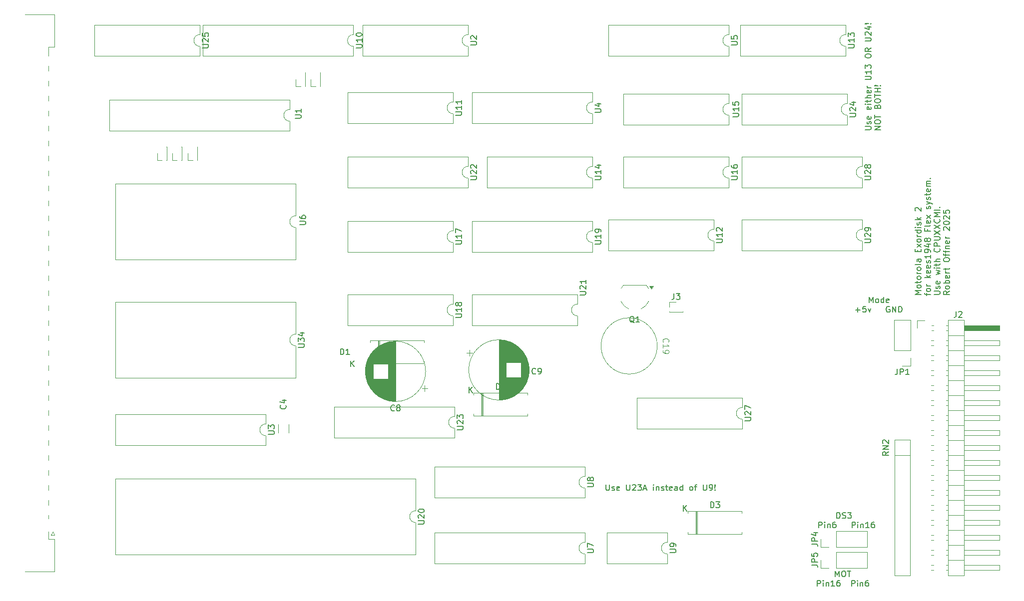
<source format=gbr>
G04 #@! TF.GenerationSoftware,KiCad,Pcbnew,9.0.4-9.0.4-0~ubuntu22.04.1*
G04 #@! TF.CreationDate,2025-09-10T11:35:59+02:00*
G04 #@! TF.ProjectId,Exorset_Floppy,45786f72-7365-4745-9f46-6c6f7070792e,rev?*
G04 #@! TF.SameCoordinates,Original*
G04 #@! TF.FileFunction,Legend,Top*
G04 #@! TF.FilePolarity,Positive*
%FSLAX46Y46*%
G04 Gerber Fmt 4.6, Leading zero omitted, Abs format (unit mm)*
G04 Created by KiCad (PCBNEW 9.0.4-9.0.4-0~ubuntu22.04.1) date 2025-09-10 11:35:59*
%MOMM*%
%LPD*%
G01*
G04 APERTURE LIST*
%ADD10C,0.150000*%
%ADD11C,0.100000*%
%ADD12C,0.120000*%
G04 APERTURE END LIST*
D10*
X197948399Y-148119875D02*
X197948399Y-147119875D01*
X197948399Y-147119875D02*
X198281732Y-147834160D01*
X198281732Y-147834160D02*
X198615065Y-147119875D01*
X198615065Y-147119875D02*
X198615065Y-148119875D01*
X199281732Y-147119875D02*
X199472208Y-147119875D01*
X199472208Y-147119875D02*
X199567446Y-147167494D01*
X199567446Y-147167494D02*
X199662684Y-147262732D01*
X199662684Y-147262732D02*
X199710303Y-147453208D01*
X199710303Y-147453208D02*
X199710303Y-147786541D01*
X199710303Y-147786541D02*
X199662684Y-147977017D01*
X199662684Y-147977017D02*
X199567446Y-148072256D01*
X199567446Y-148072256D02*
X199472208Y-148119875D01*
X199472208Y-148119875D02*
X199281732Y-148119875D01*
X199281732Y-148119875D02*
X199186494Y-148072256D01*
X199186494Y-148072256D02*
X199091256Y-147977017D01*
X199091256Y-147977017D02*
X199043637Y-147786541D01*
X199043637Y-147786541D02*
X199043637Y-147453208D01*
X199043637Y-147453208D02*
X199091256Y-147262732D01*
X199091256Y-147262732D02*
X199186494Y-147167494D01*
X199186494Y-147167494D02*
X199281732Y-147119875D01*
X199996018Y-147119875D02*
X200567446Y-147119875D01*
X200281732Y-148119875D02*
X200281732Y-147119875D01*
X194900779Y-149729819D02*
X194900779Y-148729819D01*
X194900779Y-148729819D02*
X195281731Y-148729819D01*
X195281731Y-148729819D02*
X195376969Y-148777438D01*
X195376969Y-148777438D02*
X195424588Y-148825057D01*
X195424588Y-148825057D02*
X195472207Y-148920295D01*
X195472207Y-148920295D02*
X195472207Y-149063152D01*
X195472207Y-149063152D02*
X195424588Y-149158390D01*
X195424588Y-149158390D02*
X195376969Y-149206009D01*
X195376969Y-149206009D02*
X195281731Y-149253628D01*
X195281731Y-149253628D02*
X194900779Y-149253628D01*
X195900779Y-149729819D02*
X195900779Y-149063152D01*
X195900779Y-148729819D02*
X195853160Y-148777438D01*
X195853160Y-148777438D02*
X195900779Y-148825057D01*
X195900779Y-148825057D02*
X195948398Y-148777438D01*
X195948398Y-148777438D02*
X195900779Y-148729819D01*
X195900779Y-148729819D02*
X195900779Y-148825057D01*
X196376969Y-149063152D02*
X196376969Y-149729819D01*
X196376969Y-149158390D02*
X196424588Y-149110771D01*
X196424588Y-149110771D02*
X196519826Y-149063152D01*
X196519826Y-149063152D02*
X196662683Y-149063152D01*
X196662683Y-149063152D02*
X196757921Y-149110771D01*
X196757921Y-149110771D02*
X196805540Y-149206009D01*
X196805540Y-149206009D02*
X196805540Y-149729819D01*
X197805540Y-149729819D02*
X197234112Y-149729819D01*
X197519826Y-149729819D02*
X197519826Y-148729819D01*
X197519826Y-148729819D02*
X197424588Y-148872676D01*
X197424588Y-148872676D02*
X197329350Y-148967914D01*
X197329350Y-148967914D02*
X197234112Y-149015533D01*
X198662683Y-148729819D02*
X198472207Y-148729819D01*
X198472207Y-148729819D02*
X198376969Y-148777438D01*
X198376969Y-148777438D02*
X198329350Y-148825057D01*
X198329350Y-148825057D02*
X198234112Y-148967914D01*
X198234112Y-148967914D02*
X198186493Y-149158390D01*
X198186493Y-149158390D02*
X198186493Y-149539342D01*
X198186493Y-149539342D02*
X198234112Y-149634580D01*
X198234112Y-149634580D02*
X198281731Y-149682200D01*
X198281731Y-149682200D02*
X198376969Y-149729819D01*
X198376969Y-149729819D02*
X198567445Y-149729819D01*
X198567445Y-149729819D02*
X198662683Y-149682200D01*
X198662683Y-149682200D02*
X198710302Y-149634580D01*
X198710302Y-149634580D02*
X198757921Y-149539342D01*
X198757921Y-149539342D02*
X198757921Y-149301247D01*
X198757921Y-149301247D02*
X198710302Y-149206009D01*
X198710302Y-149206009D02*
X198662683Y-149158390D01*
X198662683Y-149158390D02*
X198567445Y-149110771D01*
X198567445Y-149110771D02*
X198376969Y-149110771D01*
X198376969Y-149110771D02*
X198281731Y-149158390D01*
X198281731Y-149158390D02*
X198234112Y-149206009D01*
X198234112Y-149206009D02*
X198186493Y-149301247D01*
X200710303Y-149729819D02*
X200710303Y-148729819D01*
X200710303Y-148729819D02*
X201091255Y-148729819D01*
X201091255Y-148729819D02*
X201186493Y-148777438D01*
X201186493Y-148777438D02*
X201234112Y-148825057D01*
X201234112Y-148825057D02*
X201281731Y-148920295D01*
X201281731Y-148920295D02*
X201281731Y-149063152D01*
X201281731Y-149063152D02*
X201234112Y-149158390D01*
X201234112Y-149158390D02*
X201186493Y-149206009D01*
X201186493Y-149206009D02*
X201091255Y-149253628D01*
X201091255Y-149253628D02*
X200710303Y-149253628D01*
X201710303Y-149729819D02*
X201710303Y-149063152D01*
X201710303Y-148729819D02*
X201662684Y-148777438D01*
X201662684Y-148777438D02*
X201710303Y-148825057D01*
X201710303Y-148825057D02*
X201757922Y-148777438D01*
X201757922Y-148777438D02*
X201710303Y-148729819D01*
X201710303Y-148729819D02*
X201710303Y-148825057D01*
X202186493Y-149063152D02*
X202186493Y-149729819D01*
X202186493Y-149158390D02*
X202234112Y-149110771D01*
X202234112Y-149110771D02*
X202329350Y-149063152D01*
X202329350Y-149063152D02*
X202472207Y-149063152D01*
X202472207Y-149063152D02*
X202567445Y-149110771D01*
X202567445Y-149110771D02*
X202615064Y-149206009D01*
X202615064Y-149206009D02*
X202615064Y-149729819D01*
X203519826Y-148729819D02*
X203329350Y-148729819D01*
X203329350Y-148729819D02*
X203234112Y-148777438D01*
X203234112Y-148777438D02*
X203186493Y-148825057D01*
X203186493Y-148825057D02*
X203091255Y-148967914D01*
X203091255Y-148967914D02*
X203043636Y-149158390D01*
X203043636Y-149158390D02*
X203043636Y-149539342D01*
X203043636Y-149539342D02*
X203091255Y-149634580D01*
X203091255Y-149634580D02*
X203138874Y-149682200D01*
X203138874Y-149682200D02*
X203234112Y-149729819D01*
X203234112Y-149729819D02*
X203424588Y-149729819D01*
X203424588Y-149729819D02*
X203519826Y-149682200D01*
X203519826Y-149682200D02*
X203567445Y-149634580D01*
X203567445Y-149634580D02*
X203615064Y-149539342D01*
X203615064Y-149539342D02*
X203615064Y-149301247D01*
X203615064Y-149301247D02*
X203567445Y-149206009D01*
X203567445Y-149206009D02*
X203519826Y-149158390D01*
X203519826Y-149158390D02*
X203424588Y-149110771D01*
X203424588Y-149110771D02*
X203234112Y-149110771D01*
X203234112Y-149110771D02*
X203138874Y-149158390D01*
X203138874Y-149158390D02*
X203091255Y-149206009D01*
X203091255Y-149206009D02*
X203043636Y-149301247D01*
X212463987Y-100247220D02*
X211463987Y-100247220D01*
X211463987Y-100247220D02*
X212178272Y-99913887D01*
X212178272Y-99913887D02*
X211463987Y-99580554D01*
X211463987Y-99580554D02*
X212463987Y-99580554D01*
X212463987Y-98961506D02*
X212416368Y-99056744D01*
X212416368Y-99056744D02*
X212368748Y-99104363D01*
X212368748Y-99104363D02*
X212273510Y-99151982D01*
X212273510Y-99151982D02*
X211987796Y-99151982D01*
X211987796Y-99151982D02*
X211892558Y-99104363D01*
X211892558Y-99104363D02*
X211844939Y-99056744D01*
X211844939Y-99056744D02*
X211797320Y-98961506D01*
X211797320Y-98961506D02*
X211797320Y-98818649D01*
X211797320Y-98818649D02*
X211844939Y-98723411D01*
X211844939Y-98723411D02*
X211892558Y-98675792D01*
X211892558Y-98675792D02*
X211987796Y-98628173D01*
X211987796Y-98628173D02*
X212273510Y-98628173D01*
X212273510Y-98628173D02*
X212368748Y-98675792D01*
X212368748Y-98675792D02*
X212416368Y-98723411D01*
X212416368Y-98723411D02*
X212463987Y-98818649D01*
X212463987Y-98818649D02*
X212463987Y-98961506D01*
X211797320Y-98342458D02*
X211797320Y-97961506D01*
X211463987Y-98199601D02*
X212321129Y-98199601D01*
X212321129Y-98199601D02*
X212416368Y-98151982D01*
X212416368Y-98151982D02*
X212463987Y-98056744D01*
X212463987Y-98056744D02*
X212463987Y-97961506D01*
X212463987Y-97485315D02*
X212416368Y-97580553D01*
X212416368Y-97580553D02*
X212368748Y-97628172D01*
X212368748Y-97628172D02*
X212273510Y-97675791D01*
X212273510Y-97675791D02*
X211987796Y-97675791D01*
X211987796Y-97675791D02*
X211892558Y-97628172D01*
X211892558Y-97628172D02*
X211844939Y-97580553D01*
X211844939Y-97580553D02*
X211797320Y-97485315D01*
X211797320Y-97485315D02*
X211797320Y-97342458D01*
X211797320Y-97342458D02*
X211844939Y-97247220D01*
X211844939Y-97247220D02*
X211892558Y-97199601D01*
X211892558Y-97199601D02*
X211987796Y-97151982D01*
X211987796Y-97151982D02*
X212273510Y-97151982D01*
X212273510Y-97151982D02*
X212368748Y-97199601D01*
X212368748Y-97199601D02*
X212416368Y-97247220D01*
X212416368Y-97247220D02*
X212463987Y-97342458D01*
X212463987Y-97342458D02*
X212463987Y-97485315D01*
X212463987Y-96723410D02*
X211797320Y-96723410D01*
X211987796Y-96723410D02*
X211892558Y-96675791D01*
X211892558Y-96675791D02*
X211844939Y-96628172D01*
X211844939Y-96628172D02*
X211797320Y-96532934D01*
X211797320Y-96532934D02*
X211797320Y-96437696D01*
X212463987Y-95961505D02*
X212416368Y-96056743D01*
X212416368Y-96056743D02*
X212368748Y-96104362D01*
X212368748Y-96104362D02*
X212273510Y-96151981D01*
X212273510Y-96151981D02*
X211987796Y-96151981D01*
X211987796Y-96151981D02*
X211892558Y-96104362D01*
X211892558Y-96104362D02*
X211844939Y-96056743D01*
X211844939Y-96056743D02*
X211797320Y-95961505D01*
X211797320Y-95961505D02*
X211797320Y-95818648D01*
X211797320Y-95818648D02*
X211844939Y-95723410D01*
X211844939Y-95723410D02*
X211892558Y-95675791D01*
X211892558Y-95675791D02*
X211987796Y-95628172D01*
X211987796Y-95628172D02*
X212273510Y-95628172D01*
X212273510Y-95628172D02*
X212368748Y-95675791D01*
X212368748Y-95675791D02*
X212416368Y-95723410D01*
X212416368Y-95723410D02*
X212463987Y-95818648D01*
X212463987Y-95818648D02*
X212463987Y-95961505D01*
X212463987Y-95056743D02*
X212416368Y-95151981D01*
X212416368Y-95151981D02*
X212321129Y-95199600D01*
X212321129Y-95199600D02*
X211463987Y-95199600D01*
X212463987Y-94247219D02*
X211940177Y-94247219D01*
X211940177Y-94247219D02*
X211844939Y-94294838D01*
X211844939Y-94294838D02*
X211797320Y-94390076D01*
X211797320Y-94390076D02*
X211797320Y-94580552D01*
X211797320Y-94580552D02*
X211844939Y-94675790D01*
X212416368Y-94247219D02*
X212463987Y-94342457D01*
X212463987Y-94342457D02*
X212463987Y-94580552D01*
X212463987Y-94580552D02*
X212416368Y-94675790D01*
X212416368Y-94675790D02*
X212321129Y-94723409D01*
X212321129Y-94723409D02*
X212225891Y-94723409D01*
X212225891Y-94723409D02*
X212130653Y-94675790D01*
X212130653Y-94675790D02*
X212083034Y-94580552D01*
X212083034Y-94580552D02*
X212083034Y-94342457D01*
X212083034Y-94342457D02*
X212035415Y-94247219D01*
X211940177Y-93009123D02*
X211940177Y-92675790D01*
X212463987Y-92532933D02*
X212463987Y-93009123D01*
X212463987Y-93009123D02*
X211463987Y-93009123D01*
X211463987Y-93009123D02*
X211463987Y-92532933D01*
X212463987Y-92199599D02*
X211797320Y-91675790D01*
X211797320Y-92199599D02*
X212463987Y-91675790D01*
X212463987Y-91151980D02*
X212416368Y-91247218D01*
X212416368Y-91247218D02*
X212368748Y-91294837D01*
X212368748Y-91294837D02*
X212273510Y-91342456D01*
X212273510Y-91342456D02*
X211987796Y-91342456D01*
X211987796Y-91342456D02*
X211892558Y-91294837D01*
X211892558Y-91294837D02*
X211844939Y-91247218D01*
X211844939Y-91247218D02*
X211797320Y-91151980D01*
X211797320Y-91151980D02*
X211797320Y-91009123D01*
X211797320Y-91009123D02*
X211844939Y-90913885D01*
X211844939Y-90913885D02*
X211892558Y-90866266D01*
X211892558Y-90866266D02*
X211987796Y-90818647D01*
X211987796Y-90818647D02*
X212273510Y-90818647D01*
X212273510Y-90818647D02*
X212368748Y-90866266D01*
X212368748Y-90866266D02*
X212416368Y-90913885D01*
X212416368Y-90913885D02*
X212463987Y-91009123D01*
X212463987Y-91009123D02*
X212463987Y-91151980D01*
X212463987Y-90390075D02*
X211797320Y-90390075D01*
X211987796Y-90390075D02*
X211892558Y-90342456D01*
X211892558Y-90342456D02*
X211844939Y-90294837D01*
X211844939Y-90294837D02*
X211797320Y-90199599D01*
X211797320Y-90199599D02*
X211797320Y-90104361D01*
X212463987Y-89342456D02*
X211463987Y-89342456D01*
X212416368Y-89342456D02*
X212463987Y-89437694D01*
X212463987Y-89437694D02*
X212463987Y-89628170D01*
X212463987Y-89628170D02*
X212416368Y-89723408D01*
X212416368Y-89723408D02*
X212368748Y-89771027D01*
X212368748Y-89771027D02*
X212273510Y-89818646D01*
X212273510Y-89818646D02*
X211987796Y-89818646D01*
X211987796Y-89818646D02*
X211892558Y-89771027D01*
X211892558Y-89771027D02*
X211844939Y-89723408D01*
X211844939Y-89723408D02*
X211797320Y-89628170D01*
X211797320Y-89628170D02*
X211797320Y-89437694D01*
X211797320Y-89437694D02*
X211844939Y-89342456D01*
X212463987Y-88866265D02*
X211797320Y-88866265D01*
X211463987Y-88866265D02*
X211511606Y-88913884D01*
X211511606Y-88913884D02*
X211559225Y-88866265D01*
X211559225Y-88866265D02*
X211511606Y-88818646D01*
X211511606Y-88818646D02*
X211463987Y-88866265D01*
X211463987Y-88866265D02*
X211559225Y-88866265D01*
X212416368Y-88437694D02*
X212463987Y-88342456D01*
X212463987Y-88342456D02*
X212463987Y-88151980D01*
X212463987Y-88151980D02*
X212416368Y-88056742D01*
X212416368Y-88056742D02*
X212321129Y-88009123D01*
X212321129Y-88009123D02*
X212273510Y-88009123D01*
X212273510Y-88009123D02*
X212178272Y-88056742D01*
X212178272Y-88056742D02*
X212130653Y-88151980D01*
X212130653Y-88151980D02*
X212130653Y-88294837D01*
X212130653Y-88294837D02*
X212083034Y-88390075D01*
X212083034Y-88390075D02*
X211987796Y-88437694D01*
X211987796Y-88437694D02*
X211940177Y-88437694D01*
X211940177Y-88437694D02*
X211844939Y-88390075D01*
X211844939Y-88390075D02*
X211797320Y-88294837D01*
X211797320Y-88294837D02*
X211797320Y-88151980D01*
X211797320Y-88151980D02*
X211844939Y-88056742D01*
X212463987Y-87580551D02*
X211463987Y-87580551D01*
X212083034Y-87485313D02*
X212463987Y-87199599D01*
X211797320Y-87199599D02*
X212178272Y-87580551D01*
X211559225Y-86056741D02*
X211511606Y-86009122D01*
X211511606Y-86009122D02*
X211463987Y-85913884D01*
X211463987Y-85913884D02*
X211463987Y-85675789D01*
X211463987Y-85675789D02*
X211511606Y-85580551D01*
X211511606Y-85580551D02*
X211559225Y-85532932D01*
X211559225Y-85532932D02*
X211654463Y-85485313D01*
X211654463Y-85485313D02*
X211749701Y-85485313D01*
X211749701Y-85485313D02*
X211892558Y-85532932D01*
X211892558Y-85532932D02*
X212463987Y-86104360D01*
X212463987Y-86104360D02*
X212463987Y-85485313D01*
X213407264Y-100390077D02*
X213407264Y-100009125D01*
X214073931Y-100247220D02*
X213216788Y-100247220D01*
X213216788Y-100247220D02*
X213121550Y-100199601D01*
X213121550Y-100199601D02*
X213073931Y-100104363D01*
X213073931Y-100104363D02*
X213073931Y-100009125D01*
X214073931Y-99532934D02*
X214026312Y-99628172D01*
X214026312Y-99628172D02*
X213978692Y-99675791D01*
X213978692Y-99675791D02*
X213883454Y-99723410D01*
X213883454Y-99723410D02*
X213597740Y-99723410D01*
X213597740Y-99723410D02*
X213502502Y-99675791D01*
X213502502Y-99675791D02*
X213454883Y-99628172D01*
X213454883Y-99628172D02*
X213407264Y-99532934D01*
X213407264Y-99532934D02*
X213407264Y-99390077D01*
X213407264Y-99390077D02*
X213454883Y-99294839D01*
X213454883Y-99294839D02*
X213502502Y-99247220D01*
X213502502Y-99247220D02*
X213597740Y-99199601D01*
X213597740Y-99199601D02*
X213883454Y-99199601D01*
X213883454Y-99199601D02*
X213978692Y-99247220D01*
X213978692Y-99247220D02*
X214026312Y-99294839D01*
X214026312Y-99294839D02*
X214073931Y-99390077D01*
X214073931Y-99390077D02*
X214073931Y-99532934D01*
X214073931Y-98771029D02*
X213407264Y-98771029D01*
X213597740Y-98771029D02*
X213502502Y-98723410D01*
X213502502Y-98723410D02*
X213454883Y-98675791D01*
X213454883Y-98675791D02*
X213407264Y-98580553D01*
X213407264Y-98580553D02*
X213407264Y-98485315D01*
X214073931Y-97390076D02*
X213073931Y-97390076D01*
X213692978Y-97294838D02*
X214073931Y-97009124D01*
X213407264Y-97009124D02*
X213788216Y-97390076D01*
X214026312Y-96199600D02*
X214073931Y-96294838D01*
X214073931Y-96294838D02*
X214073931Y-96485314D01*
X214073931Y-96485314D02*
X214026312Y-96580552D01*
X214026312Y-96580552D02*
X213931073Y-96628171D01*
X213931073Y-96628171D02*
X213550121Y-96628171D01*
X213550121Y-96628171D02*
X213454883Y-96580552D01*
X213454883Y-96580552D02*
X213407264Y-96485314D01*
X213407264Y-96485314D02*
X213407264Y-96294838D01*
X213407264Y-96294838D02*
X213454883Y-96199600D01*
X213454883Y-96199600D02*
X213550121Y-96151981D01*
X213550121Y-96151981D02*
X213645359Y-96151981D01*
X213645359Y-96151981D02*
X213740597Y-96628171D01*
X214026312Y-95342457D02*
X214073931Y-95437695D01*
X214073931Y-95437695D02*
X214073931Y-95628171D01*
X214073931Y-95628171D02*
X214026312Y-95723409D01*
X214026312Y-95723409D02*
X213931073Y-95771028D01*
X213931073Y-95771028D02*
X213550121Y-95771028D01*
X213550121Y-95771028D02*
X213454883Y-95723409D01*
X213454883Y-95723409D02*
X213407264Y-95628171D01*
X213407264Y-95628171D02*
X213407264Y-95437695D01*
X213407264Y-95437695D02*
X213454883Y-95342457D01*
X213454883Y-95342457D02*
X213550121Y-95294838D01*
X213550121Y-95294838D02*
X213645359Y-95294838D01*
X213645359Y-95294838D02*
X213740597Y-95771028D01*
X214026312Y-94913885D02*
X214073931Y-94818647D01*
X214073931Y-94818647D02*
X214073931Y-94628171D01*
X214073931Y-94628171D02*
X214026312Y-94532933D01*
X214026312Y-94532933D02*
X213931073Y-94485314D01*
X213931073Y-94485314D02*
X213883454Y-94485314D01*
X213883454Y-94485314D02*
X213788216Y-94532933D01*
X213788216Y-94532933D02*
X213740597Y-94628171D01*
X213740597Y-94628171D02*
X213740597Y-94771028D01*
X213740597Y-94771028D02*
X213692978Y-94866266D01*
X213692978Y-94866266D02*
X213597740Y-94913885D01*
X213597740Y-94913885D02*
X213550121Y-94913885D01*
X213550121Y-94913885D02*
X213454883Y-94866266D01*
X213454883Y-94866266D02*
X213407264Y-94771028D01*
X213407264Y-94771028D02*
X213407264Y-94628171D01*
X213407264Y-94628171D02*
X213454883Y-94532933D01*
X214073931Y-93532933D02*
X214073931Y-94104361D01*
X214073931Y-93818647D02*
X213073931Y-93818647D01*
X213073931Y-93818647D02*
X213216788Y-93913885D01*
X213216788Y-93913885D02*
X213312026Y-94009123D01*
X213312026Y-94009123D02*
X213359645Y-94104361D01*
X214073931Y-93056742D02*
X214073931Y-92866266D01*
X214073931Y-92866266D02*
X214026312Y-92771028D01*
X214026312Y-92771028D02*
X213978692Y-92723409D01*
X213978692Y-92723409D02*
X213835835Y-92628171D01*
X213835835Y-92628171D02*
X213645359Y-92580552D01*
X213645359Y-92580552D02*
X213264407Y-92580552D01*
X213264407Y-92580552D02*
X213169169Y-92628171D01*
X213169169Y-92628171D02*
X213121550Y-92675790D01*
X213121550Y-92675790D02*
X213073931Y-92771028D01*
X213073931Y-92771028D02*
X213073931Y-92961504D01*
X213073931Y-92961504D02*
X213121550Y-93056742D01*
X213121550Y-93056742D02*
X213169169Y-93104361D01*
X213169169Y-93104361D02*
X213264407Y-93151980D01*
X213264407Y-93151980D02*
X213502502Y-93151980D01*
X213502502Y-93151980D02*
X213597740Y-93104361D01*
X213597740Y-93104361D02*
X213645359Y-93056742D01*
X213645359Y-93056742D02*
X213692978Y-92961504D01*
X213692978Y-92961504D02*
X213692978Y-92771028D01*
X213692978Y-92771028D02*
X213645359Y-92675790D01*
X213645359Y-92675790D02*
X213597740Y-92628171D01*
X213597740Y-92628171D02*
X213502502Y-92580552D01*
X213407264Y-91723409D02*
X214073931Y-91723409D01*
X213026312Y-91961504D02*
X213740597Y-92199599D01*
X213740597Y-92199599D02*
X213740597Y-91580552D01*
X213502502Y-91056742D02*
X213454883Y-91151980D01*
X213454883Y-91151980D02*
X213407264Y-91199599D01*
X213407264Y-91199599D02*
X213312026Y-91247218D01*
X213312026Y-91247218D02*
X213264407Y-91247218D01*
X213264407Y-91247218D02*
X213169169Y-91199599D01*
X213169169Y-91199599D02*
X213121550Y-91151980D01*
X213121550Y-91151980D02*
X213073931Y-91056742D01*
X213073931Y-91056742D02*
X213073931Y-90866266D01*
X213073931Y-90866266D02*
X213121550Y-90771028D01*
X213121550Y-90771028D02*
X213169169Y-90723409D01*
X213169169Y-90723409D02*
X213264407Y-90675790D01*
X213264407Y-90675790D02*
X213312026Y-90675790D01*
X213312026Y-90675790D02*
X213407264Y-90723409D01*
X213407264Y-90723409D02*
X213454883Y-90771028D01*
X213454883Y-90771028D02*
X213502502Y-90866266D01*
X213502502Y-90866266D02*
X213502502Y-91056742D01*
X213502502Y-91056742D02*
X213550121Y-91151980D01*
X213550121Y-91151980D02*
X213597740Y-91199599D01*
X213597740Y-91199599D02*
X213692978Y-91247218D01*
X213692978Y-91247218D02*
X213883454Y-91247218D01*
X213883454Y-91247218D02*
X213978692Y-91199599D01*
X213978692Y-91199599D02*
X214026312Y-91151980D01*
X214026312Y-91151980D02*
X214073931Y-91056742D01*
X214073931Y-91056742D02*
X214073931Y-90866266D01*
X214073931Y-90866266D02*
X214026312Y-90771028D01*
X214026312Y-90771028D02*
X213978692Y-90723409D01*
X213978692Y-90723409D02*
X213883454Y-90675790D01*
X213883454Y-90675790D02*
X213692978Y-90675790D01*
X213692978Y-90675790D02*
X213597740Y-90723409D01*
X213597740Y-90723409D02*
X213550121Y-90771028D01*
X213550121Y-90771028D02*
X213502502Y-90866266D01*
X213550121Y-89151980D02*
X213550121Y-89485313D01*
X214073931Y-89485313D02*
X213073931Y-89485313D01*
X213073931Y-89485313D02*
X213073931Y-89009123D01*
X214073931Y-88485313D02*
X214026312Y-88580551D01*
X214026312Y-88580551D02*
X213931073Y-88628170D01*
X213931073Y-88628170D02*
X213073931Y-88628170D01*
X214026312Y-87723408D02*
X214073931Y-87818646D01*
X214073931Y-87818646D02*
X214073931Y-88009122D01*
X214073931Y-88009122D02*
X214026312Y-88104360D01*
X214026312Y-88104360D02*
X213931073Y-88151979D01*
X213931073Y-88151979D02*
X213550121Y-88151979D01*
X213550121Y-88151979D02*
X213454883Y-88104360D01*
X213454883Y-88104360D02*
X213407264Y-88009122D01*
X213407264Y-88009122D02*
X213407264Y-87818646D01*
X213407264Y-87818646D02*
X213454883Y-87723408D01*
X213454883Y-87723408D02*
X213550121Y-87675789D01*
X213550121Y-87675789D02*
X213645359Y-87675789D01*
X213645359Y-87675789D02*
X213740597Y-88151979D01*
X214073931Y-87342455D02*
X213407264Y-86818646D01*
X213407264Y-87342455D02*
X214073931Y-86818646D01*
X214026312Y-85723407D02*
X214073931Y-85628169D01*
X214073931Y-85628169D02*
X214073931Y-85437693D01*
X214073931Y-85437693D02*
X214026312Y-85342455D01*
X214026312Y-85342455D02*
X213931073Y-85294836D01*
X213931073Y-85294836D02*
X213883454Y-85294836D01*
X213883454Y-85294836D02*
X213788216Y-85342455D01*
X213788216Y-85342455D02*
X213740597Y-85437693D01*
X213740597Y-85437693D02*
X213740597Y-85580550D01*
X213740597Y-85580550D02*
X213692978Y-85675788D01*
X213692978Y-85675788D02*
X213597740Y-85723407D01*
X213597740Y-85723407D02*
X213550121Y-85723407D01*
X213550121Y-85723407D02*
X213454883Y-85675788D01*
X213454883Y-85675788D02*
X213407264Y-85580550D01*
X213407264Y-85580550D02*
X213407264Y-85437693D01*
X213407264Y-85437693D02*
X213454883Y-85342455D01*
X213407264Y-84961502D02*
X214073931Y-84723407D01*
X213407264Y-84485312D02*
X214073931Y-84723407D01*
X214073931Y-84723407D02*
X214312026Y-84818645D01*
X214312026Y-84818645D02*
X214359645Y-84866264D01*
X214359645Y-84866264D02*
X214407264Y-84961502D01*
X214026312Y-84151978D02*
X214073931Y-84056740D01*
X214073931Y-84056740D02*
X214073931Y-83866264D01*
X214073931Y-83866264D02*
X214026312Y-83771026D01*
X214026312Y-83771026D02*
X213931073Y-83723407D01*
X213931073Y-83723407D02*
X213883454Y-83723407D01*
X213883454Y-83723407D02*
X213788216Y-83771026D01*
X213788216Y-83771026D02*
X213740597Y-83866264D01*
X213740597Y-83866264D02*
X213740597Y-84009121D01*
X213740597Y-84009121D02*
X213692978Y-84104359D01*
X213692978Y-84104359D02*
X213597740Y-84151978D01*
X213597740Y-84151978D02*
X213550121Y-84151978D01*
X213550121Y-84151978D02*
X213454883Y-84104359D01*
X213454883Y-84104359D02*
X213407264Y-84009121D01*
X213407264Y-84009121D02*
X213407264Y-83866264D01*
X213407264Y-83866264D02*
X213454883Y-83771026D01*
X213407264Y-83437692D02*
X213407264Y-83056740D01*
X213073931Y-83294835D02*
X213931073Y-83294835D01*
X213931073Y-83294835D02*
X214026312Y-83247216D01*
X214026312Y-83247216D02*
X214073931Y-83151978D01*
X214073931Y-83151978D02*
X214073931Y-83056740D01*
X214026312Y-82342454D02*
X214073931Y-82437692D01*
X214073931Y-82437692D02*
X214073931Y-82628168D01*
X214073931Y-82628168D02*
X214026312Y-82723406D01*
X214026312Y-82723406D02*
X213931073Y-82771025D01*
X213931073Y-82771025D02*
X213550121Y-82771025D01*
X213550121Y-82771025D02*
X213454883Y-82723406D01*
X213454883Y-82723406D02*
X213407264Y-82628168D01*
X213407264Y-82628168D02*
X213407264Y-82437692D01*
X213407264Y-82437692D02*
X213454883Y-82342454D01*
X213454883Y-82342454D02*
X213550121Y-82294835D01*
X213550121Y-82294835D02*
X213645359Y-82294835D01*
X213645359Y-82294835D02*
X213740597Y-82771025D01*
X214073931Y-81866263D02*
X213407264Y-81866263D01*
X213502502Y-81866263D02*
X213454883Y-81818644D01*
X213454883Y-81818644D02*
X213407264Y-81723406D01*
X213407264Y-81723406D02*
X213407264Y-81580549D01*
X213407264Y-81580549D02*
X213454883Y-81485311D01*
X213454883Y-81485311D02*
X213550121Y-81437692D01*
X213550121Y-81437692D02*
X214073931Y-81437692D01*
X213550121Y-81437692D02*
X213454883Y-81390073D01*
X213454883Y-81390073D02*
X213407264Y-81294835D01*
X213407264Y-81294835D02*
X213407264Y-81151978D01*
X213407264Y-81151978D02*
X213454883Y-81056739D01*
X213454883Y-81056739D02*
X213550121Y-81009120D01*
X213550121Y-81009120D02*
X214073931Y-81009120D01*
X213978692Y-80532930D02*
X214026312Y-80485311D01*
X214026312Y-80485311D02*
X214073931Y-80532930D01*
X214073931Y-80532930D02*
X214026312Y-80580549D01*
X214026312Y-80580549D02*
X213978692Y-80532930D01*
X213978692Y-80532930D02*
X214073931Y-80532930D01*
X214683875Y-100247220D02*
X215493398Y-100247220D01*
X215493398Y-100247220D02*
X215588636Y-100199601D01*
X215588636Y-100199601D02*
X215636256Y-100151982D01*
X215636256Y-100151982D02*
X215683875Y-100056744D01*
X215683875Y-100056744D02*
X215683875Y-99866268D01*
X215683875Y-99866268D02*
X215636256Y-99771030D01*
X215636256Y-99771030D02*
X215588636Y-99723411D01*
X215588636Y-99723411D02*
X215493398Y-99675792D01*
X215493398Y-99675792D02*
X214683875Y-99675792D01*
X215636256Y-99247220D02*
X215683875Y-99151982D01*
X215683875Y-99151982D02*
X215683875Y-98961506D01*
X215683875Y-98961506D02*
X215636256Y-98866268D01*
X215636256Y-98866268D02*
X215541017Y-98818649D01*
X215541017Y-98818649D02*
X215493398Y-98818649D01*
X215493398Y-98818649D02*
X215398160Y-98866268D01*
X215398160Y-98866268D02*
X215350541Y-98961506D01*
X215350541Y-98961506D02*
X215350541Y-99104363D01*
X215350541Y-99104363D02*
X215302922Y-99199601D01*
X215302922Y-99199601D02*
X215207684Y-99247220D01*
X215207684Y-99247220D02*
X215160065Y-99247220D01*
X215160065Y-99247220D02*
X215064827Y-99199601D01*
X215064827Y-99199601D02*
X215017208Y-99104363D01*
X215017208Y-99104363D02*
X215017208Y-98961506D01*
X215017208Y-98961506D02*
X215064827Y-98866268D01*
X215636256Y-98009125D02*
X215683875Y-98104363D01*
X215683875Y-98104363D02*
X215683875Y-98294839D01*
X215683875Y-98294839D02*
X215636256Y-98390077D01*
X215636256Y-98390077D02*
X215541017Y-98437696D01*
X215541017Y-98437696D02*
X215160065Y-98437696D01*
X215160065Y-98437696D02*
X215064827Y-98390077D01*
X215064827Y-98390077D02*
X215017208Y-98294839D01*
X215017208Y-98294839D02*
X215017208Y-98104363D01*
X215017208Y-98104363D02*
X215064827Y-98009125D01*
X215064827Y-98009125D02*
X215160065Y-97961506D01*
X215160065Y-97961506D02*
X215255303Y-97961506D01*
X215255303Y-97961506D02*
X215350541Y-98437696D01*
X215017208Y-96866267D02*
X215683875Y-96675791D01*
X215683875Y-96675791D02*
X215207684Y-96485315D01*
X215207684Y-96485315D02*
X215683875Y-96294839D01*
X215683875Y-96294839D02*
X215017208Y-96104363D01*
X215683875Y-95723410D02*
X215017208Y-95723410D01*
X214683875Y-95723410D02*
X214731494Y-95771029D01*
X214731494Y-95771029D02*
X214779113Y-95723410D01*
X214779113Y-95723410D02*
X214731494Y-95675791D01*
X214731494Y-95675791D02*
X214683875Y-95723410D01*
X214683875Y-95723410D02*
X214779113Y-95723410D01*
X215017208Y-95390077D02*
X215017208Y-95009125D01*
X214683875Y-95247220D02*
X215541017Y-95247220D01*
X215541017Y-95247220D02*
X215636256Y-95199601D01*
X215636256Y-95199601D02*
X215683875Y-95104363D01*
X215683875Y-95104363D02*
X215683875Y-95009125D01*
X215683875Y-94675791D02*
X214683875Y-94675791D01*
X215683875Y-94247220D02*
X215160065Y-94247220D01*
X215160065Y-94247220D02*
X215064827Y-94294839D01*
X215064827Y-94294839D02*
X215017208Y-94390077D01*
X215017208Y-94390077D02*
X215017208Y-94532934D01*
X215017208Y-94532934D02*
X215064827Y-94628172D01*
X215064827Y-94628172D02*
X215112446Y-94675791D01*
X215588636Y-92437696D02*
X215636256Y-92485315D01*
X215636256Y-92485315D02*
X215683875Y-92628172D01*
X215683875Y-92628172D02*
X215683875Y-92723410D01*
X215683875Y-92723410D02*
X215636256Y-92866267D01*
X215636256Y-92866267D02*
X215541017Y-92961505D01*
X215541017Y-92961505D02*
X215445779Y-93009124D01*
X215445779Y-93009124D02*
X215255303Y-93056743D01*
X215255303Y-93056743D02*
X215112446Y-93056743D01*
X215112446Y-93056743D02*
X214921970Y-93009124D01*
X214921970Y-93009124D02*
X214826732Y-92961505D01*
X214826732Y-92961505D02*
X214731494Y-92866267D01*
X214731494Y-92866267D02*
X214683875Y-92723410D01*
X214683875Y-92723410D02*
X214683875Y-92628172D01*
X214683875Y-92628172D02*
X214731494Y-92485315D01*
X214731494Y-92485315D02*
X214779113Y-92437696D01*
X215683875Y-92009124D02*
X214683875Y-92009124D01*
X214683875Y-92009124D02*
X214683875Y-91628172D01*
X214683875Y-91628172D02*
X214731494Y-91532934D01*
X214731494Y-91532934D02*
X214779113Y-91485315D01*
X214779113Y-91485315D02*
X214874351Y-91437696D01*
X214874351Y-91437696D02*
X215017208Y-91437696D01*
X215017208Y-91437696D02*
X215112446Y-91485315D01*
X215112446Y-91485315D02*
X215160065Y-91532934D01*
X215160065Y-91532934D02*
X215207684Y-91628172D01*
X215207684Y-91628172D02*
X215207684Y-92009124D01*
X214683875Y-91009124D02*
X215493398Y-91009124D01*
X215493398Y-91009124D02*
X215588636Y-90961505D01*
X215588636Y-90961505D02*
X215636256Y-90913886D01*
X215636256Y-90913886D02*
X215683875Y-90818648D01*
X215683875Y-90818648D02*
X215683875Y-90628172D01*
X215683875Y-90628172D02*
X215636256Y-90532934D01*
X215636256Y-90532934D02*
X215588636Y-90485315D01*
X215588636Y-90485315D02*
X215493398Y-90437696D01*
X215493398Y-90437696D02*
X214683875Y-90437696D01*
X214683875Y-90056743D02*
X215683875Y-89390077D01*
X214683875Y-89390077D02*
X215683875Y-90056743D01*
X214683875Y-89104362D02*
X215683875Y-88437696D01*
X214683875Y-88437696D02*
X215683875Y-89104362D01*
X215588636Y-87485315D02*
X215636256Y-87532934D01*
X215636256Y-87532934D02*
X215683875Y-87675791D01*
X215683875Y-87675791D02*
X215683875Y-87771029D01*
X215683875Y-87771029D02*
X215636256Y-87913886D01*
X215636256Y-87913886D02*
X215541017Y-88009124D01*
X215541017Y-88009124D02*
X215445779Y-88056743D01*
X215445779Y-88056743D02*
X215255303Y-88104362D01*
X215255303Y-88104362D02*
X215112446Y-88104362D01*
X215112446Y-88104362D02*
X214921970Y-88056743D01*
X214921970Y-88056743D02*
X214826732Y-88009124D01*
X214826732Y-88009124D02*
X214731494Y-87913886D01*
X214731494Y-87913886D02*
X214683875Y-87771029D01*
X214683875Y-87771029D02*
X214683875Y-87675791D01*
X214683875Y-87675791D02*
X214731494Y-87532934D01*
X214731494Y-87532934D02*
X214779113Y-87485315D01*
X215683875Y-87056743D02*
X214683875Y-87056743D01*
X214683875Y-87056743D02*
X215398160Y-86723410D01*
X215398160Y-86723410D02*
X214683875Y-86390077D01*
X214683875Y-86390077D02*
X215683875Y-86390077D01*
X215683875Y-85913886D02*
X214683875Y-85913886D01*
X215588636Y-85437696D02*
X215636256Y-85390077D01*
X215636256Y-85390077D02*
X215683875Y-85437696D01*
X215683875Y-85437696D02*
X215636256Y-85485315D01*
X215636256Y-85485315D02*
X215588636Y-85437696D01*
X215588636Y-85437696D02*
X215683875Y-85437696D01*
X217293819Y-99675792D02*
X216817628Y-100009125D01*
X217293819Y-100247220D02*
X216293819Y-100247220D01*
X216293819Y-100247220D02*
X216293819Y-99866268D01*
X216293819Y-99866268D02*
X216341438Y-99771030D01*
X216341438Y-99771030D02*
X216389057Y-99723411D01*
X216389057Y-99723411D02*
X216484295Y-99675792D01*
X216484295Y-99675792D02*
X216627152Y-99675792D01*
X216627152Y-99675792D02*
X216722390Y-99723411D01*
X216722390Y-99723411D02*
X216770009Y-99771030D01*
X216770009Y-99771030D02*
X216817628Y-99866268D01*
X216817628Y-99866268D02*
X216817628Y-100247220D01*
X217293819Y-99104363D02*
X217246200Y-99199601D01*
X217246200Y-99199601D02*
X217198580Y-99247220D01*
X217198580Y-99247220D02*
X217103342Y-99294839D01*
X217103342Y-99294839D02*
X216817628Y-99294839D01*
X216817628Y-99294839D02*
X216722390Y-99247220D01*
X216722390Y-99247220D02*
X216674771Y-99199601D01*
X216674771Y-99199601D02*
X216627152Y-99104363D01*
X216627152Y-99104363D02*
X216627152Y-98961506D01*
X216627152Y-98961506D02*
X216674771Y-98866268D01*
X216674771Y-98866268D02*
X216722390Y-98818649D01*
X216722390Y-98818649D02*
X216817628Y-98771030D01*
X216817628Y-98771030D02*
X217103342Y-98771030D01*
X217103342Y-98771030D02*
X217198580Y-98818649D01*
X217198580Y-98818649D02*
X217246200Y-98866268D01*
X217246200Y-98866268D02*
X217293819Y-98961506D01*
X217293819Y-98961506D02*
X217293819Y-99104363D01*
X217293819Y-98342458D02*
X216293819Y-98342458D01*
X216674771Y-98342458D02*
X216627152Y-98247220D01*
X216627152Y-98247220D02*
X216627152Y-98056744D01*
X216627152Y-98056744D02*
X216674771Y-97961506D01*
X216674771Y-97961506D02*
X216722390Y-97913887D01*
X216722390Y-97913887D02*
X216817628Y-97866268D01*
X216817628Y-97866268D02*
X217103342Y-97866268D01*
X217103342Y-97866268D02*
X217198580Y-97913887D01*
X217198580Y-97913887D02*
X217246200Y-97961506D01*
X217246200Y-97961506D02*
X217293819Y-98056744D01*
X217293819Y-98056744D02*
X217293819Y-98247220D01*
X217293819Y-98247220D02*
X217246200Y-98342458D01*
X217246200Y-97056744D02*
X217293819Y-97151982D01*
X217293819Y-97151982D02*
X217293819Y-97342458D01*
X217293819Y-97342458D02*
X217246200Y-97437696D01*
X217246200Y-97437696D02*
X217150961Y-97485315D01*
X217150961Y-97485315D02*
X216770009Y-97485315D01*
X216770009Y-97485315D02*
X216674771Y-97437696D01*
X216674771Y-97437696D02*
X216627152Y-97342458D01*
X216627152Y-97342458D02*
X216627152Y-97151982D01*
X216627152Y-97151982D02*
X216674771Y-97056744D01*
X216674771Y-97056744D02*
X216770009Y-97009125D01*
X216770009Y-97009125D02*
X216865247Y-97009125D01*
X216865247Y-97009125D02*
X216960485Y-97485315D01*
X217293819Y-96580553D02*
X216627152Y-96580553D01*
X216817628Y-96580553D02*
X216722390Y-96532934D01*
X216722390Y-96532934D02*
X216674771Y-96485315D01*
X216674771Y-96485315D02*
X216627152Y-96390077D01*
X216627152Y-96390077D02*
X216627152Y-96294839D01*
X216627152Y-96104362D02*
X216627152Y-95723410D01*
X216293819Y-95961505D02*
X217150961Y-95961505D01*
X217150961Y-95961505D02*
X217246200Y-95913886D01*
X217246200Y-95913886D02*
X217293819Y-95818648D01*
X217293819Y-95818648D02*
X217293819Y-95723410D01*
X216293819Y-94437695D02*
X216293819Y-94247219D01*
X216293819Y-94247219D02*
X216341438Y-94151981D01*
X216341438Y-94151981D02*
X216436676Y-94056743D01*
X216436676Y-94056743D02*
X216627152Y-94009124D01*
X216627152Y-94009124D02*
X216960485Y-94009124D01*
X216960485Y-94009124D02*
X217150961Y-94056743D01*
X217150961Y-94056743D02*
X217246200Y-94151981D01*
X217246200Y-94151981D02*
X217293819Y-94247219D01*
X217293819Y-94247219D02*
X217293819Y-94437695D01*
X217293819Y-94437695D02*
X217246200Y-94532933D01*
X217246200Y-94532933D02*
X217150961Y-94628171D01*
X217150961Y-94628171D02*
X216960485Y-94675790D01*
X216960485Y-94675790D02*
X216627152Y-94675790D01*
X216627152Y-94675790D02*
X216436676Y-94628171D01*
X216436676Y-94628171D02*
X216341438Y-94532933D01*
X216341438Y-94532933D02*
X216293819Y-94437695D01*
X216627152Y-93723409D02*
X216627152Y-93342457D01*
X217293819Y-93580552D02*
X216436676Y-93580552D01*
X216436676Y-93580552D02*
X216341438Y-93532933D01*
X216341438Y-93532933D02*
X216293819Y-93437695D01*
X216293819Y-93437695D02*
X216293819Y-93342457D01*
X216627152Y-93151980D02*
X216627152Y-92771028D01*
X217293819Y-93009123D02*
X216436676Y-93009123D01*
X216436676Y-93009123D02*
X216341438Y-92961504D01*
X216341438Y-92961504D02*
X216293819Y-92866266D01*
X216293819Y-92866266D02*
X216293819Y-92771028D01*
X216627152Y-92437694D02*
X217293819Y-92437694D01*
X216722390Y-92437694D02*
X216674771Y-92390075D01*
X216674771Y-92390075D02*
X216627152Y-92294837D01*
X216627152Y-92294837D02*
X216627152Y-92151980D01*
X216627152Y-92151980D02*
X216674771Y-92056742D01*
X216674771Y-92056742D02*
X216770009Y-92009123D01*
X216770009Y-92009123D02*
X217293819Y-92009123D01*
X217246200Y-91151980D02*
X217293819Y-91247218D01*
X217293819Y-91247218D02*
X217293819Y-91437694D01*
X217293819Y-91437694D02*
X217246200Y-91532932D01*
X217246200Y-91532932D02*
X217150961Y-91580551D01*
X217150961Y-91580551D02*
X216770009Y-91580551D01*
X216770009Y-91580551D02*
X216674771Y-91532932D01*
X216674771Y-91532932D02*
X216627152Y-91437694D01*
X216627152Y-91437694D02*
X216627152Y-91247218D01*
X216627152Y-91247218D02*
X216674771Y-91151980D01*
X216674771Y-91151980D02*
X216770009Y-91104361D01*
X216770009Y-91104361D02*
X216865247Y-91104361D01*
X216865247Y-91104361D02*
X216960485Y-91580551D01*
X217293819Y-90675789D02*
X216627152Y-90675789D01*
X216817628Y-90675789D02*
X216722390Y-90628170D01*
X216722390Y-90628170D02*
X216674771Y-90580551D01*
X216674771Y-90580551D02*
X216627152Y-90485313D01*
X216627152Y-90485313D02*
X216627152Y-90390075D01*
X216389057Y-89342455D02*
X216341438Y-89294836D01*
X216341438Y-89294836D02*
X216293819Y-89199598D01*
X216293819Y-89199598D02*
X216293819Y-88961503D01*
X216293819Y-88961503D02*
X216341438Y-88866265D01*
X216341438Y-88866265D02*
X216389057Y-88818646D01*
X216389057Y-88818646D02*
X216484295Y-88771027D01*
X216484295Y-88771027D02*
X216579533Y-88771027D01*
X216579533Y-88771027D02*
X216722390Y-88818646D01*
X216722390Y-88818646D02*
X217293819Y-89390074D01*
X217293819Y-89390074D02*
X217293819Y-88771027D01*
X216293819Y-88151979D02*
X216293819Y-88056741D01*
X216293819Y-88056741D02*
X216341438Y-87961503D01*
X216341438Y-87961503D02*
X216389057Y-87913884D01*
X216389057Y-87913884D02*
X216484295Y-87866265D01*
X216484295Y-87866265D02*
X216674771Y-87818646D01*
X216674771Y-87818646D02*
X216912866Y-87818646D01*
X216912866Y-87818646D02*
X217103342Y-87866265D01*
X217103342Y-87866265D02*
X217198580Y-87913884D01*
X217198580Y-87913884D02*
X217246200Y-87961503D01*
X217246200Y-87961503D02*
X217293819Y-88056741D01*
X217293819Y-88056741D02*
X217293819Y-88151979D01*
X217293819Y-88151979D02*
X217246200Y-88247217D01*
X217246200Y-88247217D02*
X217198580Y-88294836D01*
X217198580Y-88294836D02*
X217103342Y-88342455D01*
X217103342Y-88342455D02*
X216912866Y-88390074D01*
X216912866Y-88390074D02*
X216674771Y-88390074D01*
X216674771Y-88390074D02*
X216484295Y-88342455D01*
X216484295Y-88342455D02*
X216389057Y-88294836D01*
X216389057Y-88294836D02*
X216341438Y-88247217D01*
X216341438Y-88247217D02*
X216293819Y-88151979D01*
X216389057Y-87437693D02*
X216341438Y-87390074D01*
X216341438Y-87390074D02*
X216293819Y-87294836D01*
X216293819Y-87294836D02*
X216293819Y-87056741D01*
X216293819Y-87056741D02*
X216341438Y-86961503D01*
X216341438Y-86961503D02*
X216389057Y-86913884D01*
X216389057Y-86913884D02*
X216484295Y-86866265D01*
X216484295Y-86866265D02*
X216579533Y-86866265D01*
X216579533Y-86866265D02*
X216722390Y-86913884D01*
X216722390Y-86913884D02*
X217293819Y-87485312D01*
X217293819Y-87485312D02*
X217293819Y-86866265D01*
X216293819Y-85961503D02*
X216293819Y-86437693D01*
X216293819Y-86437693D02*
X216770009Y-86485312D01*
X216770009Y-86485312D02*
X216722390Y-86437693D01*
X216722390Y-86437693D02*
X216674771Y-86342455D01*
X216674771Y-86342455D02*
X216674771Y-86104360D01*
X216674771Y-86104360D02*
X216722390Y-86009122D01*
X216722390Y-86009122D02*
X216770009Y-85961503D01*
X216770009Y-85961503D02*
X216865247Y-85913884D01*
X216865247Y-85913884D02*
X217103342Y-85913884D01*
X217103342Y-85913884D02*
X217198580Y-85961503D01*
X217198580Y-85961503D02*
X217246200Y-86009122D01*
X217246200Y-86009122D02*
X217293819Y-86104360D01*
X217293819Y-86104360D02*
X217293819Y-86342455D01*
X217293819Y-86342455D02*
X217246200Y-86437693D01*
X217246200Y-86437693D02*
X217198580Y-86485312D01*
X202999875Y-72307220D02*
X203809398Y-72307220D01*
X203809398Y-72307220D02*
X203904636Y-72259601D01*
X203904636Y-72259601D02*
X203952256Y-72211982D01*
X203952256Y-72211982D02*
X203999875Y-72116744D01*
X203999875Y-72116744D02*
X203999875Y-71926268D01*
X203999875Y-71926268D02*
X203952256Y-71831030D01*
X203952256Y-71831030D02*
X203904636Y-71783411D01*
X203904636Y-71783411D02*
X203809398Y-71735792D01*
X203809398Y-71735792D02*
X202999875Y-71735792D01*
X203952256Y-71307220D02*
X203999875Y-71211982D01*
X203999875Y-71211982D02*
X203999875Y-71021506D01*
X203999875Y-71021506D02*
X203952256Y-70926268D01*
X203952256Y-70926268D02*
X203857017Y-70878649D01*
X203857017Y-70878649D02*
X203809398Y-70878649D01*
X203809398Y-70878649D02*
X203714160Y-70926268D01*
X203714160Y-70926268D02*
X203666541Y-71021506D01*
X203666541Y-71021506D02*
X203666541Y-71164363D01*
X203666541Y-71164363D02*
X203618922Y-71259601D01*
X203618922Y-71259601D02*
X203523684Y-71307220D01*
X203523684Y-71307220D02*
X203476065Y-71307220D01*
X203476065Y-71307220D02*
X203380827Y-71259601D01*
X203380827Y-71259601D02*
X203333208Y-71164363D01*
X203333208Y-71164363D02*
X203333208Y-71021506D01*
X203333208Y-71021506D02*
X203380827Y-70926268D01*
X203952256Y-70069125D02*
X203999875Y-70164363D01*
X203999875Y-70164363D02*
X203999875Y-70354839D01*
X203999875Y-70354839D02*
X203952256Y-70450077D01*
X203952256Y-70450077D02*
X203857017Y-70497696D01*
X203857017Y-70497696D02*
X203476065Y-70497696D01*
X203476065Y-70497696D02*
X203380827Y-70450077D01*
X203380827Y-70450077D02*
X203333208Y-70354839D01*
X203333208Y-70354839D02*
X203333208Y-70164363D01*
X203333208Y-70164363D02*
X203380827Y-70069125D01*
X203380827Y-70069125D02*
X203476065Y-70021506D01*
X203476065Y-70021506D02*
X203571303Y-70021506D01*
X203571303Y-70021506D02*
X203666541Y-70497696D01*
X203952256Y-68450077D02*
X203999875Y-68545315D01*
X203999875Y-68545315D02*
X203999875Y-68735791D01*
X203999875Y-68735791D02*
X203952256Y-68831029D01*
X203952256Y-68831029D02*
X203857017Y-68878648D01*
X203857017Y-68878648D02*
X203476065Y-68878648D01*
X203476065Y-68878648D02*
X203380827Y-68831029D01*
X203380827Y-68831029D02*
X203333208Y-68735791D01*
X203333208Y-68735791D02*
X203333208Y-68545315D01*
X203333208Y-68545315D02*
X203380827Y-68450077D01*
X203380827Y-68450077D02*
X203476065Y-68402458D01*
X203476065Y-68402458D02*
X203571303Y-68402458D01*
X203571303Y-68402458D02*
X203666541Y-68878648D01*
X203999875Y-67973886D02*
X203333208Y-67973886D01*
X202999875Y-67973886D02*
X203047494Y-68021505D01*
X203047494Y-68021505D02*
X203095113Y-67973886D01*
X203095113Y-67973886D02*
X203047494Y-67926267D01*
X203047494Y-67926267D02*
X202999875Y-67973886D01*
X202999875Y-67973886D02*
X203095113Y-67973886D01*
X203333208Y-67640553D02*
X203333208Y-67259601D01*
X202999875Y-67497696D02*
X203857017Y-67497696D01*
X203857017Y-67497696D02*
X203952256Y-67450077D01*
X203952256Y-67450077D02*
X203999875Y-67354839D01*
X203999875Y-67354839D02*
X203999875Y-67259601D01*
X203999875Y-66926267D02*
X202999875Y-66926267D01*
X203999875Y-66497696D02*
X203476065Y-66497696D01*
X203476065Y-66497696D02*
X203380827Y-66545315D01*
X203380827Y-66545315D02*
X203333208Y-66640553D01*
X203333208Y-66640553D02*
X203333208Y-66783410D01*
X203333208Y-66783410D02*
X203380827Y-66878648D01*
X203380827Y-66878648D02*
X203428446Y-66926267D01*
X203952256Y-65640553D02*
X203999875Y-65735791D01*
X203999875Y-65735791D02*
X203999875Y-65926267D01*
X203999875Y-65926267D02*
X203952256Y-66021505D01*
X203952256Y-66021505D02*
X203857017Y-66069124D01*
X203857017Y-66069124D02*
X203476065Y-66069124D01*
X203476065Y-66069124D02*
X203380827Y-66021505D01*
X203380827Y-66021505D02*
X203333208Y-65926267D01*
X203333208Y-65926267D02*
X203333208Y-65735791D01*
X203333208Y-65735791D02*
X203380827Y-65640553D01*
X203380827Y-65640553D02*
X203476065Y-65592934D01*
X203476065Y-65592934D02*
X203571303Y-65592934D01*
X203571303Y-65592934D02*
X203666541Y-66069124D01*
X203999875Y-65164362D02*
X203333208Y-65164362D01*
X203523684Y-65164362D02*
X203428446Y-65116743D01*
X203428446Y-65116743D02*
X203380827Y-65069124D01*
X203380827Y-65069124D02*
X203333208Y-64973886D01*
X203333208Y-64973886D02*
X203333208Y-64878648D01*
X202999875Y-63783409D02*
X203809398Y-63783409D01*
X203809398Y-63783409D02*
X203904636Y-63735790D01*
X203904636Y-63735790D02*
X203952256Y-63688171D01*
X203952256Y-63688171D02*
X203999875Y-63592933D01*
X203999875Y-63592933D02*
X203999875Y-63402457D01*
X203999875Y-63402457D02*
X203952256Y-63307219D01*
X203952256Y-63307219D02*
X203904636Y-63259600D01*
X203904636Y-63259600D02*
X203809398Y-63211981D01*
X203809398Y-63211981D02*
X202999875Y-63211981D01*
X203999875Y-62211981D02*
X203999875Y-62783409D01*
X203999875Y-62497695D02*
X202999875Y-62497695D01*
X202999875Y-62497695D02*
X203142732Y-62592933D01*
X203142732Y-62592933D02*
X203237970Y-62688171D01*
X203237970Y-62688171D02*
X203285589Y-62783409D01*
X202999875Y-61878647D02*
X202999875Y-61259600D01*
X202999875Y-61259600D02*
X203380827Y-61592933D01*
X203380827Y-61592933D02*
X203380827Y-61450076D01*
X203380827Y-61450076D02*
X203428446Y-61354838D01*
X203428446Y-61354838D02*
X203476065Y-61307219D01*
X203476065Y-61307219D02*
X203571303Y-61259600D01*
X203571303Y-61259600D02*
X203809398Y-61259600D01*
X203809398Y-61259600D02*
X203904636Y-61307219D01*
X203904636Y-61307219D02*
X203952256Y-61354838D01*
X203952256Y-61354838D02*
X203999875Y-61450076D01*
X203999875Y-61450076D02*
X203999875Y-61735790D01*
X203999875Y-61735790D02*
X203952256Y-61831028D01*
X203952256Y-61831028D02*
X203904636Y-61878647D01*
X202999875Y-59878647D02*
X202999875Y-59688171D01*
X202999875Y-59688171D02*
X203047494Y-59592933D01*
X203047494Y-59592933D02*
X203142732Y-59497695D01*
X203142732Y-59497695D02*
X203333208Y-59450076D01*
X203333208Y-59450076D02*
X203666541Y-59450076D01*
X203666541Y-59450076D02*
X203857017Y-59497695D01*
X203857017Y-59497695D02*
X203952256Y-59592933D01*
X203952256Y-59592933D02*
X203999875Y-59688171D01*
X203999875Y-59688171D02*
X203999875Y-59878647D01*
X203999875Y-59878647D02*
X203952256Y-59973885D01*
X203952256Y-59973885D02*
X203857017Y-60069123D01*
X203857017Y-60069123D02*
X203666541Y-60116742D01*
X203666541Y-60116742D02*
X203333208Y-60116742D01*
X203333208Y-60116742D02*
X203142732Y-60069123D01*
X203142732Y-60069123D02*
X203047494Y-59973885D01*
X203047494Y-59973885D02*
X202999875Y-59878647D01*
X203999875Y-58450076D02*
X203523684Y-58783409D01*
X203999875Y-59021504D02*
X202999875Y-59021504D01*
X202999875Y-59021504D02*
X202999875Y-58640552D01*
X202999875Y-58640552D02*
X203047494Y-58545314D01*
X203047494Y-58545314D02*
X203095113Y-58497695D01*
X203095113Y-58497695D02*
X203190351Y-58450076D01*
X203190351Y-58450076D02*
X203333208Y-58450076D01*
X203333208Y-58450076D02*
X203428446Y-58497695D01*
X203428446Y-58497695D02*
X203476065Y-58545314D01*
X203476065Y-58545314D02*
X203523684Y-58640552D01*
X203523684Y-58640552D02*
X203523684Y-59021504D01*
X202999875Y-57259599D02*
X203809398Y-57259599D01*
X203809398Y-57259599D02*
X203904636Y-57211980D01*
X203904636Y-57211980D02*
X203952256Y-57164361D01*
X203952256Y-57164361D02*
X203999875Y-57069123D01*
X203999875Y-57069123D02*
X203999875Y-56878647D01*
X203999875Y-56878647D02*
X203952256Y-56783409D01*
X203952256Y-56783409D02*
X203904636Y-56735790D01*
X203904636Y-56735790D02*
X203809398Y-56688171D01*
X203809398Y-56688171D02*
X202999875Y-56688171D01*
X203095113Y-56259599D02*
X203047494Y-56211980D01*
X203047494Y-56211980D02*
X202999875Y-56116742D01*
X202999875Y-56116742D02*
X202999875Y-55878647D01*
X202999875Y-55878647D02*
X203047494Y-55783409D01*
X203047494Y-55783409D02*
X203095113Y-55735790D01*
X203095113Y-55735790D02*
X203190351Y-55688171D01*
X203190351Y-55688171D02*
X203285589Y-55688171D01*
X203285589Y-55688171D02*
X203428446Y-55735790D01*
X203428446Y-55735790D02*
X203999875Y-56307218D01*
X203999875Y-56307218D02*
X203999875Y-55688171D01*
X203333208Y-54831028D02*
X203999875Y-54831028D01*
X202952256Y-55069123D02*
X203666541Y-55307218D01*
X203666541Y-55307218D02*
X203666541Y-54688171D01*
X203904636Y-54307218D02*
X203952256Y-54259599D01*
X203952256Y-54259599D02*
X203999875Y-54307218D01*
X203999875Y-54307218D02*
X203952256Y-54354837D01*
X203952256Y-54354837D02*
X203904636Y-54307218D01*
X203904636Y-54307218D02*
X203999875Y-54307218D01*
X203618922Y-54307218D02*
X203047494Y-54354837D01*
X203047494Y-54354837D02*
X202999875Y-54307218D01*
X202999875Y-54307218D02*
X203047494Y-54259599D01*
X203047494Y-54259599D02*
X203618922Y-54307218D01*
X203618922Y-54307218D02*
X202999875Y-54307218D01*
X205609819Y-72307220D02*
X204609819Y-72307220D01*
X204609819Y-72307220D02*
X205609819Y-71735792D01*
X205609819Y-71735792D02*
X204609819Y-71735792D01*
X204609819Y-71069125D02*
X204609819Y-70878649D01*
X204609819Y-70878649D02*
X204657438Y-70783411D01*
X204657438Y-70783411D02*
X204752676Y-70688173D01*
X204752676Y-70688173D02*
X204943152Y-70640554D01*
X204943152Y-70640554D02*
X205276485Y-70640554D01*
X205276485Y-70640554D02*
X205466961Y-70688173D01*
X205466961Y-70688173D02*
X205562200Y-70783411D01*
X205562200Y-70783411D02*
X205609819Y-70878649D01*
X205609819Y-70878649D02*
X205609819Y-71069125D01*
X205609819Y-71069125D02*
X205562200Y-71164363D01*
X205562200Y-71164363D02*
X205466961Y-71259601D01*
X205466961Y-71259601D02*
X205276485Y-71307220D01*
X205276485Y-71307220D02*
X204943152Y-71307220D01*
X204943152Y-71307220D02*
X204752676Y-71259601D01*
X204752676Y-71259601D02*
X204657438Y-71164363D01*
X204657438Y-71164363D02*
X204609819Y-71069125D01*
X204609819Y-70354839D02*
X204609819Y-69783411D01*
X205609819Y-70069125D02*
X204609819Y-70069125D01*
X205086009Y-68354839D02*
X205133628Y-68211982D01*
X205133628Y-68211982D02*
X205181247Y-68164363D01*
X205181247Y-68164363D02*
X205276485Y-68116744D01*
X205276485Y-68116744D02*
X205419342Y-68116744D01*
X205419342Y-68116744D02*
X205514580Y-68164363D01*
X205514580Y-68164363D02*
X205562200Y-68211982D01*
X205562200Y-68211982D02*
X205609819Y-68307220D01*
X205609819Y-68307220D02*
X205609819Y-68688172D01*
X205609819Y-68688172D02*
X204609819Y-68688172D01*
X204609819Y-68688172D02*
X204609819Y-68354839D01*
X204609819Y-68354839D02*
X204657438Y-68259601D01*
X204657438Y-68259601D02*
X204705057Y-68211982D01*
X204705057Y-68211982D02*
X204800295Y-68164363D01*
X204800295Y-68164363D02*
X204895533Y-68164363D01*
X204895533Y-68164363D02*
X204990771Y-68211982D01*
X204990771Y-68211982D02*
X205038390Y-68259601D01*
X205038390Y-68259601D02*
X205086009Y-68354839D01*
X205086009Y-68354839D02*
X205086009Y-68688172D01*
X204609819Y-67497696D02*
X204609819Y-67307220D01*
X204609819Y-67307220D02*
X204657438Y-67211982D01*
X204657438Y-67211982D02*
X204752676Y-67116744D01*
X204752676Y-67116744D02*
X204943152Y-67069125D01*
X204943152Y-67069125D02*
X205276485Y-67069125D01*
X205276485Y-67069125D02*
X205466961Y-67116744D01*
X205466961Y-67116744D02*
X205562200Y-67211982D01*
X205562200Y-67211982D02*
X205609819Y-67307220D01*
X205609819Y-67307220D02*
X205609819Y-67497696D01*
X205609819Y-67497696D02*
X205562200Y-67592934D01*
X205562200Y-67592934D02*
X205466961Y-67688172D01*
X205466961Y-67688172D02*
X205276485Y-67735791D01*
X205276485Y-67735791D02*
X204943152Y-67735791D01*
X204943152Y-67735791D02*
X204752676Y-67688172D01*
X204752676Y-67688172D02*
X204657438Y-67592934D01*
X204657438Y-67592934D02*
X204609819Y-67497696D01*
X204609819Y-66783410D02*
X204609819Y-66211982D01*
X205609819Y-66497696D02*
X204609819Y-66497696D01*
X205609819Y-65878648D02*
X204609819Y-65878648D01*
X205086009Y-65878648D02*
X205086009Y-65307220D01*
X205609819Y-65307220D02*
X204609819Y-65307220D01*
X205514580Y-64831029D02*
X205562200Y-64783410D01*
X205562200Y-64783410D02*
X205609819Y-64831029D01*
X205609819Y-64831029D02*
X205562200Y-64878648D01*
X205562200Y-64878648D02*
X205514580Y-64831029D01*
X205514580Y-64831029D02*
X205609819Y-64831029D01*
X205228866Y-64831029D02*
X204657438Y-64878648D01*
X204657438Y-64878648D02*
X204609819Y-64831029D01*
X204609819Y-64831029D02*
X204657438Y-64783410D01*
X204657438Y-64783410D02*
X205228866Y-64831029D01*
X205228866Y-64831029D02*
X204609819Y-64831029D01*
X203680494Y-101637875D02*
X203680494Y-100637875D01*
X203680494Y-100637875D02*
X204013827Y-101352160D01*
X204013827Y-101352160D02*
X204347160Y-100637875D01*
X204347160Y-100637875D02*
X204347160Y-101637875D01*
X204966208Y-101637875D02*
X204870970Y-101590256D01*
X204870970Y-101590256D02*
X204823351Y-101542636D01*
X204823351Y-101542636D02*
X204775732Y-101447398D01*
X204775732Y-101447398D02*
X204775732Y-101161684D01*
X204775732Y-101161684D02*
X204823351Y-101066446D01*
X204823351Y-101066446D02*
X204870970Y-101018827D01*
X204870970Y-101018827D02*
X204966208Y-100971208D01*
X204966208Y-100971208D02*
X205109065Y-100971208D01*
X205109065Y-100971208D02*
X205204303Y-101018827D01*
X205204303Y-101018827D02*
X205251922Y-101066446D01*
X205251922Y-101066446D02*
X205299541Y-101161684D01*
X205299541Y-101161684D02*
X205299541Y-101447398D01*
X205299541Y-101447398D02*
X205251922Y-101542636D01*
X205251922Y-101542636D02*
X205204303Y-101590256D01*
X205204303Y-101590256D02*
X205109065Y-101637875D01*
X205109065Y-101637875D02*
X204966208Y-101637875D01*
X206156684Y-101637875D02*
X206156684Y-100637875D01*
X206156684Y-101590256D02*
X206061446Y-101637875D01*
X206061446Y-101637875D02*
X205870970Y-101637875D01*
X205870970Y-101637875D02*
X205775732Y-101590256D01*
X205775732Y-101590256D02*
X205728113Y-101542636D01*
X205728113Y-101542636D02*
X205680494Y-101447398D01*
X205680494Y-101447398D02*
X205680494Y-101161684D01*
X205680494Y-101161684D02*
X205728113Y-101066446D01*
X205728113Y-101066446D02*
X205775732Y-101018827D01*
X205775732Y-101018827D02*
X205870970Y-100971208D01*
X205870970Y-100971208D02*
X206061446Y-100971208D01*
X206061446Y-100971208D02*
X206156684Y-101018827D01*
X207013827Y-101590256D02*
X206918589Y-101637875D01*
X206918589Y-101637875D02*
X206728113Y-101637875D01*
X206728113Y-101637875D02*
X206632875Y-101590256D01*
X206632875Y-101590256D02*
X206585256Y-101495017D01*
X206585256Y-101495017D02*
X206585256Y-101114065D01*
X206585256Y-101114065D02*
X206632875Y-101018827D01*
X206632875Y-101018827D02*
X206728113Y-100971208D01*
X206728113Y-100971208D02*
X206918589Y-100971208D01*
X206918589Y-100971208D02*
X207013827Y-101018827D01*
X207013827Y-101018827D02*
X207061446Y-101114065D01*
X207061446Y-101114065D02*
X207061446Y-101209303D01*
X207061446Y-101209303D02*
X206585256Y-101304541D01*
X201394779Y-102866866D02*
X202156684Y-102866866D01*
X201775731Y-103247819D02*
X201775731Y-102485914D01*
X203109064Y-102247819D02*
X202632874Y-102247819D01*
X202632874Y-102247819D02*
X202585255Y-102724009D01*
X202585255Y-102724009D02*
X202632874Y-102676390D01*
X202632874Y-102676390D02*
X202728112Y-102628771D01*
X202728112Y-102628771D02*
X202966207Y-102628771D01*
X202966207Y-102628771D02*
X203061445Y-102676390D01*
X203061445Y-102676390D02*
X203109064Y-102724009D01*
X203109064Y-102724009D02*
X203156683Y-102819247D01*
X203156683Y-102819247D02*
X203156683Y-103057342D01*
X203156683Y-103057342D02*
X203109064Y-103152580D01*
X203109064Y-103152580D02*
X203061445Y-103200200D01*
X203061445Y-103200200D02*
X202966207Y-103247819D01*
X202966207Y-103247819D02*
X202728112Y-103247819D01*
X202728112Y-103247819D02*
X202632874Y-103200200D01*
X202632874Y-103200200D02*
X202585255Y-103152580D01*
X203490017Y-102581152D02*
X203728112Y-103247819D01*
X203728112Y-103247819D02*
X203966207Y-102581152D01*
X207156684Y-102295438D02*
X207061446Y-102247819D01*
X207061446Y-102247819D02*
X206918589Y-102247819D01*
X206918589Y-102247819D02*
X206775732Y-102295438D01*
X206775732Y-102295438D02*
X206680494Y-102390676D01*
X206680494Y-102390676D02*
X206632875Y-102485914D01*
X206632875Y-102485914D02*
X206585256Y-102676390D01*
X206585256Y-102676390D02*
X206585256Y-102819247D01*
X206585256Y-102819247D02*
X206632875Y-103009723D01*
X206632875Y-103009723D02*
X206680494Y-103104961D01*
X206680494Y-103104961D02*
X206775732Y-103200200D01*
X206775732Y-103200200D02*
X206918589Y-103247819D01*
X206918589Y-103247819D02*
X207013827Y-103247819D01*
X207013827Y-103247819D02*
X207156684Y-103200200D01*
X207156684Y-103200200D02*
X207204303Y-103152580D01*
X207204303Y-103152580D02*
X207204303Y-102819247D01*
X207204303Y-102819247D02*
X207013827Y-102819247D01*
X207632875Y-103247819D02*
X207632875Y-102247819D01*
X207632875Y-102247819D02*
X208204303Y-103247819D01*
X208204303Y-103247819D02*
X208204303Y-102247819D01*
X208680494Y-103247819D02*
X208680494Y-102247819D01*
X208680494Y-102247819D02*
X208918589Y-102247819D01*
X208918589Y-102247819D02*
X209061446Y-102295438D01*
X209061446Y-102295438D02*
X209156684Y-102390676D01*
X209156684Y-102390676D02*
X209204303Y-102485914D01*
X209204303Y-102485914D02*
X209251922Y-102676390D01*
X209251922Y-102676390D02*
X209251922Y-102819247D01*
X209251922Y-102819247D02*
X209204303Y-103009723D01*
X209204303Y-103009723D02*
X209156684Y-103104961D01*
X209156684Y-103104961D02*
X209061446Y-103200200D01*
X209061446Y-103200200D02*
X208918589Y-103247819D01*
X208918589Y-103247819D02*
X208680494Y-103247819D01*
X159086779Y-132473819D02*
X159086779Y-133283342D01*
X159086779Y-133283342D02*
X159134398Y-133378580D01*
X159134398Y-133378580D02*
X159182017Y-133426200D01*
X159182017Y-133426200D02*
X159277255Y-133473819D01*
X159277255Y-133473819D02*
X159467731Y-133473819D01*
X159467731Y-133473819D02*
X159562969Y-133426200D01*
X159562969Y-133426200D02*
X159610588Y-133378580D01*
X159610588Y-133378580D02*
X159658207Y-133283342D01*
X159658207Y-133283342D02*
X159658207Y-132473819D01*
X160086779Y-133426200D02*
X160182017Y-133473819D01*
X160182017Y-133473819D02*
X160372493Y-133473819D01*
X160372493Y-133473819D02*
X160467731Y-133426200D01*
X160467731Y-133426200D02*
X160515350Y-133330961D01*
X160515350Y-133330961D02*
X160515350Y-133283342D01*
X160515350Y-133283342D02*
X160467731Y-133188104D01*
X160467731Y-133188104D02*
X160372493Y-133140485D01*
X160372493Y-133140485D02*
X160229636Y-133140485D01*
X160229636Y-133140485D02*
X160134398Y-133092866D01*
X160134398Y-133092866D02*
X160086779Y-132997628D01*
X160086779Y-132997628D02*
X160086779Y-132950009D01*
X160086779Y-132950009D02*
X160134398Y-132854771D01*
X160134398Y-132854771D02*
X160229636Y-132807152D01*
X160229636Y-132807152D02*
X160372493Y-132807152D01*
X160372493Y-132807152D02*
X160467731Y-132854771D01*
X161324874Y-133426200D02*
X161229636Y-133473819D01*
X161229636Y-133473819D02*
X161039160Y-133473819D01*
X161039160Y-133473819D02*
X160943922Y-133426200D01*
X160943922Y-133426200D02*
X160896303Y-133330961D01*
X160896303Y-133330961D02*
X160896303Y-132950009D01*
X160896303Y-132950009D02*
X160943922Y-132854771D01*
X160943922Y-132854771D02*
X161039160Y-132807152D01*
X161039160Y-132807152D02*
X161229636Y-132807152D01*
X161229636Y-132807152D02*
X161324874Y-132854771D01*
X161324874Y-132854771D02*
X161372493Y-132950009D01*
X161372493Y-132950009D02*
X161372493Y-133045247D01*
X161372493Y-133045247D02*
X160896303Y-133140485D01*
X162562970Y-132473819D02*
X162562970Y-133283342D01*
X162562970Y-133283342D02*
X162610589Y-133378580D01*
X162610589Y-133378580D02*
X162658208Y-133426200D01*
X162658208Y-133426200D02*
X162753446Y-133473819D01*
X162753446Y-133473819D02*
X162943922Y-133473819D01*
X162943922Y-133473819D02*
X163039160Y-133426200D01*
X163039160Y-133426200D02*
X163086779Y-133378580D01*
X163086779Y-133378580D02*
X163134398Y-133283342D01*
X163134398Y-133283342D02*
X163134398Y-132473819D01*
X163562970Y-132569057D02*
X163610589Y-132521438D01*
X163610589Y-132521438D02*
X163705827Y-132473819D01*
X163705827Y-132473819D02*
X163943922Y-132473819D01*
X163943922Y-132473819D02*
X164039160Y-132521438D01*
X164039160Y-132521438D02*
X164086779Y-132569057D01*
X164086779Y-132569057D02*
X164134398Y-132664295D01*
X164134398Y-132664295D02*
X164134398Y-132759533D01*
X164134398Y-132759533D02*
X164086779Y-132902390D01*
X164086779Y-132902390D02*
X163515351Y-133473819D01*
X163515351Y-133473819D02*
X164134398Y-133473819D01*
X164467732Y-132473819D02*
X165086779Y-132473819D01*
X165086779Y-132473819D02*
X164753446Y-132854771D01*
X164753446Y-132854771D02*
X164896303Y-132854771D01*
X164896303Y-132854771D02*
X164991541Y-132902390D01*
X164991541Y-132902390D02*
X165039160Y-132950009D01*
X165039160Y-132950009D02*
X165086779Y-133045247D01*
X165086779Y-133045247D02*
X165086779Y-133283342D01*
X165086779Y-133283342D02*
X165039160Y-133378580D01*
X165039160Y-133378580D02*
X164991541Y-133426200D01*
X164991541Y-133426200D02*
X164896303Y-133473819D01*
X164896303Y-133473819D02*
X164610589Y-133473819D01*
X164610589Y-133473819D02*
X164515351Y-133426200D01*
X164515351Y-133426200D02*
X164467732Y-133378580D01*
X165467732Y-133188104D02*
X165943922Y-133188104D01*
X165372494Y-133473819D02*
X165705827Y-132473819D01*
X165705827Y-132473819D02*
X166039160Y-133473819D01*
X167134399Y-133473819D02*
X167134399Y-132807152D01*
X167134399Y-132473819D02*
X167086780Y-132521438D01*
X167086780Y-132521438D02*
X167134399Y-132569057D01*
X167134399Y-132569057D02*
X167182018Y-132521438D01*
X167182018Y-132521438D02*
X167134399Y-132473819D01*
X167134399Y-132473819D02*
X167134399Y-132569057D01*
X167610589Y-132807152D02*
X167610589Y-133473819D01*
X167610589Y-132902390D02*
X167658208Y-132854771D01*
X167658208Y-132854771D02*
X167753446Y-132807152D01*
X167753446Y-132807152D02*
X167896303Y-132807152D01*
X167896303Y-132807152D02*
X167991541Y-132854771D01*
X167991541Y-132854771D02*
X168039160Y-132950009D01*
X168039160Y-132950009D02*
X168039160Y-133473819D01*
X168467732Y-133426200D02*
X168562970Y-133473819D01*
X168562970Y-133473819D02*
X168753446Y-133473819D01*
X168753446Y-133473819D02*
X168848684Y-133426200D01*
X168848684Y-133426200D02*
X168896303Y-133330961D01*
X168896303Y-133330961D02*
X168896303Y-133283342D01*
X168896303Y-133283342D02*
X168848684Y-133188104D01*
X168848684Y-133188104D02*
X168753446Y-133140485D01*
X168753446Y-133140485D02*
X168610589Y-133140485D01*
X168610589Y-133140485D02*
X168515351Y-133092866D01*
X168515351Y-133092866D02*
X168467732Y-132997628D01*
X168467732Y-132997628D02*
X168467732Y-132950009D01*
X168467732Y-132950009D02*
X168515351Y-132854771D01*
X168515351Y-132854771D02*
X168610589Y-132807152D01*
X168610589Y-132807152D02*
X168753446Y-132807152D01*
X168753446Y-132807152D02*
X168848684Y-132854771D01*
X169182018Y-132807152D02*
X169562970Y-132807152D01*
X169324875Y-132473819D02*
X169324875Y-133330961D01*
X169324875Y-133330961D02*
X169372494Y-133426200D01*
X169372494Y-133426200D02*
X169467732Y-133473819D01*
X169467732Y-133473819D02*
X169562970Y-133473819D01*
X170277256Y-133426200D02*
X170182018Y-133473819D01*
X170182018Y-133473819D02*
X169991542Y-133473819D01*
X169991542Y-133473819D02*
X169896304Y-133426200D01*
X169896304Y-133426200D02*
X169848685Y-133330961D01*
X169848685Y-133330961D02*
X169848685Y-132950009D01*
X169848685Y-132950009D02*
X169896304Y-132854771D01*
X169896304Y-132854771D02*
X169991542Y-132807152D01*
X169991542Y-132807152D02*
X170182018Y-132807152D01*
X170182018Y-132807152D02*
X170277256Y-132854771D01*
X170277256Y-132854771D02*
X170324875Y-132950009D01*
X170324875Y-132950009D02*
X170324875Y-133045247D01*
X170324875Y-133045247D02*
X169848685Y-133140485D01*
X171182018Y-133473819D02*
X171182018Y-132950009D01*
X171182018Y-132950009D02*
X171134399Y-132854771D01*
X171134399Y-132854771D02*
X171039161Y-132807152D01*
X171039161Y-132807152D02*
X170848685Y-132807152D01*
X170848685Y-132807152D02*
X170753447Y-132854771D01*
X171182018Y-133426200D02*
X171086780Y-133473819D01*
X171086780Y-133473819D02*
X170848685Y-133473819D01*
X170848685Y-133473819D02*
X170753447Y-133426200D01*
X170753447Y-133426200D02*
X170705828Y-133330961D01*
X170705828Y-133330961D02*
X170705828Y-133235723D01*
X170705828Y-133235723D02*
X170753447Y-133140485D01*
X170753447Y-133140485D02*
X170848685Y-133092866D01*
X170848685Y-133092866D02*
X171086780Y-133092866D01*
X171086780Y-133092866D02*
X171182018Y-133045247D01*
X172086780Y-133473819D02*
X172086780Y-132473819D01*
X172086780Y-133426200D02*
X171991542Y-133473819D01*
X171991542Y-133473819D02*
X171801066Y-133473819D01*
X171801066Y-133473819D02*
X171705828Y-133426200D01*
X171705828Y-133426200D02*
X171658209Y-133378580D01*
X171658209Y-133378580D02*
X171610590Y-133283342D01*
X171610590Y-133283342D02*
X171610590Y-132997628D01*
X171610590Y-132997628D02*
X171658209Y-132902390D01*
X171658209Y-132902390D02*
X171705828Y-132854771D01*
X171705828Y-132854771D02*
X171801066Y-132807152D01*
X171801066Y-132807152D02*
X171991542Y-132807152D01*
X171991542Y-132807152D02*
X172086780Y-132854771D01*
X173467733Y-133473819D02*
X173372495Y-133426200D01*
X173372495Y-133426200D02*
X173324876Y-133378580D01*
X173324876Y-133378580D02*
X173277257Y-133283342D01*
X173277257Y-133283342D02*
X173277257Y-132997628D01*
X173277257Y-132997628D02*
X173324876Y-132902390D01*
X173324876Y-132902390D02*
X173372495Y-132854771D01*
X173372495Y-132854771D02*
X173467733Y-132807152D01*
X173467733Y-132807152D02*
X173610590Y-132807152D01*
X173610590Y-132807152D02*
X173705828Y-132854771D01*
X173705828Y-132854771D02*
X173753447Y-132902390D01*
X173753447Y-132902390D02*
X173801066Y-132997628D01*
X173801066Y-132997628D02*
X173801066Y-133283342D01*
X173801066Y-133283342D02*
X173753447Y-133378580D01*
X173753447Y-133378580D02*
X173705828Y-133426200D01*
X173705828Y-133426200D02*
X173610590Y-133473819D01*
X173610590Y-133473819D02*
X173467733Y-133473819D01*
X174086781Y-132807152D02*
X174467733Y-132807152D01*
X174229638Y-133473819D02*
X174229638Y-132616676D01*
X174229638Y-132616676D02*
X174277257Y-132521438D01*
X174277257Y-132521438D02*
X174372495Y-132473819D01*
X174372495Y-132473819D02*
X174467733Y-132473819D01*
X175562972Y-132473819D02*
X175562972Y-133283342D01*
X175562972Y-133283342D02*
X175610591Y-133378580D01*
X175610591Y-133378580D02*
X175658210Y-133426200D01*
X175658210Y-133426200D02*
X175753448Y-133473819D01*
X175753448Y-133473819D02*
X175943924Y-133473819D01*
X175943924Y-133473819D02*
X176039162Y-133426200D01*
X176039162Y-133426200D02*
X176086781Y-133378580D01*
X176086781Y-133378580D02*
X176134400Y-133283342D01*
X176134400Y-133283342D02*
X176134400Y-132473819D01*
X176658210Y-133473819D02*
X176848686Y-133473819D01*
X176848686Y-133473819D02*
X176943924Y-133426200D01*
X176943924Y-133426200D02*
X176991543Y-133378580D01*
X176991543Y-133378580D02*
X177086781Y-133235723D01*
X177086781Y-133235723D02*
X177134400Y-133045247D01*
X177134400Y-133045247D02*
X177134400Y-132664295D01*
X177134400Y-132664295D02*
X177086781Y-132569057D01*
X177086781Y-132569057D02*
X177039162Y-132521438D01*
X177039162Y-132521438D02*
X176943924Y-132473819D01*
X176943924Y-132473819D02*
X176753448Y-132473819D01*
X176753448Y-132473819D02*
X176658210Y-132521438D01*
X176658210Y-132521438D02*
X176610591Y-132569057D01*
X176610591Y-132569057D02*
X176562972Y-132664295D01*
X176562972Y-132664295D02*
X176562972Y-132902390D01*
X176562972Y-132902390D02*
X176610591Y-132997628D01*
X176610591Y-132997628D02*
X176658210Y-133045247D01*
X176658210Y-133045247D02*
X176753448Y-133092866D01*
X176753448Y-133092866D02*
X176943924Y-133092866D01*
X176943924Y-133092866D02*
X177039162Y-133045247D01*
X177039162Y-133045247D02*
X177086781Y-132997628D01*
X177086781Y-132997628D02*
X177134400Y-132902390D01*
X177562972Y-133378580D02*
X177610591Y-133426200D01*
X177610591Y-133426200D02*
X177562972Y-133473819D01*
X177562972Y-133473819D02*
X177515353Y-133426200D01*
X177515353Y-133426200D02*
X177562972Y-133378580D01*
X177562972Y-133378580D02*
X177562972Y-133473819D01*
X177562972Y-133092866D02*
X177515353Y-132521438D01*
X177515353Y-132521438D02*
X177562972Y-132473819D01*
X177562972Y-132473819D02*
X177610591Y-132521438D01*
X177610591Y-132521438D02*
X177562972Y-133092866D01*
X177562972Y-133092866D02*
X177562972Y-132473819D01*
X198202399Y-138213875D02*
X198202399Y-137213875D01*
X198202399Y-137213875D02*
X198440494Y-137213875D01*
X198440494Y-137213875D02*
X198583351Y-137261494D01*
X198583351Y-137261494D02*
X198678589Y-137356732D01*
X198678589Y-137356732D02*
X198726208Y-137451970D01*
X198726208Y-137451970D02*
X198773827Y-137642446D01*
X198773827Y-137642446D02*
X198773827Y-137785303D01*
X198773827Y-137785303D02*
X198726208Y-137975779D01*
X198726208Y-137975779D02*
X198678589Y-138071017D01*
X198678589Y-138071017D02*
X198583351Y-138166256D01*
X198583351Y-138166256D02*
X198440494Y-138213875D01*
X198440494Y-138213875D02*
X198202399Y-138213875D01*
X199154780Y-138166256D02*
X199297637Y-138213875D01*
X199297637Y-138213875D02*
X199535732Y-138213875D01*
X199535732Y-138213875D02*
X199630970Y-138166256D01*
X199630970Y-138166256D02*
X199678589Y-138118636D01*
X199678589Y-138118636D02*
X199726208Y-138023398D01*
X199726208Y-138023398D02*
X199726208Y-137928160D01*
X199726208Y-137928160D02*
X199678589Y-137832922D01*
X199678589Y-137832922D02*
X199630970Y-137785303D01*
X199630970Y-137785303D02*
X199535732Y-137737684D01*
X199535732Y-137737684D02*
X199345256Y-137690065D01*
X199345256Y-137690065D02*
X199250018Y-137642446D01*
X199250018Y-137642446D02*
X199202399Y-137594827D01*
X199202399Y-137594827D02*
X199154780Y-137499589D01*
X199154780Y-137499589D02*
X199154780Y-137404351D01*
X199154780Y-137404351D02*
X199202399Y-137309113D01*
X199202399Y-137309113D02*
X199250018Y-137261494D01*
X199250018Y-137261494D02*
X199345256Y-137213875D01*
X199345256Y-137213875D02*
X199583351Y-137213875D01*
X199583351Y-137213875D02*
X199726208Y-137261494D01*
X200059542Y-137213875D02*
X200678589Y-137213875D01*
X200678589Y-137213875D02*
X200345256Y-137594827D01*
X200345256Y-137594827D02*
X200488113Y-137594827D01*
X200488113Y-137594827D02*
X200583351Y-137642446D01*
X200583351Y-137642446D02*
X200630970Y-137690065D01*
X200630970Y-137690065D02*
X200678589Y-137785303D01*
X200678589Y-137785303D02*
X200678589Y-138023398D01*
X200678589Y-138023398D02*
X200630970Y-138118636D01*
X200630970Y-138118636D02*
X200583351Y-138166256D01*
X200583351Y-138166256D02*
X200488113Y-138213875D01*
X200488113Y-138213875D02*
X200202399Y-138213875D01*
X200202399Y-138213875D02*
X200107161Y-138166256D01*
X200107161Y-138166256D02*
X200059542Y-138118636D01*
X195154779Y-139823819D02*
X195154779Y-138823819D01*
X195154779Y-138823819D02*
X195535731Y-138823819D01*
X195535731Y-138823819D02*
X195630969Y-138871438D01*
X195630969Y-138871438D02*
X195678588Y-138919057D01*
X195678588Y-138919057D02*
X195726207Y-139014295D01*
X195726207Y-139014295D02*
X195726207Y-139157152D01*
X195726207Y-139157152D02*
X195678588Y-139252390D01*
X195678588Y-139252390D02*
X195630969Y-139300009D01*
X195630969Y-139300009D02*
X195535731Y-139347628D01*
X195535731Y-139347628D02*
X195154779Y-139347628D01*
X196154779Y-139823819D02*
X196154779Y-139157152D01*
X196154779Y-138823819D02*
X196107160Y-138871438D01*
X196107160Y-138871438D02*
X196154779Y-138919057D01*
X196154779Y-138919057D02*
X196202398Y-138871438D01*
X196202398Y-138871438D02*
X196154779Y-138823819D01*
X196154779Y-138823819D02*
X196154779Y-138919057D01*
X196630969Y-139157152D02*
X196630969Y-139823819D01*
X196630969Y-139252390D02*
X196678588Y-139204771D01*
X196678588Y-139204771D02*
X196773826Y-139157152D01*
X196773826Y-139157152D02*
X196916683Y-139157152D01*
X196916683Y-139157152D02*
X197011921Y-139204771D01*
X197011921Y-139204771D02*
X197059540Y-139300009D01*
X197059540Y-139300009D02*
X197059540Y-139823819D01*
X197964302Y-138823819D02*
X197773826Y-138823819D01*
X197773826Y-138823819D02*
X197678588Y-138871438D01*
X197678588Y-138871438D02*
X197630969Y-138919057D01*
X197630969Y-138919057D02*
X197535731Y-139061914D01*
X197535731Y-139061914D02*
X197488112Y-139252390D01*
X197488112Y-139252390D02*
X197488112Y-139633342D01*
X197488112Y-139633342D02*
X197535731Y-139728580D01*
X197535731Y-139728580D02*
X197583350Y-139776200D01*
X197583350Y-139776200D02*
X197678588Y-139823819D01*
X197678588Y-139823819D02*
X197869064Y-139823819D01*
X197869064Y-139823819D02*
X197964302Y-139776200D01*
X197964302Y-139776200D02*
X198011921Y-139728580D01*
X198011921Y-139728580D02*
X198059540Y-139633342D01*
X198059540Y-139633342D02*
X198059540Y-139395247D01*
X198059540Y-139395247D02*
X198011921Y-139300009D01*
X198011921Y-139300009D02*
X197964302Y-139252390D01*
X197964302Y-139252390D02*
X197869064Y-139204771D01*
X197869064Y-139204771D02*
X197678588Y-139204771D01*
X197678588Y-139204771D02*
X197583350Y-139252390D01*
X197583350Y-139252390D02*
X197535731Y-139300009D01*
X197535731Y-139300009D02*
X197488112Y-139395247D01*
X200773827Y-139823819D02*
X200773827Y-138823819D01*
X200773827Y-138823819D02*
X201154779Y-138823819D01*
X201154779Y-138823819D02*
X201250017Y-138871438D01*
X201250017Y-138871438D02*
X201297636Y-138919057D01*
X201297636Y-138919057D02*
X201345255Y-139014295D01*
X201345255Y-139014295D02*
X201345255Y-139157152D01*
X201345255Y-139157152D02*
X201297636Y-139252390D01*
X201297636Y-139252390D02*
X201250017Y-139300009D01*
X201250017Y-139300009D02*
X201154779Y-139347628D01*
X201154779Y-139347628D02*
X200773827Y-139347628D01*
X201773827Y-139823819D02*
X201773827Y-139157152D01*
X201773827Y-138823819D02*
X201726208Y-138871438D01*
X201726208Y-138871438D02*
X201773827Y-138919057D01*
X201773827Y-138919057D02*
X201821446Y-138871438D01*
X201821446Y-138871438D02*
X201773827Y-138823819D01*
X201773827Y-138823819D02*
X201773827Y-138919057D01*
X202250017Y-139157152D02*
X202250017Y-139823819D01*
X202250017Y-139252390D02*
X202297636Y-139204771D01*
X202297636Y-139204771D02*
X202392874Y-139157152D01*
X202392874Y-139157152D02*
X202535731Y-139157152D01*
X202535731Y-139157152D02*
X202630969Y-139204771D01*
X202630969Y-139204771D02*
X202678588Y-139300009D01*
X202678588Y-139300009D02*
X202678588Y-139823819D01*
X203678588Y-139823819D02*
X203107160Y-139823819D01*
X203392874Y-139823819D02*
X203392874Y-138823819D01*
X203392874Y-138823819D02*
X203297636Y-138966676D01*
X203297636Y-138966676D02*
X203202398Y-139061914D01*
X203202398Y-139061914D02*
X203107160Y-139109533D01*
X204535731Y-138823819D02*
X204345255Y-138823819D01*
X204345255Y-138823819D02*
X204250017Y-138871438D01*
X204250017Y-138871438D02*
X204202398Y-138919057D01*
X204202398Y-138919057D02*
X204107160Y-139061914D01*
X204107160Y-139061914D02*
X204059541Y-139252390D01*
X204059541Y-139252390D02*
X204059541Y-139633342D01*
X204059541Y-139633342D02*
X204107160Y-139728580D01*
X204107160Y-139728580D02*
X204154779Y-139776200D01*
X204154779Y-139776200D02*
X204250017Y-139823819D01*
X204250017Y-139823819D02*
X204440493Y-139823819D01*
X204440493Y-139823819D02*
X204535731Y-139776200D01*
X204535731Y-139776200D02*
X204583350Y-139728580D01*
X204583350Y-139728580D02*
X204630969Y-139633342D01*
X204630969Y-139633342D02*
X204630969Y-139395247D01*
X204630969Y-139395247D02*
X204583350Y-139300009D01*
X204583350Y-139300009D02*
X204535731Y-139252390D01*
X204535731Y-139252390D02*
X204440493Y-139204771D01*
X204440493Y-139204771D02*
X204250017Y-139204771D01*
X204250017Y-139204771D02*
X204154779Y-139252390D01*
X204154779Y-139252390D02*
X204107160Y-139300009D01*
X204107160Y-139300009D02*
X204059541Y-139395247D01*
X163851761Y-105030057D02*
X163756523Y-104982438D01*
X163756523Y-104982438D02*
X163661285Y-104887200D01*
X163661285Y-104887200D02*
X163518428Y-104744342D01*
X163518428Y-104744342D02*
X163423190Y-104696723D01*
X163423190Y-104696723D02*
X163327952Y-104696723D01*
X163375571Y-104934819D02*
X163280333Y-104887200D01*
X163280333Y-104887200D02*
X163185095Y-104791961D01*
X163185095Y-104791961D02*
X163137476Y-104601485D01*
X163137476Y-104601485D02*
X163137476Y-104268152D01*
X163137476Y-104268152D02*
X163185095Y-104077676D01*
X163185095Y-104077676D02*
X163280333Y-103982438D01*
X163280333Y-103982438D02*
X163375571Y-103934819D01*
X163375571Y-103934819D02*
X163566047Y-103934819D01*
X163566047Y-103934819D02*
X163661285Y-103982438D01*
X163661285Y-103982438D02*
X163756523Y-104077676D01*
X163756523Y-104077676D02*
X163804142Y-104268152D01*
X163804142Y-104268152D02*
X163804142Y-104601485D01*
X163804142Y-104601485D02*
X163756523Y-104791961D01*
X163756523Y-104791961D02*
X163661285Y-104887200D01*
X163661285Y-104887200D02*
X163566047Y-104934819D01*
X163566047Y-104934819D02*
X163375571Y-104934819D01*
X164756523Y-104934819D02*
X164185095Y-104934819D01*
X164470809Y-104934819D02*
X164470809Y-103934819D01*
X164470809Y-103934819D02*
X164375571Y-104077676D01*
X164375571Y-104077676D02*
X164280333Y-104172914D01*
X164280333Y-104172914D02*
X164185095Y-104220533D01*
X136150819Y-57911904D02*
X136960342Y-57911904D01*
X136960342Y-57911904D02*
X137055580Y-57864285D01*
X137055580Y-57864285D02*
X137103200Y-57816666D01*
X137103200Y-57816666D02*
X137150819Y-57721428D01*
X137150819Y-57721428D02*
X137150819Y-57530952D01*
X137150819Y-57530952D02*
X137103200Y-57435714D01*
X137103200Y-57435714D02*
X137055580Y-57388095D01*
X137055580Y-57388095D02*
X136960342Y-57340476D01*
X136960342Y-57340476D02*
X136150819Y-57340476D01*
X136246057Y-56911904D02*
X136198438Y-56864285D01*
X136198438Y-56864285D02*
X136150819Y-56769047D01*
X136150819Y-56769047D02*
X136150819Y-56530952D01*
X136150819Y-56530952D02*
X136198438Y-56435714D01*
X136198438Y-56435714D02*
X136246057Y-56388095D01*
X136246057Y-56388095D02*
X136341295Y-56340476D01*
X136341295Y-56340476D02*
X136436533Y-56340476D01*
X136436533Y-56340476D02*
X136579390Y-56388095D01*
X136579390Y-56388095D02*
X137150819Y-56959523D01*
X137150819Y-56959523D02*
X137150819Y-56340476D01*
X116719819Y-58393094D02*
X117529342Y-58393094D01*
X117529342Y-58393094D02*
X117624580Y-58345475D01*
X117624580Y-58345475D02*
X117672200Y-58297856D01*
X117672200Y-58297856D02*
X117719819Y-58202618D01*
X117719819Y-58202618D02*
X117719819Y-58012142D01*
X117719819Y-58012142D02*
X117672200Y-57916904D01*
X117672200Y-57916904D02*
X117624580Y-57869285D01*
X117624580Y-57869285D02*
X117529342Y-57821666D01*
X117529342Y-57821666D02*
X116719819Y-57821666D01*
X117719819Y-56821666D02*
X117719819Y-57393094D01*
X117719819Y-57107380D02*
X116719819Y-57107380D01*
X116719819Y-57107380D02*
X116862676Y-57202618D01*
X116862676Y-57202618D02*
X116957914Y-57297856D01*
X116957914Y-57297856D02*
X117005533Y-57393094D01*
X116719819Y-56202618D02*
X116719819Y-56107380D01*
X116719819Y-56107380D02*
X116767438Y-56012142D01*
X116767438Y-56012142D02*
X116815057Y-55964523D01*
X116815057Y-55964523D02*
X116910295Y-55916904D01*
X116910295Y-55916904D02*
X117100771Y-55869285D01*
X117100771Y-55869285D02*
X117338866Y-55869285D01*
X117338866Y-55869285D02*
X117529342Y-55916904D01*
X117529342Y-55916904D02*
X117624580Y-55964523D01*
X117624580Y-55964523D02*
X117672200Y-56012142D01*
X117672200Y-56012142D02*
X117719819Y-56107380D01*
X117719819Y-56107380D02*
X117719819Y-56202618D01*
X117719819Y-56202618D02*
X117672200Y-56297856D01*
X117672200Y-56297856D02*
X117624580Y-56345475D01*
X117624580Y-56345475D02*
X117529342Y-56393094D01*
X117529342Y-56393094D02*
X117338866Y-56440713D01*
X117338866Y-56440713D02*
X117100771Y-56440713D01*
X117100771Y-56440713D02*
X116910295Y-56393094D01*
X116910295Y-56393094D02*
X116815057Y-56345475D01*
X116815057Y-56345475D02*
X116767438Y-56297856D01*
X116767438Y-56297856D02*
X116719819Y-56202618D01*
X104753580Y-119038666D02*
X104801200Y-119086285D01*
X104801200Y-119086285D02*
X104848819Y-119229142D01*
X104848819Y-119229142D02*
X104848819Y-119324380D01*
X104848819Y-119324380D02*
X104801200Y-119467237D01*
X104801200Y-119467237D02*
X104705961Y-119562475D01*
X104705961Y-119562475D02*
X104610723Y-119610094D01*
X104610723Y-119610094D02*
X104420247Y-119657713D01*
X104420247Y-119657713D02*
X104277390Y-119657713D01*
X104277390Y-119657713D02*
X104086914Y-119610094D01*
X104086914Y-119610094D02*
X103991676Y-119562475D01*
X103991676Y-119562475D02*
X103896438Y-119467237D01*
X103896438Y-119467237D02*
X103848819Y-119324380D01*
X103848819Y-119324380D02*
X103848819Y-119229142D01*
X103848819Y-119229142D02*
X103896438Y-119086285D01*
X103896438Y-119086285D02*
X103944057Y-119038666D01*
X104182152Y-118181523D02*
X104848819Y-118181523D01*
X103801200Y-118419618D02*
X104515485Y-118657713D01*
X104515485Y-118657713D02*
X104515485Y-118038666D01*
X114069905Y-110436819D02*
X114069905Y-109436819D01*
X114069905Y-109436819D02*
X114308000Y-109436819D01*
X114308000Y-109436819D02*
X114450857Y-109484438D01*
X114450857Y-109484438D02*
X114546095Y-109579676D01*
X114546095Y-109579676D02*
X114593714Y-109674914D01*
X114593714Y-109674914D02*
X114641333Y-109865390D01*
X114641333Y-109865390D02*
X114641333Y-110008247D01*
X114641333Y-110008247D02*
X114593714Y-110198723D01*
X114593714Y-110198723D02*
X114546095Y-110293961D01*
X114546095Y-110293961D02*
X114450857Y-110389200D01*
X114450857Y-110389200D02*
X114308000Y-110436819D01*
X114308000Y-110436819D02*
X114069905Y-110436819D01*
X115593714Y-110436819D02*
X115022286Y-110436819D01*
X115308000Y-110436819D02*
X115308000Y-109436819D01*
X115308000Y-109436819D02*
X115212762Y-109579676D01*
X115212762Y-109579676D02*
X115117524Y-109674914D01*
X115117524Y-109674914D02*
X115022286Y-109722533D01*
X115816095Y-112468819D02*
X115816095Y-111468819D01*
X116387523Y-112468819D02*
X115958952Y-111897390D01*
X116387523Y-111468819D02*
X115816095Y-112040247D01*
X136150819Y-80740094D02*
X136960342Y-80740094D01*
X136960342Y-80740094D02*
X137055580Y-80692475D01*
X137055580Y-80692475D02*
X137103200Y-80644856D01*
X137103200Y-80644856D02*
X137150819Y-80549618D01*
X137150819Y-80549618D02*
X137150819Y-80359142D01*
X137150819Y-80359142D02*
X137103200Y-80263904D01*
X137103200Y-80263904D02*
X137055580Y-80216285D01*
X137055580Y-80216285D02*
X136960342Y-80168666D01*
X136960342Y-80168666D02*
X136150819Y-80168666D01*
X136246057Y-79740094D02*
X136198438Y-79692475D01*
X136198438Y-79692475D02*
X136150819Y-79597237D01*
X136150819Y-79597237D02*
X136150819Y-79359142D01*
X136150819Y-79359142D02*
X136198438Y-79263904D01*
X136198438Y-79263904D02*
X136246057Y-79216285D01*
X136246057Y-79216285D02*
X136341295Y-79168666D01*
X136341295Y-79168666D02*
X136436533Y-79168666D01*
X136436533Y-79168666D02*
X136579390Y-79216285D01*
X136579390Y-79216285D02*
X137150819Y-79787713D01*
X137150819Y-79787713D02*
X137150819Y-79168666D01*
X136246057Y-78787713D02*
X136198438Y-78740094D01*
X136198438Y-78740094D02*
X136150819Y-78644856D01*
X136150819Y-78644856D02*
X136150819Y-78406761D01*
X136150819Y-78406761D02*
X136198438Y-78311523D01*
X136198438Y-78311523D02*
X136246057Y-78263904D01*
X136246057Y-78263904D02*
X136341295Y-78216285D01*
X136341295Y-78216285D02*
X136436533Y-78216285D01*
X136436533Y-78216285D02*
X136579390Y-78263904D01*
X136579390Y-78263904D02*
X137150819Y-78835332D01*
X137150819Y-78835332D02*
X137150819Y-78216285D01*
X193924819Y-142565333D02*
X194639104Y-142565333D01*
X194639104Y-142565333D02*
X194781961Y-142612952D01*
X194781961Y-142612952D02*
X194877200Y-142708190D01*
X194877200Y-142708190D02*
X194924819Y-142851047D01*
X194924819Y-142851047D02*
X194924819Y-142946285D01*
X194924819Y-142089142D02*
X193924819Y-142089142D01*
X193924819Y-142089142D02*
X193924819Y-141708190D01*
X193924819Y-141708190D02*
X193972438Y-141612952D01*
X193972438Y-141612952D02*
X194020057Y-141565333D01*
X194020057Y-141565333D02*
X194115295Y-141517714D01*
X194115295Y-141517714D02*
X194258152Y-141517714D01*
X194258152Y-141517714D02*
X194353390Y-141565333D01*
X194353390Y-141565333D02*
X194401009Y-141612952D01*
X194401009Y-141612952D02*
X194448628Y-141708190D01*
X194448628Y-141708190D02*
X194448628Y-142089142D01*
X194258152Y-140660571D02*
X194924819Y-140660571D01*
X193877200Y-140898666D02*
X194591485Y-141136761D01*
X194591485Y-141136761D02*
X194591485Y-140517714D01*
X157232819Y-91662094D02*
X158042342Y-91662094D01*
X158042342Y-91662094D02*
X158137580Y-91614475D01*
X158137580Y-91614475D02*
X158185200Y-91566856D01*
X158185200Y-91566856D02*
X158232819Y-91471618D01*
X158232819Y-91471618D02*
X158232819Y-91281142D01*
X158232819Y-91281142D02*
X158185200Y-91185904D01*
X158185200Y-91185904D02*
X158137580Y-91138285D01*
X158137580Y-91138285D02*
X158042342Y-91090666D01*
X158042342Y-91090666D02*
X157232819Y-91090666D01*
X158232819Y-90090666D02*
X158232819Y-90662094D01*
X158232819Y-90376380D02*
X157232819Y-90376380D01*
X157232819Y-90376380D02*
X157375676Y-90471618D01*
X157375676Y-90471618D02*
X157470914Y-90566856D01*
X157470914Y-90566856D02*
X157518533Y-90662094D01*
X158232819Y-89614475D02*
X158232819Y-89423999D01*
X158232819Y-89423999D02*
X158185200Y-89328761D01*
X158185200Y-89328761D02*
X158137580Y-89281142D01*
X158137580Y-89281142D02*
X157994723Y-89185904D01*
X157994723Y-89185904D02*
X157804247Y-89138285D01*
X157804247Y-89138285D02*
X157423295Y-89138285D01*
X157423295Y-89138285D02*
X157328057Y-89185904D01*
X157328057Y-89185904D02*
X157280438Y-89233523D01*
X157280438Y-89233523D02*
X157232819Y-89328761D01*
X157232819Y-89328761D02*
X157232819Y-89519237D01*
X157232819Y-89519237D02*
X157280438Y-89614475D01*
X157280438Y-89614475D02*
X157328057Y-89662094D01*
X157328057Y-89662094D02*
X157423295Y-89709713D01*
X157423295Y-89709713D02*
X157661390Y-89709713D01*
X157661390Y-89709713D02*
X157756628Y-89662094D01*
X157756628Y-89662094D02*
X157804247Y-89614475D01*
X157804247Y-89614475D02*
X157851866Y-89519237D01*
X157851866Y-89519237D02*
X157851866Y-89328761D01*
X157851866Y-89328761D02*
X157804247Y-89233523D01*
X157804247Y-89233523D02*
X157756628Y-89185904D01*
X157756628Y-89185904D02*
X157661390Y-89138285D01*
X176807905Y-136422819D02*
X176807905Y-135422819D01*
X176807905Y-135422819D02*
X177046000Y-135422819D01*
X177046000Y-135422819D02*
X177188857Y-135470438D01*
X177188857Y-135470438D02*
X177284095Y-135565676D01*
X177284095Y-135565676D02*
X177331714Y-135660914D01*
X177331714Y-135660914D02*
X177379333Y-135851390D01*
X177379333Y-135851390D02*
X177379333Y-135994247D01*
X177379333Y-135994247D02*
X177331714Y-136184723D01*
X177331714Y-136184723D02*
X177284095Y-136279961D01*
X177284095Y-136279961D02*
X177188857Y-136375200D01*
X177188857Y-136375200D02*
X177046000Y-136422819D01*
X177046000Y-136422819D02*
X176807905Y-136422819D01*
X177712667Y-135422819D02*
X178331714Y-135422819D01*
X178331714Y-135422819D02*
X177998381Y-135803771D01*
X177998381Y-135803771D02*
X178141238Y-135803771D01*
X178141238Y-135803771D02*
X178236476Y-135851390D01*
X178236476Y-135851390D02*
X178284095Y-135899009D01*
X178284095Y-135899009D02*
X178331714Y-135994247D01*
X178331714Y-135994247D02*
X178331714Y-136232342D01*
X178331714Y-136232342D02*
X178284095Y-136327580D01*
X178284095Y-136327580D02*
X178236476Y-136375200D01*
X178236476Y-136375200D02*
X178141238Y-136422819D01*
X178141238Y-136422819D02*
X177855524Y-136422819D01*
X177855524Y-136422819D02*
X177760286Y-136375200D01*
X177760286Y-136375200D02*
X177712667Y-136327580D01*
X172204095Y-136992819D02*
X172204095Y-135992819D01*
X172775523Y-136992819D02*
X172346952Y-136421390D01*
X172775523Y-135992819D02*
X172204095Y-136564247D01*
X177806819Y-91408094D02*
X178616342Y-91408094D01*
X178616342Y-91408094D02*
X178711580Y-91360475D01*
X178711580Y-91360475D02*
X178759200Y-91312856D01*
X178759200Y-91312856D02*
X178806819Y-91217618D01*
X178806819Y-91217618D02*
X178806819Y-91027142D01*
X178806819Y-91027142D02*
X178759200Y-90931904D01*
X178759200Y-90931904D02*
X178711580Y-90884285D01*
X178711580Y-90884285D02*
X178616342Y-90836666D01*
X178616342Y-90836666D02*
X177806819Y-90836666D01*
X178806819Y-89836666D02*
X178806819Y-90408094D01*
X178806819Y-90122380D02*
X177806819Y-90122380D01*
X177806819Y-90122380D02*
X177949676Y-90217618D01*
X177949676Y-90217618D02*
X178044914Y-90312856D01*
X178044914Y-90312856D02*
X178092533Y-90408094D01*
X177902057Y-89455713D02*
X177854438Y-89408094D01*
X177854438Y-89408094D02*
X177806819Y-89312856D01*
X177806819Y-89312856D02*
X177806819Y-89074761D01*
X177806819Y-89074761D02*
X177854438Y-88979523D01*
X177854438Y-88979523D02*
X177902057Y-88931904D01*
X177902057Y-88931904D02*
X177997295Y-88884285D01*
X177997295Y-88884285D02*
X178092533Y-88884285D01*
X178092533Y-88884285D02*
X178235390Y-88931904D01*
X178235390Y-88931904D02*
X178806819Y-89503332D01*
X178806819Y-89503332D02*
X178806819Y-88884285D01*
X140485905Y-116356819D02*
X140485905Y-115356819D01*
X140485905Y-115356819D02*
X140724000Y-115356819D01*
X140724000Y-115356819D02*
X140866857Y-115404438D01*
X140866857Y-115404438D02*
X140962095Y-115499676D01*
X140962095Y-115499676D02*
X141009714Y-115594914D01*
X141009714Y-115594914D02*
X141057333Y-115785390D01*
X141057333Y-115785390D02*
X141057333Y-115928247D01*
X141057333Y-115928247D02*
X141009714Y-116118723D01*
X141009714Y-116118723D02*
X140962095Y-116213961D01*
X140962095Y-116213961D02*
X140866857Y-116309200D01*
X140866857Y-116309200D02*
X140724000Y-116356819D01*
X140724000Y-116356819D02*
X140485905Y-116356819D01*
X141438286Y-115452057D02*
X141485905Y-115404438D01*
X141485905Y-115404438D02*
X141581143Y-115356819D01*
X141581143Y-115356819D02*
X141819238Y-115356819D01*
X141819238Y-115356819D02*
X141914476Y-115404438D01*
X141914476Y-115404438D02*
X141962095Y-115452057D01*
X141962095Y-115452057D02*
X142009714Y-115547295D01*
X142009714Y-115547295D02*
X142009714Y-115642533D01*
X142009714Y-115642533D02*
X141962095Y-115785390D01*
X141962095Y-115785390D02*
X141390667Y-116356819D01*
X141390667Y-116356819D02*
X142009714Y-116356819D01*
X135882095Y-116926819D02*
X135882095Y-115926819D01*
X136453523Y-116926819D02*
X136024952Y-116355390D01*
X136453523Y-115926819D02*
X135882095Y-116498247D01*
X200412819Y-70072094D02*
X201222342Y-70072094D01*
X201222342Y-70072094D02*
X201317580Y-70024475D01*
X201317580Y-70024475D02*
X201365200Y-69976856D01*
X201365200Y-69976856D02*
X201412819Y-69881618D01*
X201412819Y-69881618D02*
X201412819Y-69691142D01*
X201412819Y-69691142D02*
X201365200Y-69595904D01*
X201365200Y-69595904D02*
X201317580Y-69548285D01*
X201317580Y-69548285D02*
X201222342Y-69500666D01*
X201222342Y-69500666D02*
X200412819Y-69500666D01*
X200508057Y-69072094D02*
X200460438Y-69024475D01*
X200460438Y-69024475D02*
X200412819Y-68929237D01*
X200412819Y-68929237D02*
X200412819Y-68691142D01*
X200412819Y-68691142D02*
X200460438Y-68595904D01*
X200460438Y-68595904D02*
X200508057Y-68548285D01*
X200508057Y-68548285D02*
X200603295Y-68500666D01*
X200603295Y-68500666D02*
X200698533Y-68500666D01*
X200698533Y-68500666D02*
X200841390Y-68548285D01*
X200841390Y-68548285D02*
X201412819Y-69119713D01*
X201412819Y-69119713D02*
X201412819Y-68500666D01*
X200746152Y-67643523D02*
X201412819Y-67643523D01*
X200365200Y-67881618D02*
X201079485Y-68119713D01*
X201079485Y-68119713D02*
X201079485Y-67500666D01*
X208462666Y-112832819D02*
X208462666Y-113547104D01*
X208462666Y-113547104D02*
X208415047Y-113689961D01*
X208415047Y-113689961D02*
X208319809Y-113785200D01*
X208319809Y-113785200D02*
X208176952Y-113832819D01*
X208176952Y-113832819D02*
X208081714Y-113832819D01*
X208938857Y-113832819D02*
X208938857Y-112832819D01*
X208938857Y-112832819D02*
X209319809Y-112832819D01*
X209319809Y-112832819D02*
X209415047Y-112880438D01*
X209415047Y-112880438D02*
X209462666Y-112928057D01*
X209462666Y-112928057D02*
X209510285Y-113023295D01*
X209510285Y-113023295D02*
X209510285Y-113166152D01*
X209510285Y-113166152D02*
X209462666Y-113261390D01*
X209462666Y-113261390D02*
X209415047Y-113309009D01*
X209415047Y-113309009D02*
X209319809Y-113356628D01*
X209319809Y-113356628D02*
X208938857Y-113356628D01*
X210462666Y-113832819D02*
X209891238Y-113832819D01*
X210176952Y-113832819D02*
X210176952Y-112832819D01*
X210176952Y-112832819D02*
X210081714Y-112975676D01*
X210081714Y-112975676D02*
X209986476Y-113070914D01*
X209986476Y-113070914D02*
X209891238Y-113118533D01*
X169932819Y-144022904D02*
X170742342Y-144022904D01*
X170742342Y-144022904D02*
X170837580Y-143975285D01*
X170837580Y-143975285D02*
X170885200Y-143927666D01*
X170885200Y-143927666D02*
X170932819Y-143832428D01*
X170932819Y-143832428D02*
X170932819Y-143641952D01*
X170932819Y-143641952D02*
X170885200Y-143546714D01*
X170885200Y-143546714D02*
X170837580Y-143499095D01*
X170837580Y-143499095D02*
X170742342Y-143451476D01*
X170742342Y-143451476D02*
X169932819Y-143451476D01*
X170932819Y-142927666D02*
X170932819Y-142737190D01*
X170932819Y-142737190D02*
X170885200Y-142641952D01*
X170885200Y-142641952D02*
X170837580Y-142594333D01*
X170837580Y-142594333D02*
X170694723Y-142499095D01*
X170694723Y-142499095D02*
X170504247Y-142451476D01*
X170504247Y-142451476D02*
X170123295Y-142451476D01*
X170123295Y-142451476D02*
X170028057Y-142499095D01*
X170028057Y-142499095D02*
X169980438Y-142546714D01*
X169980438Y-142546714D02*
X169932819Y-142641952D01*
X169932819Y-142641952D02*
X169932819Y-142832428D01*
X169932819Y-142832428D02*
X169980438Y-142927666D01*
X169980438Y-142927666D02*
X170028057Y-142975285D01*
X170028057Y-142975285D02*
X170123295Y-143022904D01*
X170123295Y-143022904D02*
X170361390Y-143022904D01*
X170361390Y-143022904D02*
X170456628Y-142975285D01*
X170456628Y-142975285D02*
X170504247Y-142927666D01*
X170504247Y-142927666D02*
X170551866Y-142832428D01*
X170551866Y-142832428D02*
X170551866Y-142641952D01*
X170551866Y-142641952D02*
X170504247Y-142546714D01*
X170504247Y-142546714D02*
X170456628Y-142499095D01*
X170456628Y-142499095D02*
X170361390Y-142451476D01*
D11*
X168801819Y-108323142D02*
X168754200Y-108275523D01*
X168754200Y-108275523D02*
X168706580Y-108132666D01*
X168706580Y-108132666D02*
X168706580Y-108037428D01*
X168706580Y-108037428D02*
X168754200Y-107894571D01*
X168754200Y-107894571D02*
X168849438Y-107799333D01*
X168849438Y-107799333D02*
X168944676Y-107751714D01*
X168944676Y-107751714D02*
X169135152Y-107704095D01*
X169135152Y-107704095D02*
X169278009Y-107704095D01*
X169278009Y-107704095D02*
X169468485Y-107751714D01*
X169468485Y-107751714D02*
X169563723Y-107799333D01*
X169563723Y-107799333D02*
X169658961Y-107894571D01*
X169658961Y-107894571D02*
X169706580Y-108037428D01*
X169706580Y-108037428D02*
X169706580Y-108132666D01*
X169706580Y-108132666D02*
X169658961Y-108275523D01*
X169658961Y-108275523D02*
X169611342Y-108323142D01*
X168706580Y-109275523D02*
X168706580Y-108704095D01*
X168706580Y-108989809D02*
X169706580Y-108989809D01*
X169706580Y-108989809D02*
X169563723Y-108894571D01*
X169563723Y-108894571D02*
X169468485Y-108799333D01*
X169468485Y-108799333D02*
X169420866Y-108704095D01*
X168706580Y-109751714D02*
X168706580Y-109942190D01*
X168706580Y-109942190D02*
X168754200Y-110037428D01*
X168754200Y-110037428D02*
X168801819Y-110085047D01*
X168801819Y-110085047D02*
X168944676Y-110180285D01*
X168944676Y-110180285D02*
X169135152Y-110227904D01*
X169135152Y-110227904D02*
X169516104Y-110227904D01*
X169516104Y-110227904D02*
X169611342Y-110180285D01*
X169611342Y-110180285D02*
X169658961Y-110132666D01*
X169658961Y-110132666D02*
X169706580Y-110037428D01*
X169706580Y-110037428D02*
X169706580Y-109846952D01*
X169706580Y-109846952D02*
X169658961Y-109751714D01*
X169658961Y-109751714D02*
X169611342Y-109704095D01*
X169611342Y-109704095D02*
X169516104Y-109656476D01*
X169516104Y-109656476D02*
X169278009Y-109656476D01*
X169278009Y-109656476D02*
X169182771Y-109704095D01*
X169182771Y-109704095D02*
X169135152Y-109751714D01*
X169135152Y-109751714D02*
X169087533Y-109846952D01*
X169087533Y-109846952D02*
X169087533Y-110037428D01*
X169087533Y-110037428D02*
X169135152Y-110132666D01*
X169135152Y-110132666D02*
X169182771Y-110180285D01*
X169182771Y-110180285D02*
X169278009Y-110227904D01*
D10*
X133610819Y-104108094D02*
X134420342Y-104108094D01*
X134420342Y-104108094D02*
X134515580Y-104060475D01*
X134515580Y-104060475D02*
X134563200Y-104012856D01*
X134563200Y-104012856D02*
X134610819Y-103917618D01*
X134610819Y-103917618D02*
X134610819Y-103727142D01*
X134610819Y-103727142D02*
X134563200Y-103631904D01*
X134563200Y-103631904D02*
X134515580Y-103584285D01*
X134515580Y-103584285D02*
X134420342Y-103536666D01*
X134420342Y-103536666D02*
X133610819Y-103536666D01*
X134610819Y-102536666D02*
X134610819Y-103108094D01*
X134610819Y-102822380D02*
X133610819Y-102822380D01*
X133610819Y-102822380D02*
X133753676Y-102917618D01*
X133753676Y-102917618D02*
X133848914Y-103012856D01*
X133848914Y-103012856D02*
X133896533Y-103108094D01*
X134039390Y-101965237D02*
X133991771Y-102060475D01*
X133991771Y-102060475D02*
X133944152Y-102108094D01*
X133944152Y-102108094D02*
X133848914Y-102155713D01*
X133848914Y-102155713D02*
X133801295Y-102155713D01*
X133801295Y-102155713D02*
X133706057Y-102108094D01*
X133706057Y-102108094D02*
X133658438Y-102060475D01*
X133658438Y-102060475D02*
X133610819Y-101965237D01*
X133610819Y-101965237D02*
X133610819Y-101774761D01*
X133610819Y-101774761D02*
X133658438Y-101679523D01*
X133658438Y-101679523D02*
X133706057Y-101631904D01*
X133706057Y-101631904D02*
X133801295Y-101584285D01*
X133801295Y-101584285D02*
X133848914Y-101584285D01*
X133848914Y-101584285D02*
X133944152Y-101631904D01*
X133944152Y-101631904D02*
X133991771Y-101679523D01*
X133991771Y-101679523D02*
X134039390Y-101774761D01*
X134039390Y-101774761D02*
X134039390Y-101965237D01*
X134039390Y-101965237D02*
X134087009Y-102060475D01*
X134087009Y-102060475D02*
X134134628Y-102108094D01*
X134134628Y-102108094D02*
X134229866Y-102155713D01*
X134229866Y-102155713D02*
X134420342Y-102155713D01*
X134420342Y-102155713D02*
X134515580Y-102108094D01*
X134515580Y-102108094D02*
X134563200Y-102060475D01*
X134563200Y-102060475D02*
X134610819Y-101965237D01*
X134610819Y-101965237D02*
X134610819Y-101774761D01*
X134610819Y-101774761D02*
X134563200Y-101679523D01*
X134563200Y-101679523D02*
X134515580Y-101631904D01*
X134515580Y-101631904D02*
X134420342Y-101584285D01*
X134420342Y-101584285D02*
X134229866Y-101584285D01*
X134229866Y-101584285D02*
X134134628Y-101631904D01*
X134134628Y-101631904D02*
X134087009Y-101679523D01*
X134087009Y-101679523D02*
X134039390Y-101774761D01*
X180346819Y-57911904D02*
X181156342Y-57911904D01*
X181156342Y-57911904D02*
X181251580Y-57864285D01*
X181251580Y-57864285D02*
X181299200Y-57816666D01*
X181299200Y-57816666D02*
X181346819Y-57721428D01*
X181346819Y-57721428D02*
X181346819Y-57530952D01*
X181346819Y-57530952D02*
X181299200Y-57435714D01*
X181299200Y-57435714D02*
X181251580Y-57388095D01*
X181251580Y-57388095D02*
X181156342Y-57340476D01*
X181156342Y-57340476D02*
X180346819Y-57340476D01*
X180346819Y-56388095D02*
X180346819Y-56864285D01*
X180346819Y-56864285D02*
X180823009Y-56911904D01*
X180823009Y-56911904D02*
X180775390Y-56864285D01*
X180775390Y-56864285D02*
X180727771Y-56769047D01*
X180727771Y-56769047D02*
X180727771Y-56530952D01*
X180727771Y-56530952D02*
X180775390Y-56435714D01*
X180775390Y-56435714D02*
X180823009Y-56388095D01*
X180823009Y-56388095D02*
X180918247Y-56340476D01*
X180918247Y-56340476D02*
X181156342Y-56340476D01*
X181156342Y-56340476D02*
X181251580Y-56388095D01*
X181251580Y-56388095D02*
X181299200Y-56435714D01*
X181299200Y-56435714D02*
X181346819Y-56530952D01*
X181346819Y-56530952D02*
X181346819Y-56769047D01*
X181346819Y-56769047D02*
X181299200Y-56864285D01*
X181299200Y-56864285D02*
X181251580Y-56911904D01*
X202952819Y-91408094D02*
X203762342Y-91408094D01*
X203762342Y-91408094D02*
X203857580Y-91360475D01*
X203857580Y-91360475D02*
X203905200Y-91312856D01*
X203905200Y-91312856D02*
X203952819Y-91217618D01*
X203952819Y-91217618D02*
X203952819Y-91027142D01*
X203952819Y-91027142D02*
X203905200Y-90931904D01*
X203905200Y-90931904D02*
X203857580Y-90884285D01*
X203857580Y-90884285D02*
X203762342Y-90836666D01*
X203762342Y-90836666D02*
X202952819Y-90836666D01*
X203048057Y-90408094D02*
X203000438Y-90360475D01*
X203000438Y-90360475D02*
X202952819Y-90265237D01*
X202952819Y-90265237D02*
X202952819Y-90027142D01*
X202952819Y-90027142D02*
X203000438Y-89931904D01*
X203000438Y-89931904D02*
X203048057Y-89884285D01*
X203048057Y-89884285D02*
X203143295Y-89836666D01*
X203143295Y-89836666D02*
X203238533Y-89836666D01*
X203238533Y-89836666D02*
X203381390Y-89884285D01*
X203381390Y-89884285D02*
X203952819Y-90455713D01*
X203952819Y-90455713D02*
X203952819Y-89836666D01*
X203952819Y-89360475D02*
X203952819Y-89169999D01*
X203952819Y-89169999D02*
X203905200Y-89074761D01*
X203905200Y-89074761D02*
X203857580Y-89027142D01*
X203857580Y-89027142D02*
X203714723Y-88931904D01*
X203714723Y-88931904D02*
X203524247Y-88884285D01*
X203524247Y-88884285D02*
X203143295Y-88884285D01*
X203143295Y-88884285D02*
X203048057Y-88931904D01*
X203048057Y-88931904D02*
X203000438Y-88979523D01*
X203000438Y-88979523D02*
X202952819Y-89074761D01*
X202952819Y-89074761D02*
X202952819Y-89265237D01*
X202952819Y-89265237D02*
X203000438Y-89360475D01*
X203000438Y-89360475D02*
X203048057Y-89408094D01*
X203048057Y-89408094D02*
X203143295Y-89455713D01*
X203143295Y-89455713D02*
X203381390Y-89455713D01*
X203381390Y-89455713D02*
X203476628Y-89408094D01*
X203476628Y-89408094D02*
X203524247Y-89360475D01*
X203524247Y-89360475D02*
X203571866Y-89265237D01*
X203571866Y-89265237D02*
X203571866Y-89074761D01*
X203571866Y-89074761D02*
X203524247Y-88979523D01*
X203524247Y-88979523D02*
X203476628Y-88931904D01*
X203476628Y-88931904D02*
X203381390Y-88884285D01*
X155962819Y-132841904D02*
X156772342Y-132841904D01*
X156772342Y-132841904D02*
X156867580Y-132794285D01*
X156867580Y-132794285D02*
X156915200Y-132746666D01*
X156915200Y-132746666D02*
X156962819Y-132651428D01*
X156962819Y-132651428D02*
X156962819Y-132460952D01*
X156962819Y-132460952D02*
X156915200Y-132365714D01*
X156915200Y-132365714D02*
X156867580Y-132318095D01*
X156867580Y-132318095D02*
X156772342Y-132270476D01*
X156772342Y-132270476D02*
X155962819Y-132270476D01*
X156391390Y-131651428D02*
X156343771Y-131746666D01*
X156343771Y-131746666D02*
X156296152Y-131794285D01*
X156296152Y-131794285D02*
X156200914Y-131841904D01*
X156200914Y-131841904D02*
X156153295Y-131841904D01*
X156153295Y-131841904D02*
X156058057Y-131794285D01*
X156058057Y-131794285D02*
X156010438Y-131746666D01*
X156010438Y-131746666D02*
X155962819Y-131651428D01*
X155962819Y-131651428D02*
X155962819Y-131460952D01*
X155962819Y-131460952D02*
X156010438Y-131365714D01*
X156010438Y-131365714D02*
X156058057Y-131318095D01*
X156058057Y-131318095D02*
X156153295Y-131270476D01*
X156153295Y-131270476D02*
X156200914Y-131270476D01*
X156200914Y-131270476D02*
X156296152Y-131318095D01*
X156296152Y-131318095D02*
X156343771Y-131365714D01*
X156343771Y-131365714D02*
X156391390Y-131460952D01*
X156391390Y-131460952D02*
X156391390Y-131651428D01*
X156391390Y-131651428D02*
X156439009Y-131746666D01*
X156439009Y-131746666D02*
X156486628Y-131794285D01*
X156486628Y-131794285D02*
X156581866Y-131841904D01*
X156581866Y-131841904D02*
X156772342Y-131841904D01*
X156772342Y-131841904D02*
X156867580Y-131794285D01*
X156867580Y-131794285D02*
X156915200Y-131746666D01*
X156915200Y-131746666D02*
X156962819Y-131651428D01*
X156962819Y-131651428D02*
X156962819Y-131460952D01*
X156962819Y-131460952D02*
X156915200Y-131365714D01*
X156915200Y-131365714D02*
X156867580Y-131318095D01*
X156867580Y-131318095D02*
X156772342Y-131270476D01*
X156772342Y-131270476D02*
X156581866Y-131270476D01*
X156581866Y-131270476D02*
X156486628Y-131318095D01*
X156486628Y-131318095D02*
X156439009Y-131365714D01*
X156439009Y-131365714D02*
X156391390Y-131460952D01*
X101860819Y-123956904D02*
X102670342Y-123956904D01*
X102670342Y-123956904D02*
X102765580Y-123909285D01*
X102765580Y-123909285D02*
X102813200Y-123861666D01*
X102813200Y-123861666D02*
X102860819Y-123766428D01*
X102860819Y-123766428D02*
X102860819Y-123575952D01*
X102860819Y-123575952D02*
X102813200Y-123480714D01*
X102813200Y-123480714D02*
X102765580Y-123433095D01*
X102765580Y-123433095D02*
X102670342Y-123385476D01*
X102670342Y-123385476D02*
X101860819Y-123385476D01*
X101860819Y-123004523D02*
X101860819Y-122385476D01*
X101860819Y-122385476D02*
X102241771Y-122718809D01*
X102241771Y-122718809D02*
X102241771Y-122575952D01*
X102241771Y-122575952D02*
X102289390Y-122480714D01*
X102289390Y-122480714D02*
X102337009Y-122433095D01*
X102337009Y-122433095D02*
X102432247Y-122385476D01*
X102432247Y-122385476D02*
X102670342Y-122385476D01*
X102670342Y-122385476D02*
X102765580Y-122433095D01*
X102765580Y-122433095D02*
X102813200Y-122480714D01*
X102813200Y-122480714D02*
X102860819Y-122575952D01*
X102860819Y-122575952D02*
X102860819Y-122861666D01*
X102860819Y-122861666D02*
X102813200Y-122956904D01*
X102813200Y-122956904D02*
X102765580Y-123004523D01*
X133864819Y-123158094D02*
X134674342Y-123158094D01*
X134674342Y-123158094D02*
X134769580Y-123110475D01*
X134769580Y-123110475D02*
X134817200Y-123062856D01*
X134817200Y-123062856D02*
X134864819Y-122967618D01*
X134864819Y-122967618D02*
X134864819Y-122777142D01*
X134864819Y-122777142D02*
X134817200Y-122681904D01*
X134817200Y-122681904D02*
X134769580Y-122634285D01*
X134769580Y-122634285D02*
X134674342Y-122586666D01*
X134674342Y-122586666D02*
X133864819Y-122586666D01*
X133960057Y-122158094D02*
X133912438Y-122110475D01*
X133912438Y-122110475D02*
X133864819Y-122015237D01*
X133864819Y-122015237D02*
X133864819Y-121777142D01*
X133864819Y-121777142D02*
X133912438Y-121681904D01*
X133912438Y-121681904D02*
X133960057Y-121634285D01*
X133960057Y-121634285D02*
X134055295Y-121586666D01*
X134055295Y-121586666D02*
X134150533Y-121586666D01*
X134150533Y-121586666D02*
X134293390Y-121634285D01*
X134293390Y-121634285D02*
X134864819Y-122205713D01*
X134864819Y-122205713D02*
X134864819Y-121586666D01*
X133864819Y-121253332D02*
X133864819Y-120634285D01*
X133864819Y-120634285D02*
X134245771Y-120967618D01*
X134245771Y-120967618D02*
X134245771Y-120824761D01*
X134245771Y-120824761D02*
X134293390Y-120729523D01*
X134293390Y-120729523D02*
X134341009Y-120681904D01*
X134341009Y-120681904D02*
X134436247Y-120634285D01*
X134436247Y-120634285D02*
X134674342Y-120634285D01*
X134674342Y-120634285D02*
X134769580Y-120681904D01*
X134769580Y-120681904D02*
X134817200Y-120729523D01*
X134817200Y-120729523D02*
X134864819Y-120824761D01*
X134864819Y-120824761D02*
X134864819Y-121110475D01*
X134864819Y-121110475D02*
X134817200Y-121205713D01*
X134817200Y-121205713D02*
X134769580Y-121253332D01*
X180556819Y-70072094D02*
X181366342Y-70072094D01*
X181366342Y-70072094D02*
X181461580Y-70024475D01*
X181461580Y-70024475D02*
X181509200Y-69976856D01*
X181509200Y-69976856D02*
X181556819Y-69881618D01*
X181556819Y-69881618D02*
X181556819Y-69691142D01*
X181556819Y-69691142D02*
X181509200Y-69595904D01*
X181509200Y-69595904D02*
X181461580Y-69548285D01*
X181461580Y-69548285D02*
X181366342Y-69500666D01*
X181366342Y-69500666D02*
X180556819Y-69500666D01*
X181556819Y-68500666D02*
X181556819Y-69072094D01*
X181556819Y-68786380D02*
X180556819Y-68786380D01*
X180556819Y-68786380D02*
X180699676Y-68881618D01*
X180699676Y-68881618D02*
X180794914Y-68976856D01*
X180794914Y-68976856D02*
X180842533Y-69072094D01*
X180556819Y-67595904D02*
X180556819Y-68072094D01*
X180556819Y-68072094D02*
X181033009Y-68119713D01*
X181033009Y-68119713D02*
X180985390Y-68072094D01*
X180985390Y-68072094D02*
X180937771Y-67976856D01*
X180937771Y-67976856D02*
X180937771Y-67738761D01*
X180937771Y-67738761D02*
X180985390Y-67643523D01*
X180985390Y-67643523D02*
X181033009Y-67595904D01*
X181033009Y-67595904D02*
X181128247Y-67548285D01*
X181128247Y-67548285D02*
X181366342Y-67548285D01*
X181366342Y-67548285D02*
X181461580Y-67595904D01*
X181461580Y-67595904D02*
X181509200Y-67643523D01*
X181509200Y-67643523D02*
X181556819Y-67738761D01*
X181556819Y-67738761D02*
X181556819Y-67976856D01*
X181556819Y-67976856D02*
X181509200Y-68072094D01*
X181509200Y-68072094D02*
X181461580Y-68119713D01*
X127260819Y-139160094D02*
X128070342Y-139160094D01*
X128070342Y-139160094D02*
X128165580Y-139112475D01*
X128165580Y-139112475D02*
X128213200Y-139064856D01*
X128213200Y-139064856D02*
X128260819Y-138969618D01*
X128260819Y-138969618D02*
X128260819Y-138779142D01*
X128260819Y-138779142D02*
X128213200Y-138683904D01*
X128213200Y-138683904D02*
X128165580Y-138636285D01*
X128165580Y-138636285D02*
X128070342Y-138588666D01*
X128070342Y-138588666D02*
X127260819Y-138588666D01*
X127356057Y-138160094D02*
X127308438Y-138112475D01*
X127308438Y-138112475D02*
X127260819Y-138017237D01*
X127260819Y-138017237D02*
X127260819Y-137779142D01*
X127260819Y-137779142D02*
X127308438Y-137683904D01*
X127308438Y-137683904D02*
X127356057Y-137636285D01*
X127356057Y-137636285D02*
X127451295Y-137588666D01*
X127451295Y-137588666D02*
X127546533Y-137588666D01*
X127546533Y-137588666D02*
X127689390Y-137636285D01*
X127689390Y-137636285D02*
X128260819Y-138207713D01*
X128260819Y-138207713D02*
X128260819Y-137588666D01*
X127260819Y-136969618D02*
X127260819Y-136874380D01*
X127260819Y-136874380D02*
X127308438Y-136779142D01*
X127308438Y-136779142D02*
X127356057Y-136731523D01*
X127356057Y-136731523D02*
X127451295Y-136683904D01*
X127451295Y-136683904D02*
X127641771Y-136636285D01*
X127641771Y-136636285D02*
X127879866Y-136636285D01*
X127879866Y-136636285D02*
X128070342Y-136683904D01*
X128070342Y-136683904D02*
X128165580Y-136731523D01*
X128165580Y-136731523D02*
X128213200Y-136779142D01*
X128213200Y-136779142D02*
X128260819Y-136874380D01*
X128260819Y-136874380D02*
X128260819Y-136969618D01*
X128260819Y-136969618D02*
X128213200Y-137064856D01*
X128213200Y-137064856D02*
X128165580Y-137112475D01*
X128165580Y-137112475D02*
X128070342Y-137160094D01*
X128070342Y-137160094D02*
X127879866Y-137207713D01*
X127879866Y-137207713D02*
X127641771Y-137207713D01*
X127641771Y-137207713D02*
X127451295Y-137160094D01*
X127451295Y-137160094D02*
X127356057Y-137112475D01*
X127356057Y-137112475D02*
X127308438Y-137064856D01*
X127308438Y-137064856D02*
X127260819Y-136969618D01*
X157232819Y-80740094D02*
X158042342Y-80740094D01*
X158042342Y-80740094D02*
X158137580Y-80692475D01*
X158137580Y-80692475D02*
X158185200Y-80644856D01*
X158185200Y-80644856D02*
X158232819Y-80549618D01*
X158232819Y-80549618D02*
X158232819Y-80359142D01*
X158232819Y-80359142D02*
X158185200Y-80263904D01*
X158185200Y-80263904D02*
X158137580Y-80216285D01*
X158137580Y-80216285D02*
X158042342Y-80168666D01*
X158042342Y-80168666D02*
X157232819Y-80168666D01*
X158232819Y-79168666D02*
X158232819Y-79740094D01*
X158232819Y-79454380D02*
X157232819Y-79454380D01*
X157232819Y-79454380D02*
X157375676Y-79549618D01*
X157375676Y-79549618D02*
X157470914Y-79644856D01*
X157470914Y-79644856D02*
X157518533Y-79740094D01*
X157566152Y-78311523D02*
X158232819Y-78311523D01*
X157185200Y-78549618D02*
X157899485Y-78787713D01*
X157899485Y-78787713D02*
X157899485Y-78168666D01*
X123222833Y-119893580D02*
X123175214Y-119941200D01*
X123175214Y-119941200D02*
X123032357Y-119988819D01*
X123032357Y-119988819D02*
X122937119Y-119988819D01*
X122937119Y-119988819D02*
X122794262Y-119941200D01*
X122794262Y-119941200D02*
X122699024Y-119845961D01*
X122699024Y-119845961D02*
X122651405Y-119750723D01*
X122651405Y-119750723D02*
X122603786Y-119560247D01*
X122603786Y-119560247D02*
X122603786Y-119417390D01*
X122603786Y-119417390D02*
X122651405Y-119226914D01*
X122651405Y-119226914D02*
X122699024Y-119131676D01*
X122699024Y-119131676D02*
X122794262Y-119036438D01*
X122794262Y-119036438D02*
X122937119Y-118988819D01*
X122937119Y-118988819D02*
X123032357Y-118988819D01*
X123032357Y-118988819D02*
X123175214Y-119036438D01*
X123175214Y-119036438D02*
X123222833Y-119084057D01*
X123794262Y-119417390D02*
X123699024Y-119369771D01*
X123699024Y-119369771D02*
X123651405Y-119322152D01*
X123651405Y-119322152D02*
X123603786Y-119226914D01*
X123603786Y-119226914D02*
X123603786Y-119179295D01*
X123603786Y-119179295D02*
X123651405Y-119084057D01*
X123651405Y-119084057D02*
X123699024Y-119036438D01*
X123699024Y-119036438D02*
X123794262Y-118988819D01*
X123794262Y-118988819D02*
X123984738Y-118988819D01*
X123984738Y-118988819D02*
X124079976Y-119036438D01*
X124079976Y-119036438D02*
X124127595Y-119084057D01*
X124127595Y-119084057D02*
X124175214Y-119179295D01*
X124175214Y-119179295D02*
X124175214Y-119226914D01*
X124175214Y-119226914D02*
X124127595Y-119322152D01*
X124127595Y-119322152D02*
X124079976Y-119369771D01*
X124079976Y-119369771D02*
X123984738Y-119417390D01*
X123984738Y-119417390D02*
X123794262Y-119417390D01*
X123794262Y-119417390D02*
X123699024Y-119465009D01*
X123699024Y-119465009D02*
X123651405Y-119512628D01*
X123651405Y-119512628D02*
X123603786Y-119607866D01*
X123603786Y-119607866D02*
X123603786Y-119798342D01*
X123603786Y-119798342D02*
X123651405Y-119893580D01*
X123651405Y-119893580D02*
X123699024Y-119941200D01*
X123699024Y-119941200D02*
X123794262Y-119988819D01*
X123794262Y-119988819D02*
X123984738Y-119988819D01*
X123984738Y-119988819D02*
X124079976Y-119941200D01*
X124079976Y-119941200D02*
X124127595Y-119893580D01*
X124127595Y-119893580D02*
X124175214Y-119798342D01*
X124175214Y-119798342D02*
X124175214Y-119607866D01*
X124175214Y-119607866D02*
X124127595Y-119512628D01*
X124127595Y-119512628D02*
X124079976Y-119465009D01*
X124079976Y-119465009D02*
X123984738Y-119417390D01*
X154648819Y-100298094D02*
X155458342Y-100298094D01*
X155458342Y-100298094D02*
X155553580Y-100250475D01*
X155553580Y-100250475D02*
X155601200Y-100202856D01*
X155601200Y-100202856D02*
X155648819Y-100107618D01*
X155648819Y-100107618D02*
X155648819Y-99917142D01*
X155648819Y-99917142D02*
X155601200Y-99821904D01*
X155601200Y-99821904D02*
X155553580Y-99774285D01*
X155553580Y-99774285D02*
X155458342Y-99726666D01*
X155458342Y-99726666D02*
X154648819Y-99726666D01*
X154744057Y-99298094D02*
X154696438Y-99250475D01*
X154696438Y-99250475D02*
X154648819Y-99155237D01*
X154648819Y-99155237D02*
X154648819Y-98917142D01*
X154648819Y-98917142D02*
X154696438Y-98821904D01*
X154696438Y-98821904D02*
X154744057Y-98774285D01*
X154744057Y-98774285D02*
X154839295Y-98726666D01*
X154839295Y-98726666D02*
X154934533Y-98726666D01*
X154934533Y-98726666D02*
X155077390Y-98774285D01*
X155077390Y-98774285D02*
X155648819Y-99345713D01*
X155648819Y-99345713D02*
X155648819Y-98726666D01*
X155648819Y-97774285D02*
X155648819Y-98345713D01*
X155648819Y-98059999D02*
X154648819Y-98059999D01*
X154648819Y-98059999D02*
X154791676Y-98155237D01*
X154791676Y-98155237D02*
X154886914Y-98250475D01*
X154886914Y-98250475D02*
X154934533Y-98345713D01*
X180346819Y-80740094D02*
X181156342Y-80740094D01*
X181156342Y-80740094D02*
X181251580Y-80692475D01*
X181251580Y-80692475D02*
X181299200Y-80644856D01*
X181299200Y-80644856D02*
X181346819Y-80549618D01*
X181346819Y-80549618D02*
X181346819Y-80359142D01*
X181346819Y-80359142D02*
X181299200Y-80263904D01*
X181299200Y-80263904D02*
X181251580Y-80216285D01*
X181251580Y-80216285D02*
X181156342Y-80168666D01*
X181156342Y-80168666D02*
X180346819Y-80168666D01*
X181346819Y-79168666D02*
X181346819Y-79740094D01*
X181346819Y-79454380D02*
X180346819Y-79454380D01*
X180346819Y-79454380D02*
X180489676Y-79549618D01*
X180489676Y-79549618D02*
X180584914Y-79644856D01*
X180584914Y-79644856D02*
X180632533Y-79740094D01*
X180346819Y-78311523D02*
X180346819Y-78501999D01*
X180346819Y-78501999D02*
X180394438Y-78597237D01*
X180394438Y-78597237D02*
X180442057Y-78644856D01*
X180442057Y-78644856D02*
X180584914Y-78740094D01*
X180584914Y-78740094D02*
X180775390Y-78787713D01*
X180775390Y-78787713D02*
X181156342Y-78787713D01*
X181156342Y-78787713D02*
X181251580Y-78740094D01*
X181251580Y-78740094D02*
X181299200Y-78692475D01*
X181299200Y-78692475D02*
X181346819Y-78597237D01*
X181346819Y-78597237D02*
X181346819Y-78406761D01*
X181346819Y-78406761D02*
X181299200Y-78311523D01*
X181299200Y-78311523D02*
X181251580Y-78263904D01*
X181251580Y-78263904D02*
X181156342Y-78216285D01*
X181156342Y-78216285D02*
X180918247Y-78216285D01*
X180918247Y-78216285D02*
X180823009Y-78263904D01*
X180823009Y-78263904D02*
X180775390Y-78311523D01*
X180775390Y-78311523D02*
X180727771Y-78406761D01*
X180727771Y-78406761D02*
X180727771Y-78597237D01*
X180727771Y-78597237D02*
X180775390Y-78692475D01*
X180775390Y-78692475D02*
X180823009Y-78740094D01*
X180823009Y-78740094D02*
X180918247Y-78787713D01*
X218427666Y-103102819D02*
X218427666Y-103817104D01*
X218427666Y-103817104D02*
X218380047Y-103959961D01*
X218380047Y-103959961D02*
X218284809Y-104055200D01*
X218284809Y-104055200D02*
X218141952Y-104102819D01*
X218141952Y-104102819D02*
X218046714Y-104102819D01*
X218856238Y-103198057D02*
X218903857Y-103150438D01*
X218903857Y-103150438D02*
X218999095Y-103102819D01*
X218999095Y-103102819D02*
X219237190Y-103102819D01*
X219237190Y-103102819D02*
X219332428Y-103150438D01*
X219332428Y-103150438D02*
X219380047Y-103198057D01*
X219380047Y-103198057D02*
X219427666Y-103293295D01*
X219427666Y-103293295D02*
X219427666Y-103388533D01*
X219427666Y-103388533D02*
X219380047Y-103531390D01*
X219380047Y-103531390D02*
X218808619Y-104102819D01*
X218808619Y-104102819D02*
X219427666Y-104102819D01*
X133610819Y-91662094D02*
X134420342Y-91662094D01*
X134420342Y-91662094D02*
X134515580Y-91614475D01*
X134515580Y-91614475D02*
X134563200Y-91566856D01*
X134563200Y-91566856D02*
X134610819Y-91471618D01*
X134610819Y-91471618D02*
X134610819Y-91281142D01*
X134610819Y-91281142D02*
X134563200Y-91185904D01*
X134563200Y-91185904D02*
X134515580Y-91138285D01*
X134515580Y-91138285D02*
X134420342Y-91090666D01*
X134420342Y-91090666D02*
X133610819Y-91090666D01*
X134610819Y-90090666D02*
X134610819Y-90662094D01*
X134610819Y-90376380D02*
X133610819Y-90376380D01*
X133610819Y-90376380D02*
X133753676Y-90471618D01*
X133753676Y-90471618D02*
X133848914Y-90566856D01*
X133848914Y-90566856D02*
X133896533Y-90662094D01*
X133610819Y-89757332D02*
X133610819Y-89090666D01*
X133610819Y-89090666D02*
X134610819Y-89519237D01*
X200158819Y-58388094D02*
X200968342Y-58388094D01*
X200968342Y-58388094D02*
X201063580Y-58340475D01*
X201063580Y-58340475D02*
X201111200Y-58292856D01*
X201111200Y-58292856D02*
X201158819Y-58197618D01*
X201158819Y-58197618D02*
X201158819Y-58007142D01*
X201158819Y-58007142D02*
X201111200Y-57911904D01*
X201111200Y-57911904D02*
X201063580Y-57864285D01*
X201063580Y-57864285D02*
X200968342Y-57816666D01*
X200968342Y-57816666D02*
X200158819Y-57816666D01*
X201158819Y-56816666D02*
X201158819Y-57388094D01*
X201158819Y-57102380D02*
X200158819Y-57102380D01*
X200158819Y-57102380D02*
X200301676Y-57197618D01*
X200301676Y-57197618D02*
X200396914Y-57292856D01*
X200396914Y-57292856D02*
X200444533Y-57388094D01*
X200158819Y-56483332D02*
X200158819Y-55864285D01*
X200158819Y-55864285D02*
X200539771Y-56197618D01*
X200539771Y-56197618D02*
X200539771Y-56054761D01*
X200539771Y-56054761D02*
X200587390Y-55959523D01*
X200587390Y-55959523D02*
X200635009Y-55911904D01*
X200635009Y-55911904D02*
X200730247Y-55864285D01*
X200730247Y-55864285D02*
X200968342Y-55864285D01*
X200968342Y-55864285D02*
X201063580Y-55911904D01*
X201063580Y-55911904D02*
X201111200Y-55959523D01*
X201111200Y-55959523D02*
X201158819Y-56054761D01*
X201158819Y-56054761D02*
X201158819Y-56340475D01*
X201158819Y-56340475D02*
X201111200Y-56435713D01*
X201111200Y-56435713D02*
X201063580Y-56483332D01*
X147153333Y-113643580D02*
X147105714Y-113691200D01*
X147105714Y-113691200D02*
X146962857Y-113738819D01*
X146962857Y-113738819D02*
X146867619Y-113738819D01*
X146867619Y-113738819D02*
X146724762Y-113691200D01*
X146724762Y-113691200D02*
X146629524Y-113595961D01*
X146629524Y-113595961D02*
X146581905Y-113500723D01*
X146581905Y-113500723D02*
X146534286Y-113310247D01*
X146534286Y-113310247D02*
X146534286Y-113167390D01*
X146534286Y-113167390D02*
X146581905Y-112976914D01*
X146581905Y-112976914D02*
X146629524Y-112881676D01*
X146629524Y-112881676D02*
X146724762Y-112786438D01*
X146724762Y-112786438D02*
X146867619Y-112738819D01*
X146867619Y-112738819D02*
X146962857Y-112738819D01*
X146962857Y-112738819D02*
X147105714Y-112786438D01*
X147105714Y-112786438D02*
X147153333Y-112834057D01*
X147629524Y-113738819D02*
X147820000Y-113738819D01*
X147820000Y-113738819D02*
X147915238Y-113691200D01*
X147915238Y-113691200D02*
X147962857Y-113643580D01*
X147962857Y-113643580D02*
X148058095Y-113500723D01*
X148058095Y-113500723D02*
X148105714Y-113310247D01*
X148105714Y-113310247D02*
X148105714Y-112929295D01*
X148105714Y-112929295D02*
X148058095Y-112834057D01*
X148058095Y-112834057D02*
X148010476Y-112786438D01*
X148010476Y-112786438D02*
X147915238Y-112738819D01*
X147915238Y-112738819D02*
X147724762Y-112738819D01*
X147724762Y-112738819D02*
X147629524Y-112786438D01*
X147629524Y-112786438D02*
X147581905Y-112834057D01*
X147581905Y-112834057D02*
X147534286Y-112929295D01*
X147534286Y-112929295D02*
X147534286Y-113167390D01*
X147534286Y-113167390D02*
X147581905Y-113262628D01*
X147581905Y-113262628D02*
X147629524Y-113310247D01*
X147629524Y-113310247D02*
X147724762Y-113357866D01*
X147724762Y-113357866D02*
X147915238Y-113357866D01*
X147915238Y-113357866D02*
X148010476Y-113310247D01*
X148010476Y-113310247D02*
X148058095Y-113262628D01*
X148058095Y-113262628D02*
X148105714Y-113167390D01*
X182632819Y-121634094D02*
X183442342Y-121634094D01*
X183442342Y-121634094D02*
X183537580Y-121586475D01*
X183537580Y-121586475D02*
X183585200Y-121538856D01*
X183585200Y-121538856D02*
X183632819Y-121443618D01*
X183632819Y-121443618D02*
X183632819Y-121253142D01*
X183632819Y-121253142D02*
X183585200Y-121157904D01*
X183585200Y-121157904D02*
X183537580Y-121110285D01*
X183537580Y-121110285D02*
X183442342Y-121062666D01*
X183442342Y-121062666D02*
X182632819Y-121062666D01*
X182728057Y-120634094D02*
X182680438Y-120586475D01*
X182680438Y-120586475D02*
X182632819Y-120491237D01*
X182632819Y-120491237D02*
X182632819Y-120253142D01*
X182632819Y-120253142D02*
X182680438Y-120157904D01*
X182680438Y-120157904D02*
X182728057Y-120110285D01*
X182728057Y-120110285D02*
X182823295Y-120062666D01*
X182823295Y-120062666D02*
X182918533Y-120062666D01*
X182918533Y-120062666D02*
X183061390Y-120110285D01*
X183061390Y-120110285D02*
X183632819Y-120681713D01*
X183632819Y-120681713D02*
X183632819Y-120062666D01*
X182632819Y-119729332D02*
X182632819Y-119062666D01*
X182632819Y-119062666D02*
X183632819Y-119491237D01*
X193924819Y-146121333D02*
X194639104Y-146121333D01*
X194639104Y-146121333D02*
X194781961Y-146168952D01*
X194781961Y-146168952D02*
X194877200Y-146264190D01*
X194877200Y-146264190D02*
X194924819Y-146407047D01*
X194924819Y-146407047D02*
X194924819Y-146502285D01*
X194924819Y-145645142D02*
X193924819Y-145645142D01*
X193924819Y-145645142D02*
X193924819Y-145264190D01*
X193924819Y-145264190D02*
X193972438Y-145168952D01*
X193972438Y-145168952D02*
X194020057Y-145121333D01*
X194020057Y-145121333D02*
X194115295Y-145073714D01*
X194115295Y-145073714D02*
X194258152Y-145073714D01*
X194258152Y-145073714D02*
X194353390Y-145121333D01*
X194353390Y-145121333D02*
X194401009Y-145168952D01*
X194401009Y-145168952D02*
X194448628Y-145264190D01*
X194448628Y-145264190D02*
X194448628Y-145645142D01*
X193924819Y-144168952D02*
X193924819Y-144645142D01*
X193924819Y-144645142D02*
X194401009Y-144692761D01*
X194401009Y-144692761D02*
X194353390Y-144645142D01*
X194353390Y-144645142D02*
X194305771Y-144549904D01*
X194305771Y-144549904D02*
X194305771Y-144311809D01*
X194305771Y-144311809D02*
X194353390Y-144216571D01*
X194353390Y-144216571D02*
X194401009Y-144168952D01*
X194401009Y-144168952D02*
X194496247Y-144121333D01*
X194496247Y-144121333D02*
X194734342Y-144121333D01*
X194734342Y-144121333D02*
X194829580Y-144168952D01*
X194829580Y-144168952D02*
X194877200Y-144216571D01*
X194877200Y-144216571D02*
X194924819Y-144311809D01*
X194924819Y-144311809D02*
X194924819Y-144549904D01*
X194924819Y-144549904D02*
X194877200Y-144645142D01*
X194877200Y-144645142D02*
X194829580Y-144692761D01*
X107150819Y-88391904D02*
X107960342Y-88391904D01*
X107960342Y-88391904D02*
X108055580Y-88344285D01*
X108055580Y-88344285D02*
X108103200Y-88296666D01*
X108103200Y-88296666D02*
X108150819Y-88201428D01*
X108150819Y-88201428D02*
X108150819Y-88010952D01*
X108150819Y-88010952D02*
X108103200Y-87915714D01*
X108103200Y-87915714D02*
X108055580Y-87868095D01*
X108055580Y-87868095D02*
X107960342Y-87820476D01*
X107960342Y-87820476D02*
X107150819Y-87820476D01*
X107150819Y-86915714D02*
X107150819Y-87106190D01*
X107150819Y-87106190D02*
X107198438Y-87201428D01*
X107198438Y-87201428D02*
X107246057Y-87249047D01*
X107246057Y-87249047D02*
X107388914Y-87344285D01*
X107388914Y-87344285D02*
X107579390Y-87391904D01*
X107579390Y-87391904D02*
X107960342Y-87391904D01*
X107960342Y-87391904D02*
X108055580Y-87344285D01*
X108055580Y-87344285D02*
X108103200Y-87296666D01*
X108103200Y-87296666D02*
X108150819Y-87201428D01*
X108150819Y-87201428D02*
X108150819Y-87010952D01*
X108150819Y-87010952D02*
X108103200Y-86915714D01*
X108103200Y-86915714D02*
X108055580Y-86868095D01*
X108055580Y-86868095D02*
X107960342Y-86820476D01*
X107960342Y-86820476D02*
X107722247Y-86820476D01*
X107722247Y-86820476D02*
X107627009Y-86868095D01*
X107627009Y-86868095D02*
X107579390Y-86915714D01*
X107579390Y-86915714D02*
X107531771Y-87010952D01*
X107531771Y-87010952D02*
X107531771Y-87201428D01*
X107531771Y-87201428D02*
X107579390Y-87296666D01*
X107579390Y-87296666D02*
X107627009Y-87344285D01*
X107627009Y-87344285D02*
X107722247Y-87391904D01*
X202952819Y-80745094D02*
X203762342Y-80745094D01*
X203762342Y-80745094D02*
X203857580Y-80697475D01*
X203857580Y-80697475D02*
X203905200Y-80649856D01*
X203905200Y-80649856D02*
X203952819Y-80554618D01*
X203952819Y-80554618D02*
X203952819Y-80364142D01*
X203952819Y-80364142D02*
X203905200Y-80268904D01*
X203905200Y-80268904D02*
X203857580Y-80221285D01*
X203857580Y-80221285D02*
X203762342Y-80173666D01*
X203762342Y-80173666D02*
X202952819Y-80173666D01*
X203048057Y-79745094D02*
X203000438Y-79697475D01*
X203000438Y-79697475D02*
X202952819Y-79602237D01*
X202952819Y-79602237D02*
X202952819Y-79364142D01*
X202952819Y-79364142D02*
X203000438Y-79268904D01*
X203000438Y-79268904D02*
X203048057Y-79221285D01*
X203048057Y-79221285D02*
X203143295Y-79173666D01*
X203143295Y-79173666D02*
X203238533Y-79173666D01*
X203238533Y-79173666D02*
X203381390Y-79221285D01*
X203381390Y-79221285D02*
X203952819Y-79792713D01*
X203952819Y-79792713D02*
X203952819Y-79173666D01*
X203381390Y-78602237D02*
X203333771Y-78697475D01*
X203333771Y-78697475D02*
X203286152Y-78745094D01*
X203286152Y-78745094D02*
X203190914Y-78792713D01*
X203190914Y-78792713D02*
X203143295Y-78792713D01*
X203143295Y-78792713D02*
X203048057Y-78745094D01*
X203048057Y-78745094D02*
X203000438Y-78697475D01*
X203000438Y-78697475D02*
X202952819Y-78602237D01*
X202952819Y-78602237D02*
X202952819Y-78411761D01*
X202952819Y-78411761D02*
X203000438Y-78316523D01*
X203000438Y-78316523D02*
X203048057Y-78268904D01*
X203048057Y-78268904D02*
X203143295Y-78221285D01*
X203143295Y-78221285D02*
X203190914Y-78221285D01*
X203190914Y-78221285D02*
X203286152Y-78268904D01*
X203286152Y-78268904D02*
X203333771Y-78316523D01*
X203333771Y-78316523D02*
X203381390Y-78411761D01*
X203381390Y-78411761D02*
X203381390Y-78602237D01*
X203381390Y-78602237D02*
X203429009Y-78697475D01*
X203429009Y-78697475D02*
X203476628Y-78745094D01*
X203476628Y-78745094D02*
X203571866Y-78792713D01*
X203571866Y-78792713D02*
X203762342Y-78792713D01*
X203762342Y-78792713D02*
X203857580Y-78745094D01*
X203857580Y-78745094D02*
X203905200Y-78697475D01*
X203905200Y-78697475D02*
X203952819Y-78602237D01*
X203952819Y-78602237D02*
X203952819Y-78411761D01*
X203952819Y-78411761D02*
X203905200Y-78316523D01*
X203905200Y-78316523D02*
X203857580Y-78268904D01*
X203857580Y-78268904D02*
X203762342Y-78221285D01*
X203762342Y-78221285D02*
X203571866Y-78221285D01*
X203571866Y-78221285D02*
X203476628Y-78268904D01*
X203476628Y-78268904D02*
X203429009Y-78316523D01*
X203429009Y-78316523D02*
X203381390Y-78411761D01*
X106940819Y-109188094D02*
X107750342Y-109188094D01*
X107750342Y-109188094D02*
X107845580Y-109140475D01*
X107845580Y-109140475D02*
X107893200Y-109092856D01*
X107893200Y-109092856D02*
X107940819Y-108997618D01*
X107940819Y-108997618D02*
X107940819Y-108807142D01*
X107940819Y-108807142D02*
X107893200Y-108711904D01*
X107893200Y-108711904D02*
X107845580Y-108664285D01*
X107845580Y-108664285D02*
X107750342Y-108616666D01*
X107750342Y-108616666D02*
X106940819Y-108616666D01*
X106940819Y-108235713D02*
X106940819Y-107616666D01*
X106940819Y-107616666D02*
X107321771Y-107949999D01*
X107321771Y-107949999D02*
X107321771Y-107807142D01*
X107321771Y-107807142D02*
X107369390Y-107711904D01*
X107369390Y-107711904D02*
X107417009Y-107664285D01*
X107417009Y-107664285D02*
X107512247Y-107616666D01*
X107512247Y-107616666D02*
X107750342Y-107616666D01*
X107750342Y-107616666D02*
X107845580Y-107664285D01*
X107845580Y-107664285D02*
X107893200Y-107711904D01*
X107893200Y-107711904D02*
X107940819Y-107807142D01*
X107940819Y-107807142D02*
X107940819Y-108092856D01*
X107940819Y-108092856D02*
X107893200Y-108188094D01*
X107893200Y-108188094D02*
X107845580Y-108235713D01*
X107274152Y-106759523D02*
X107940819Y-106759523D01*
X106893200Y-106997618D02*
X107607485Y-107235713D01*
X107607485Y-107235713D02*
X107607485Y-106616666D01*
X155962819Y-144017904D02*
X156772342Y-144017904D01*
X156772342Y-144017904D02*
X156867580Y-143970285D01*
X156867580Y-143970285D02*
X156915200Y-143922666D01*
X156915200Y-143922666D02*
X156962819Y-143827428D01*
X156962819Y-143827428D02*
X156962819Y-143636952D01*
X156962819Y-143636952D02*
X156915200Y-143541714D01*
X156915200Y-143541714D02*
X156867580Y-143494095D01*
X156867580Y-143494095D02*
X156772342Y-143446476D01*
X156772342Y-143446476D02*
X155962819Y-143446476D01*
X155962819Y-143065523D02*
X155962819Y-142398857D01*
X155962819Y-142398857D02*
X156962819Y-142827428D01*
X170608666Y-100071819D02*
X170608666Y-100786104D01*
X170608666Y-100786104D02*
X170561047Y-100928961D01*
X170561047Y-100928961D02*
X170465809Y-101024200D01*
X170465809Y-101024200D02*
X170322952Y-101071819D01*
X170322952Y-101071819D02*
X170227714Y-101071819D01*
X170989619Y-100071819D02*
X171608666Y-100071819D01*
X171608666Y-100071819D02*
X171275333Y-100452771D01*
X171275333Y-100452771D02*
X171418190Y-100452771D01*
X171418190Y-100452771D02*
X171513428Y-100500390D01*
X171513428Y-100500390D02*
X171561047Y-100548009D01*
X171561047Y-100548009D02*
X171608666Y-100643247D01*
X171608666Y-100643247D02*
X171608666Y-100881342D01*
X171608666Y-100881342D02*
X171561047Y-100976580D01*
X171561047Y-100976580D02*
X171513428Y-101024200D01*
X171513428Y-101024200D02*
X171418190Y-101071819D01*
X171418190Y-101071819D02*
X171132476Y-101071819D01*
X171132476Y-101071819D02*
X171037238Y-101024200D01*
X171037238Y-101024200D02*
X170989619Y-100976580D01*
X133610819Y-69818094D02*
X134420342Y-69818094D01*
X134420342Y-69818094D02*
X134515580Y-69770475D01*
X134515580Y-69770475D02*
X134563200Y-69722856D01*
X134563200Y-69722856D02*
X134610819Y-69627618D01*
X134610819Y-69627618D02*
X134610819Y-69437142D01*
X134610819Y-69437142D02*
X134563200Y-69341904D01*
X134563200Y-69341904D02*
X134515580Y-69294285D01*
X134515580Y-69294285D02*
X134420342Y-69246666D01*
X134420342Y-69246666D02*
X133610819Y-69246666D01*
X134610819Y-68246666D02*
X134610819Y-68818094D01*
X134610819Y-68532380D02*
X133610819Y-68532380D01*
X133610819Y-68532380D02*
X133753676Y-68627618D01*
X133753676Y-68627618D02*
X133848914Y-68722856D01*
X133848914Y-68722856D02*
X133896533Y-68818094D01*
X134610819Y-67294285D02*
X134610819Y-67865713D01*
X134610819Y-67579999D02*
X133610819Y-67579999D01*
X133610819Y-67579999D02*
X133753676Y-67675237D01*
X133753676Y-67675237D02*
X133848914Y-67770475D01*
X133848914Y-67770475D02*
X133896533Y-67865713D01*
X157232819Y-69341904D02*
X158042342Y-69341904D01*
X158042342Y-69341904D02*
X158137580Y-69294285D01*
X158137580Y-69294285D02*
X158185200Y-69246666D01*
X158185200Y-69246666D02*
X158232819Y-69151428D01*
X158232819Y-69151428D02*
X158232819Y-68960952D01*
X158232819Y-68960952D02*
X158185200Y-68865714D01*
X158185200Y-68865714D02*
X158137580Y-68818095D01*
X158137580Y-68818095D02*
X158042342Y-68770476D01*
X158042342Y-68770476D02*
X157232819Y-68770476D01*
X157566152Y-67865714D02*
X158232819Y-67865714D01*
X157185200Y-68103809D02*
X157899485Y-68341904D01*
X157899485Y-68341904D02*
X157899485Y-67722857D01*
X206956819Y-126928476D02*
X206480628Y-127261809D01*
X206956819Y-127499904D02*
X205956819Y-127499904D01*
X205956819Y-127499904D02*
X205956819Y-127118952D01*
X205956819Y-127118952D02*
X206004438Y-127023714D01*
X206004438Y-127023714D02*
X206052057Y-126976095D01*
X206052057Y-126976095D02*
X206147295Y-126928476D01*
X206147295Y-126928476D02*
X206290152Y-126928476D01*
X206290152Y-126928476D02*
X206385390Y-126976095D01*
X206385390Y-126976095D02*
X206433009Y-127023714D01*
X206433009Y-127023714D02*
X206480628Y-127118952D01*
X206480628Y-127118952D02*
X206480628Y-127499904D01*
X206956819Y-126499904D02*
X205956819Y-126499904D01*
X205956819Y-126499904D02*
X206956819Y-125928476D01*
X206956819Y-125928476D02*
X205956819Y-125928476D01*
X206052057Y-125499904D02*
X206004438Y-125452285D01*
X206004438Y-125452285D02*
X205956819Y-125357047D01*
X205956819Y-125357047D02*
X205956819Y-125118952D01*
X205956819Y-125118952D02*
X206004438Y-125023714D01*
X206004438Y-125023714D02*
X206052057Y-124976095D01*
X206052057Y-124976095D02*
X206147295Y-124928476D01*
X206147295Y-124928476D02*
X206242533Y-124928476D01*
X206242533Y-124928476D02*
X206385390Y-124976095D01*
X206385390Y-124976095D02*
X206956819Y-125547523D01*
X206956819Y-125547523D02*
X206956819Y-124928476D01*
X90684819Y-58388094D02*
X91494342Y-58388094D01*
X91494342Y-58388094D02*
X91589580Y-58340475D01*
X91589580Y-58340475D02*
X91637200Y-58292856D01*
X91637200Y-58292856D02*
X91684819Y-58197618D01*
X91684819Y-58197618D02*
X91684819Y-58007142D01*
X91684819Y-58007142D02*
X91637200Y-57911904D01*
X91637200Y-57911904D02*
X91589580Y-57864285D01*
X91589580Y-57864285D02*
X91494342Y-57816666D01*
X91494342Y-57816666D02*
X90684819Y-57816666D01*
X90780057Y-57388094D02*
X90732438Y-57340475D01*
X90732438Y-57340475D02*
X90684819Y-57245237D01*
X90684819Y-57245237D02*
X90684819Y-57007142D01*
X90684819Y-57007142D02*
X90732438Y-56911904D01*
X90732438Y-56911904D02*
X90780057Y-56864285D01*
X90780057Y-56864285D02*
X90875295Y-56816666D01*
X90875295Y-56816666D02*
X90970533Y-56816666D01*
X90970533Y-56816666D02*
X91113390Y-56864285D01*
X91113390Y-56864285D02*
X91684819Y-57435713D01*
X91684819Y-57435713D02*
X91684819Y-56816666D01*
X90684819Y-55911904D02*
X90684819Y-56388094D01*
X90684819Y-56388094D02*
X91161009Y-56435713D01*
X91161009Y-56435713D02*
X91113390Y-56388094D01*
X91113390Y-56388094D02*
X91065771Y-56292856D01*
X91065771Y-56292856D02*
X91065771Y-56054761D01*
X91065771Y-56054761D02*
X91113390Y-55959523D01*
X91113390Y-55959523D02*
X91161009Y-55911904D01*
X91161009Y-55911904D02*
X91256247Y-55864285D01*
X91256247Y-55864285D02*
X91494342Y-55864285D01*
X91494342Y-55864285D02*
X91589580Y-55911904D01*
X91589580Y-55911904D02*
X91637200Y-55959523D01*
X91637200Y-55959523D02*
X91684819Y-56054761D01*
X91684819Y-56054761D02*
X91684819Y-56292856D01*
X91684819Y-56292856D02*
X91637200Y-56388094D01*
X91637200Y-56388094D02*
X91589580Y-56435713D01*
X106388819Y-70357904D02*
X107198342Y-70357904D01*
X107198342Y-70357904D02*
X107293580Y-70310285D01*
X107293580Y-70310285D02*
X107341200Y-70262666D01*
X107341200Y-70262666D02*
X107388819Y-70167428D01*
X107388819Y-70167428D02*
X107388819Y-69976952D01*
X107388819Y-69976952D02*
X107341200Y-69881714D01*
X107341200Y-69881714D02*
X107293580Y-69834095D01*
X107293580Y-69834095D02*
X107198342Y-69786476D01*
X107198342Y-69786476D02*
X106388819Y-69786476D01*
X107388819Y-68786476D02*
X107388819Y-69357904D01*
X107388819Y-69072190D02*
X106388819Y-69072190D01*
X106388819Y-69072190D02*
X106531676Y-69167428D01*
X106531676Y-69167428D02*
X106626914Y-69262666D01*
X106626914Y-69262666D02*
X106674533Y-69357904D01*
D12*
X88217000Y-77487000D02*
X88217000Y-76327000D01*
X89027000Y-77487000D02*
X88217000Y-77487000D01*
X89837000Y-77487000D02*
X89772000Y-77487000D01*
X89837000Y-77487000D02*
X89837000Y-76993708D01*
X89837000Y-77487000D02*
X89837000Y-75167000D01*
X89837000Y-75660292D02*
X89837000Y-75167000D01*
X89837000Y-75167000D02*
X89772000Y-75167000D01*
X85550000Y-77487000D02*
X85550000Y-76327000D01*
X86360000Y-77487000D02*
X85550000Y-77487000D01*
X87170000Y-77487000D02*
X87105000Y-77487000D01*
X87170000Y-77487000D02*
X87170000Y-76993708D01*
X87170000Y-77487000D02*
X87170000Y-75167000D01*
X87170000Y-75660292D02*
X87170000Y-75167000D01*
X87170000Y-75167000D02*
X87105000Y-75167000D01*
X83010000Y-77487000D02*
X83010000Y-76327000D01*
X83820000Y-77487000D02*
X83010000Y-77487000D01*
X84630000Y-77487000D02*
X84565000Y-77487000D01*
X84630000Y-77487000D02*
X84630000Y-76993708D01*
X84630000Y-77487000D02*
X84630000Y-75167000D01*
X84630000Y-75660292D02*
X84630000Y-75167000D01*
X84630000Y-75167000D02*
X84565000Y-75167000D01*
X165897000Y-98630000D02*
X162047000Y-98630000D01*
X166304774Y-101424786D02*
G75*
G02*
X165047000Y-102680000I-2347774J1094786D01*
G01*
X165897000Y-98630000D02*
G75*
G02*
X166279631Y-99207955I-1940000J-1700000D01*
G01*
X162897000Y-102680000D02*
G75*
G02*
X161620537Y-101419513I1060000J2350000D01*
G01*
X161654617Y-99217736D02*
G75*
G02*
X162047000Y-98630000I2302383J-1112264D01*
G01*
X166747000Y-99310000D02*
X166407000Y-98840000D01*
X167087000Y-98840000D01*
X166747000Y-99310000D01*
G36*
X166747000Y-99310000D02*
G01*
X166407000Y-98840000D01*
X167087000Y-98840000D01*
X166747000Y-99310000D01*
G37*
X135696000Y-58150000D02*
G75*
G02*
X135696000Y-56150000I0J1000000D01*
G01*
X135696000Y-59800000D02*
X135696000Y-58150000D01*
X135696000Y-56150000D02*
X135696000Y-54500000D01*
X135696000Y-54500000D02*
X117796000Y-54500000D01*
X117796000Y-59800000D02*
X135696000Y-59800000D01*
X117796000Y-54500000D02*
X117796000Y-59800000D01*
X116265000Y-54505000D02*
X90745000Y-54505000D01*
X90745000Y-54505000D02*
X90745000Y-59805000D01*
X116265000Y-56155000D02*
X116265000Y-54505000D01*
X116265000Y-59805000D02*
X116265000Y-58155000D01*
X90745000Y-59805000D02*
X116265000Y-59805000D01*
X116265000Y-58155000D02*
G75*
G02*
X116265000Y-56155000I0J1000000D01*
G01*
X109045000Y-64914000D02*
X109045000Y-63754000D01*
X109855000Y-64914000D02*
X109045000Y-64914000D01*
X110665000Y-64914000D02*
X110600000Y-64914000D01*
X110665000Y-64914000D02*
X110665000Y-64420708D01*
X110665000Y-64914000D02*
X110665000Y-62594000D01*
X110665000Y-63087292D02*
X110665000Y-62594000D01*
X110665000Y-62594000D02*
X110600000Y-62594000D01*
X106505000Y-64914000D02*
X106505000Y-63754000D01*
X107315000Y-64914000D02*
X106505000Y-64914000D01*
X108125000Y-64914000D02*
X108060000Y-64914000D01*
X108125000Y-64914000D02*
X108125000Y-64420708D01*
X108125000Y-64914000D02*
X108125000Y-62594000D01*
X108125000Y-63087292D02*
X108125000Y-62594000D01*
X108125000Y-62594000D02*
X108060000Y-62594000D01*
X103484000Y-123685752D02*
X103484000Y-122263248D01*
X105304000Y-123685752D02*
X105304000Y-122263248D01*
X119128000Y-108012000D02*
X128268000Y-108012000D01*
X119128000Y-108342000D02*
X119128000Y-108012000D01*
X119128000Y-111622000D02*
X119128000Y-111952000D01*
X119128000Y-111952000D02*
X128268000Y-111952000D01*
X120463000Y-108012000D02*
X120463000Y-111952000D01*
X120583000Y-108012000D02*
X120583000Y-111952000D01*
X120703000Y-108012000D02*
X120703000Y-111952000D01*
X128268000Y-108012000D02*
X128268000Y-108342000D01*
X128268000Y-111952000D02*
X128268000Y-111622000D01*
X115256000Y-76852000D02*
X115256000Y-82152000D01*
X115256000Y-82152000D02*
X135696000Y-82152000D01*
X135696000Y-76852000D02*
X115256000Y-76852000D01*
X135696000Y-78502000D02*
X135696000Y-76852000D01*
X135696000Y-82152000D02*
X135696000Y-80502000D01*
X135696000Y-80502000D02*
G75*
G02*
X135696000Y-78502000I0J1000000D01*
G01*
X195470000Y-143112000D02*
X195470000Y-141732000D01*
X196850000Y-143112000D02*
X195470000Y-143112000D01*
X198120000Y-140352000D02*
X203310000Y-140352000D01*
X198120000Y-143112000D02*
X198120000Y-140352000D01*
X198120000Y-143112000D02*
X203310000Y-143112000D01*
X203310000Y-143112000D02*
X203310000Y-140352000D01*
X136338000Y-87774000D02*
X136338000Y-93074000D01*
X136338000Y-93074000D02*
X156778000Y-93074000D01*
X156778000Y-87774000D02*
X136338000Y-87774000D01*
X156778000Y-89424000D02*
X156778000Y-87774000D01*
X156778000Y-93074000D02*
X156778000Y-91424000D01*
X156778000Y-91424000D02*
G75*
G02*
X156778000Y-89424000I0J1000000D01*
G01*
X172976000Y-136968000D02*
X182116000Y-136968000D01*
X172976000Y-137298000D02*
X172976000Y-136968000D01*
X172976000Y-140578000D02*
X172976000Y-140908000D01*
X172976000Y-140908000D02*
X182116000Y-140908000D01*
X174311000Y-136968000D02*
X174311000Y-140908000D01*
X174431000Y-136968000D02*
X174431000Y-140908000D01*
X174551000Y-136968000D02*
X174551000Y-140908000D01*
X182116000Y-136968000D02*
X182116000Y-137298000D01*
X182116000Y-140908000D02*
X182116000Y-140578000D01*
X159452000Y-87520000D02*
X159452000Y-92820000D01*
X159452000Y-92820000D02*
X177352000Y-92820000D01*
X177352000Y-87520000D02*
X159452000Y-87520000D01*
X177352000Y-89170000D02*
X177352000Y-87520000D01*
X177352000Y-92820000D02*
X177352000Y-91170000D01*
X177352000Y-91170000D02*
G75*
G02*
X177352000Y-89170000I0J1000000D01*
G01*
X136654000Y-116902000D02*
X145794000Y-116902000D01*
X136654000Y-117232000D02*
X136654000Y-116902000D01*
X136654000Y-120512000D02*
X136654000Y-120842000D01*
X136654000Y-120842000D02*
X145794000Y-120842000D01*
X137989000Y-116902000D02*
X137989000Y-120842000D01*
X138109000Y-116902000D02*
X138109000Y-120842000D01*
X138229000Y-116902000D02*
X138229000Y-120842000D01*
X145794000Y-116902000D02*
X145794000Y-117232000D01*
X145794000Y-120842000D02*
X145794000Y-120512000D01*
X182058000Y-66184000D02*
X182058000Y-71484000D01*
X182058000Y-71484000D02*
X199958000Y-71484000D01*
X199958000Y-66184000D02*
X182058000Y-66184000D01*
X199958000Y-67834000D02*
X199958000Y-66184000D01*
X199958000Y-71484000D02*
X199958000Y-69834000D01*
X199958000Y-69834000D02*
G75*
G02*
X199958000Y-67834000I0J1000000D01*
G01*
X210676000Y-112378000D02*
X209296000Y-112378000D01*
X210676000Y-110998000D02*
X210676000Y-112378000D01*
X207916000Y-109728000D02*
X207916000Y-104538000D01*
X210676000Y-109728000D02*
X207916000Y-109728000D01*
X210676000Y-109728000D02*
X210676000Y-104538000D01*
X210676000Y-104538000D02*
X207916000Y-104538000D01*
X159198000Y-140611000D02*
X159198000Y-145911000D01*
X159198000Y-145911000D02*
X169478000Y-145911000D01*
X169478000Y-140611000D02*
X159198000Y-140611000D01*
X169478000Y-142261000D02*
X169478000Y-140611000D01*
X169478000Y-145911000D02*
X169478000Y-144261000D01*
X169478000Y-144261000D02*
G75*
G02*
X169478000Y-142261000I0J1000000D01*
G01*
D11*
X167774834Y-108966000D02*
G75*
G02*
X158234166Y-108966000I-4770334J0D01*
G01*
X158234166Y-108966000D02*
G75*
G02*
X167774834Y-108966000I4770334J0D01*
G01*
D12*
X115256000Y-100220000D02*
X115256000Y-105520000D01*
X115256000Y-105520000D02*
X133156000Y-105520000D01*
X133156000Y-100220000D02*
X115256000Y-100220000D01*
X133156000Y-101870000D02*
X133156000Y-100220000D01*
X133156000Y-105520000D02*
X133156000Y-103870000D01*
X133156000Y-103870000D02*
G75*
G02*
X133156000Y-101870000I0J1000000D01*
G01*
X159452000Y-54500000D02*
X159452000Y-59800000D01*
X159452000Y-59800000D02*
X179892000Y-59800000D01*
X179892000Y-54500000D02*
X159452000Y-54500000D01*
X179892000Y-56150000D02*
X179892000Y-54500000D01*
X179892000Y-59800000D02*
X179892000Y-58150000D01*
X179892000Y-58150000D02*
G75*
G02*
X179892000Y-56150000I0J1000000D01*
G01*
X182058000Y-87520000D02*
X182058000Y-92820000D01*
X182058000Y-92820000D02*
X202498000Y-92820000D01*
X202498000Y-87520000D02*
X182058000Y-87520000D01*
X202498000Y-89170000D02*
X202498000Y-87520000D01*
X202498000Y-92820000D02*
X202498000Y-91170000D01*
X202498000Y-91170000D02*
G75*
G02*
X202498000Y-89170000I0J1000000D01*
G01*
X129988000Y-129430000D02*
X129988000Y-134730000D01*
X129988000Y-134730000D02*
X155508000Y-134730000D01*
X155508000Y-129430000D02*
X129988000Y-129430000D01*
X155508000Y-131080000D02*
X155508000Y-129430000D01*
X155508000Y-134730000D02*
X155508000Y-133080000D01*
X155508000Y-133080000D02*
G75*
G02*
X155508000Y-131080000I0J1000000D01*
G01*
X75886000Y-120545000D02*
X75886000Y-125845000D01*
X75886000Y-125845000D02*
X101406000Y-125845000D01*
X101406000Y-120545000D02*
X75886000Y-120545000D01*
X101406000Y-122195000D02*
X101406000Y-120545000D01*
X101406000Y-125845000D02*
X101406000Y-124195000D01*
X101406000Y-124195000D02*
G75*
G02*
X101406000Y-122195000I0J1000000D01*
G01*
X112970000Y-119270000D02*
X112970000Y-124570000D01*
X112970000Y-124570000D02*
X133410000Y-124570000D01*
X133410000Y-119270000D02*
X112970000Y-119270000D01*
X133410000Y-120920000D02*
X133410000Y-119270000D01*
X133410000Y-124570000D02*
X133410000Y-122920000D01*
X133410000Y-122920000D02*
G75*
G02*
X133410000Y-120920000I0J1000000D01*
G01*
X161992000Y-66184000D02*
X161992000Y-71484000D01*
X161992000Y-71484000D02*
X179892000Y-71484000D01*
X179892000Y-66184000D02*
X161992000Y-66184000D01*
X179892000Y-67834000D02*
X179892000Y-66184000D01*
X179892000Y-71484000D02*
X179892000Y-69834000D01*
X179892000Y-69834000D02*
G75*
G02*
X179892000Y-67834000I0J1000000D01*
G01*
X75886000Y-131462000D02*
X75886000Y-144382000D01*
X75886000Y-144382000D02*
X126806000Y-144382000D01*
X126806000Y-131462000D02*
X75886000Y-131462000D01*
X126806000Y-136922000D02*
X126806000Y-131462000D01*
X126806000Y-144382000D02*
X126806000Y-138922000D01*
X126806000Y-138922000D02*
G75*
G02*
X126806000Y-136922000I0J1000000D01*
G01*
X138878000Y-76852000D02*
X138878000Y-82152000D01*
X138878000Y-82152000D02*
X156778000Y-82152000D01*
X156778000Y-76852000D02*
X138878000Y-76852000D01*
X156778000Y-78502000D02*
X156778000Y-76852000D01*
X156778000Y-82152000D02*
X156778000Y-80502000D01*
X156778000Y-80502000D02*
G75*
G02*
X156778000Y-78502000I0J1000000D01*
G01*
X118309500Y-113883000D02*
X118309500Y-112685000D01*
X118349500Y-114146000D02*
X118349500Y-112422000D01*
X118389500Y-114346000D02*
X118389500Y-112222000D01*
X118429500Y-114514000D02*
X118429500Y-112054000D01*
X118469500Y-114661000D02*
X118469500Y-111907000D01*
X118509500Y-114793000D02*
X118509500Y-111775000D01*
X118549500Y-114914000D02*
X118549500Y-111654000D01*
X118589500Y-115026000D02*
X118589500Y-111542000D01*
X118629500Y-115130000D02*
X118629500Y-111438000D01*
X118669500Y-115228000D02*
X118669500Y-111340000D01*
X118709500Y-115321000D02*
X118709500Y-111247000D01*
X118749500Y-115408000D02*
X118749500Y-111160000D01*
X118789500Y-115492000D02*
X118789500Y-111076000D01*
X118829500Y-115572000D02*
X118829500Y-110996000D01*
X118869500Y-115649000D02*
X118869500Y-110919000D01*
X118909500Y-115723000D02*
X118909500Y-110845000D01*
X118949500Y-115794000D02*
X118949500Y-110774000D01*
X118989500Y-115862000D02*
X118989500Y-110706000D01*
X119029500Y-115928000D02*
X119029500Y-110640000D01*
X119069500Y-115992000D02*
X119069500Y-110576000D01*
X119109500Y-116054000D02*
X119109500Y-110514000D01*
X119149500Y-116114000D02*
X119149500Y-110454000D01*
X119189500Y-116172000D02*
X119189500Y-110396000D01*
X119229500Y-116229000D02*
X119229500Y-110339000D01*
X119269500Y-116284000D02*
X119269500Y-110284000D01*
X119309500Y-116337000D02*
X119309500Y-110231000D01*
X119349500Y-116389000D02*
X119349500Y-110179000D01*
X119389500Y-116440000D02*
X119389500Y-110128000D01*
X119429500Y-116489000D02*
X119429500Y-110079000D01*
X119469500Y-116538000D02*
X119469500Y-110030000D01*
X119509500Y-116585000D02*
X119509500Y-109983000D01*
X119549500Y-116631000D02*
X119549500Y-109937000D01*
X119589500Y-116675000D02*
X119589500Y-109893000D01*
X119629500Y-116719000D02*
X119629500Y-109849000D01*
X119669500Y-112044000D02*
X119669500Y-109806000D01*
X119669500Y-116762000D02*
X119669500Y-114524000D01*
X119709500Y-112044000D02*
X119709500Y-109764000D01*
X119709500Y-116804000D02*
X119709500Y-114524000D01*
X119749500Y-112044000D02*
X119749500Y-109723000D01*
X119749500Y-116845000D02*
X119749500Y-114524000D01*
X119789500Y-112044000D02*
X119789500Y-109683000D01*
X119789500Y-116885000D02*
X119789500Y-114524000D01*
X119829500Y-112044000D02*
X119829500Y-109644000D01*
X119829500Y-116924000D02*
X119829500Y-114524000D01*
X119869500Y-112044000D02*
X119869500Y-109606000D01*
X119869500Y-116962000D02*
X119869500Y-114524000D01*
X119909500Y-112044000D02*
X119909500Y-109568000D01*
X119909500Y-117000000D02*
X119909500Y-114524000D01*
X119949500Y-112044000D02*
X119949500Y-109532000D01*
X119949500Y-117036000D02*
X119949500Y-114524000D01*
X119989500Y-112044000D02*
X119989500Y-109496000D01*
X119989500Y-117072000D02*
X119989500Y-114524000D01*
X120029500Y-112044000D02*
X120029500Y-109461000D01*
X120029500Y-117107000D02*
X120029500Y-114524000D01*
X120069500Y-112044000D02*
X120069500Y-109426000D01*
X120069500Y-117142000D02*
X120069500Y-114524000D01*
X120109500Y-112044000D02*
X120109500Y-109393000D01*
X120109500Y-117175000D02*
X120109500Y-114524000D01*
X120149500Y-112044000D02*
X120149500Y-109360000D01*
X120149500Y-117208000D02*
X120149500Y-114524000D01*
X120189500Y-112044000D02*
X120189500Y-109327000D01*
X120189500Y-117241000D02*
X120189500Y-114524000D01*
X120229500Y-112044000D02*
X120229500Y-109296000D01*
X120229500Y-117272000D02*
X120229500Y-114524000D01*
X120269500Y-112044000D02*
X120269500Y-109264000D01*
X120269500Y-117304000D02*
X120269500Y-114524000D01*
X120309500Y-112044000D02*
X120309500Y-109234000D01*
X120309500Y-117334000D02*
X120309500Y-114524000D01*
X120349500Y-112044000D02*
X120349500Y-109204000D01*
X120349500Y-117364000D02*
X120349500Y-114524000D01*
X120389500Y-112044000D02*
X120389500Y-109175000D01*
X120389500Y-117393000D02*
X120389500Y-114524000D01*
X120429500Y-112044000D02*
X120429500Y-109146000D01*
X120429500Y-117422000D02*
X120429500Y-114524000D01*
X120469500Y-112044000D02*
X120469500Y-109118000D01*
X120469500Y-117450000D02*
X120469500Y-114524000D01*
X120509500Y-112044000D02*
X120509500Y-109091000D01*
X120509500Y-117477000D02*
X120509500Y-114524000D01*
X120549500Y-112044000D02*
X120549500Y-109064000D01*
X120549500Y-117504000D02*
X120549500Y-114524000D01*
X120589500Y-112044000D02*
X120589500Y-109037000D01*
X120589500Y-117531000D02*
X120589500Y-114524000D01*
X120629500Y-112044000D02*
X120629500Y-109012000D01*
X120629500Y-117556000D02*
X120629500Y-114524000D01*
X120669500Y-112044000D02*
X120669500Y-108986000D01*
X120669500Y-117582000D02*
X120669500Y-114524000D01*
X120709500Y-112044000D02*
X120709500Y-108961000D01*
X120709500Y-117607000D02*
X120709500Y-114524000D01*
X120749500Y-112044000D02*
X120749500Y-108937000D01*
X120749500Y-117631000D02*
X120749500Y-114524000D01*
X120789500Y-112044000D02*
X120789500Y-108913000D01*
X120789500Y-117655000D02*
X120789500Y-114524000D01*
X120829500Y-112044000D02*
X120829500Y-108890000D01*
X120829500Y-117678000D02*
X120829500Y-114524000D01*
X120869500Y-112044000D02*
X120869500Y-108867000D01*
X120869500Y-117701000D02*
X120869500Y-114524000D01*
X120909500Y-112044000D02*
X120909500Y-108845000D01*
X120909500Y-117723000D02*
X120909500Y-114524000D01*
X120949500Y-112044000D02*
X120949500Y-108823000D01*
X120949500Y-117745000D02*
X120949500Y-114524000D01*
X120989500Y-112044000D02*
X120989500Y-108801000D01*
X120989500Y-117767000D02*
X120989500Y-114524000D01*
X121029500Y-112044000D02*
X121029500Y-108780000D01*
X121029500Y-117788000D02*
X121029500Y-114524000D01*
X121069500Y-112044000D02*
X121069500Y-108760000D01*
X121069500Y-117808000D02*
X121069500Y-114524000D01*
X121109500Y-112044000D02*
X121109500Y-108740000D01*
X121109500Y-117828000D02*
X121109500Y-114524000D01*
X121149500Y-112044000D02*
X121149500Y-108720000D01*
X121149500Y-117848000D02*
X121149500Y-114524000D01*
X121189500Y-112044000D02*
X121189500Y-108701000D01*
X121189500Y-117867000D02*
X121189500Y-114524000D01*
X121229500Y-112044000D02*
X121229500Y-108682000D01*
X121229500Y-117886000D02*
X121229500Y-114524000D01*
X121269500Y-112044000D02*
X121269500Y-108664000D01*
X121269500Y-117904000D02*
X121269500Y-114524000D01*
X121309500Y-112044000D02*
X121309500Y-108646000D01*
X121309500Y-117922000D02*
X121309500Y-114524000D01*
X121349500Y-112044000D02*
X121349500Y-108628000D01*
X121349500Y-117940000D02*
X121349500Y-114524000D01*
X121389500Y-112044000D02*
X121389500Y-108611000D01*
X121389500Y-117957000D02*
X121389500Y-114524000D01*
X121429500Y-112044000D02*
X121429500Y-108594000D01*
X121429500Y-117974000D02*
X121429500Y-114524000D01*
X121469500Y-112044000D02*
X121469500Y-108578000D01*
X121469500Y-117990000D02*
X121469500Y-114524000D01*
X121509500Y-112044000D02*
X121509500Y-108562000D01*
X121509500Y-118006000D02*
X121509500Y-114524000D01*
X121549500Y-112044000D02*
X121549500Y-108546000D01*
X121549500Y-118022000D02*
X121549500Y-114524000D01*
X121589500Y-112044000D02*
X121589500Y-108531000D01*
X121589500Y-118037000D02*
X121589500Y-114524000D01*
X121629500Y-112044000D02*
X121629500Y-108516000D01*
X121629500Y-118052000D02*
X121629500Y-114524000D01*
X121669500Y-112044000D02*
X121669500Y-108502000D01*
X121669500Y-118066000D02*
X121669500Y-114524000D01*
X121709500Y-112044000D02*
X121709500Y-108487000D01*
X121709500Y-118081000D02*
X121709500Y-114524000D01*
X121749500Y-112044000D02*
X121749500Y-108474000D01*
X121749500Y-118094000D02*
X121749500Y-114524000D01*
X121789500Y-112044000D02*
X121789500Y-108460000D01*
X121789500Y-118108000D02*
X121789500Y-114524000D01*
X121829500Y-112044000D02*
X121829500Y-108447000D01*
X121829500Y-118121000D02*
X121829500Y-114524000D01*
X121869500Y-112044000D02*
X121869500Y-108435000D01*
X121869500Y-118133000D02*
X121869500Y-114524000D01*
X121909500Y-112044000D02*
X121909500Y-108423000D01*
X121909500Y-118145000D02*
X121909500Y-114524000D01*
X121949500Y-112044000D02*
X121949500Y-108411000D01*
X121949500Y-118157000D02*
X121949500Y-114524000D01*
X121989500Y-112044000D02*
X121989500Y-108399000D01*
X121989500Y-118169000D02*
X121989500Y-114524000D01*
X122029500Y-112044000D02*
X122029500Y-108388000D01*
X122029500Y-118180000D02*
X122029500Y-114524000D01*
X122069500Y-112044000D02*
X122069500Y-108377000D01*
X122069500Y-118191000D02*
X122069500Y-114524000D01*
X122109500Y-112044000D02*
X122109500Y-108367000D01*
X122109500Y-118201000D02*
X122109500Y-114524000D01*
X122149500Y-118212000D02*
X122149500Y-108356000D01*
X122189500Y-118221000D02*
X122189500Y-108347000D01*
X122229500Y-118231000D02*
X122229500Y-108337000D01*
X122269500Y-118240000D02*
X122269500Y-108328000D01*
X122309500Y-118249000D02*
X122309500Y-108319000D01*
X122349500Y-118257000D02*
X122349500Y-108311000D01*
X122389500Y-118265000D02*
X122389500Y-108303000D01*
X122429500Y-118273000D02*
X122429500Y-108295000D01*
X122469500Y-118281000D02*
X122469500Y-108287000D01*
X122509500Y-118288000D02*
X122509500Y-108280000D01*
X122549500Y-118295000D02*
X122549500Y-108273000D01*
X122589500Y-118301000D02*
X122589500Y-108267000D01*
X122629500Y-118307000D02*
X122629500Y-108261000D01*
X122669500Y-118313000D02*
X122669500Y-108255000D01*
X122709500Y-118319000D02*
X122709500Y-108249000D01*
X122749500Y-118324000D02*
X122749500Y-108244000D01*
X122789500Y-118329000D02*
X122789500Y-108239000D01*
X122829500Y-118333000D02*
X122829500Y-108235000D01*
X122869500Y-118338000D02*
X122869500Y-108230000D01*
X122909500Y-118341000D02*
X122909500Y-108227000D01*
X122949500Y-118345000D02*
X122949500Y-108223000D01*
X122989500Y-118348000D02*
X122989500Y-108220000D01*
X123029500Y-118351000D02*
X123029500Y-108217000D01*
X123069500Y-118354000D02*
X123069500Y-108214000D01*
X123109500Y-118356000D02*
X123109500Y-108212000D01*
X123149500Y-118358000D02*
X123149500Y-108210000D01*
X123189500Y-118360000D02*
X123189500Y-108208000D01*
X123229500Y-118361000D02*
X123229500Y-108207000D01*
X123269500Y-118363000D02*
X123269500Y-108205000D01*
X123309500Y-118363000D02*
X123309500Y-108205000D01*
X123349500Y-118364000D02*
X123349500Y-108204000D01*
X123389500Y-118364000D02*
X123389500Y-108204000D01*
X128369146Y-116659000D02*
X128369146Y-115659000D01*
X128869146Y-116159000D02*
X127869146Y-116159000D01*
X128509500Y-113284000D02*
G75*
G02*
X118269500Y-113284000I-5120000J0D01*
G01*
X118269500Y-113284000D02*
G75*
G02*
X128509500Y-113284000I5120000J0D01*
G01*
X136338000Y-100220000D02*
X136338000Y-105520000D01*
X136338000Y-105520000D02*
X154238000Y-105520000D01*
X154238000Y-100220000D02*
X136338000Y-100220000D01*
X154238000Y-101870000D02*
X154238000Y-100220000D01*
X154238000Y-105520000D02*
X154238000Y-103870000D01*
X154238000Y-103870000D02*
G75*
G02*
X154238000Y-101870000I0J1000000D01*
G01*
X161992000Y-76852000D02*
X161992000Y-82152000D01*
X161992000Y-82152000D02*
X179892000Y-82152000D01*
X179892000Y-76852000D02*
X161992000Y-76852000D01*
X179892000Y-78502000D02*
X179892000Y-76852000D01*
X179892000Y-82152000D02*
X179892000Y-80502000D01*
X179892000Y-80502000D02*
G75*
G02*
X179892000Y-78502000I0J1000000D01*
G01*
X211836000Y-104648000D02*
X213106000Y-104648000D01*
X211836000Y-105918000D02*
X211836000Y-104648000D01*
X214183358Y-108028000D02*
X214568642Y-108028000D01*
X214183358Y-108888000D02*
X214568642Y-108888000D01*
X214183358Y-110568000D02*
X214568642Y-110568000D01*
X214183358Y-111428000D02*
X214568642Y-111428000D01*
X214183358Y-113108000D02*
X214568642Y-113108000D01*
X214183358Y-113968000D02*
X214568642Y-113968000D01*
X214183358Y-115648000D02*
X214568642Y-115648000D01*
X214183358Y-116508000D02*
X214568642Y-116508000D01*
X214183358Y-118188000D02*
X214568642Y-118188000D01*
X214183358Y-119048000D02*
X214568642Y-119048000D01*
X214183358Y-120728000D02*
X214568642Y-120728000D01*
X214183358Y-121588000D02*
X214568642Y-121588000D01*
X214183358Y-123268000D02*
X214568642Y-123268000D01*
X214183358Y-124128000D02*
X214568642Y-124128000D01*
X214183358Y-125808000D02*
X214568642Y-125808000D01*
X214183358Y-126668000D02*
X214568642Y-126668000D01*
X214183358Y-128348000D02*
X214568642Y-128348000D01*
X214183358Y-129208000D02*
X214568642Y-129208000D01*
X214183358Y-130888000D02*
X214568642Y-130888000D01*
X214183358Y-131748000D02*
X214568642Y-131748000D01*
X214183358Y-133428000D02*
X214568642Y-133428000D01*
X214183358Y-134288000D02*
X214568642Y-134288000D01*
X214183358Y-135968000D02*
X214568642Y-135968000D01*
X214183358Y-136828000D02*
X214568642Y-136828000D01*
X214183358Y-138508000D02*
X214568642Y-138508000D01*
X214183358Y-139368000D02*
X214568642Y-139368000D01*
X214183358Y-141048000D02*
X214568642Y-141048000D01*
X214183358Y-141908000D02*
X214568642Y-141908000D01*
X214183358Y-143588000D02*
X214568642Y-143588000D01*
X214183358Y-144448000D02*
X214568642Y-144448000D01*
X214183358Y-146128000D02*
X214568642Y-146128000D01*
X214183358Y-146988000D02*
X214568642Y-146988000D01*
X214266000Y-105488000D02*
X214568642Y-105488000D01*
X214266000Y-106348000D02*
X214568642Y-106348000D01*
X216723358Y-105488000D02*
X217036000Y-105488000D01*
X216723358Y-106348000D02*
X217036000Y-106348000D01*
X216723358Y-108028000D02*
X217036000Y-108028000D01*
X216723358Y-108888000D02*
X217036000Y-108888000D01*
X216723358Y-110568000D02*
X217036000Y-110568000D01*
X216723358Y-111428000D02*
X217036000Y-111428000D01*
X216723358Y-113108000D02*
X217036000Y-113108000D01*
X216723358Y-113968000D02*
X217036000Y-113968000D01*
X216723358Y-115648000D02*
X217036000Y-115648000D01*
X216723358Y-116508000D02*
X217036000Y-116508000D01*
X216723358Y-118188000D02*
X217036000Y-118188000D01*
X216723358Y-119048000D02*
X217036000Y-119048000D01*
X216723358Y-120728000D02*
X217036000Y-120728000D01*
X216723358Y-121588000D02*
X217036000Y-121588000D01*
X216723358Y-123268000D02*
X217036000Y-123268000D01*
X216723358Y-124128000D02*
X217036000Y-124128000D01*
X216723358Y-125808000D02*
X217036000Y-125808000D01*
X216723358Y-126668000D02*
X217036000Y-126668000D01*
X216723358Y-128348000D02*
X217036000Y-128348000D01*
X216723358Y-129208000D02*
X217036000Y-129208000D01*
X216723358Y-130888000D02*
X217036000Y-130888000D01*
X216723358Y-131748000D02*
X217036000Y-131748000D01*
X216723358Y-133428000D02*
X217036000Y-133428000D01*
X216723358Y-134288000D02*
X217036000Y-134288000D01*
X216723358Y-135968000D02*
X217036000Y-135968000D01*
X216723358Y-136828000D02*
X217036000Y-136828000D01*
X216723358Y-138508000D02*
X217036000Y-138508000D01*
X216723358Y-139368000D02*
X217036000Y-139368000D01*
X216723358Y-141048000D02*
X217036000Y-141048000D01*
X216723358Y-141908000D02*
X217036000Y-141908000D01*
X216723358Y-143588000D02*
X217036000Y-143588000D01*
X216723358Y-144448000D02*
X217036000Y-144448000D01*
X216723358Y-146128000D02*
X217036000Y-146128000D01*
X216723358Y-146988000D02*
X217036000Y-146988000D01*
X217036000Y-104538000D02*
X217036000Y-147938000D01*
X217036000Y-107188000D02*
X219796000Y-107188000D01*
X217036000Y-109728000D02*
X219796000Y-109728000D01*
X217036000Y-112268000D02*
X219796000Y-112268000D01*
X217036000Y-114808000D02*
X219796000Y-114808000D01*
X217036000Y-117348000D02*
X219796000Y-117348000D01*
X217036000Y-119888000D02*
X219796000Y-119888000D01*
X217036000Y-122428000D02*
X219796000Y-122428000D01*
X217036000Y-124968000D02*
X219796000Y-124968000D01*
X217036000Y-127508000D02*
X219796000Y-127508000D01*
X217036000Y-130048000D02*
X219796000Y-130048000D01*
X217036000Y-132588000D02*
X219796000Y-132588000D01*
X217036000Y-135128000D02*
X219796000Y-135128000D01*
X217036000Y-137668000D02*
X219796000Y-137668000D01*
X217036000Y-140208000D02*
X219796000Y-140208000D01*
X217036000Y-142748000D02*
X219796000Y-142748000D01*
X217036000Y-145288000D02*
X219796000Y-145288000D01*
X217036000Y-147938000D02*
X219796000Y-147938000D01*
X219796000Y-104538000D02*
X217036000Y-104538000D01*
X219796000Y-108028000D02*
X225796000Y-108028000D01*
X219796000Y-110568000D02*
X225796000Y-110568000D01*
X219796000Y-113108000D02*
X225796000Y-113108000D01*
X219796000Y-115648000D02*
X225796000Y-115648000D01*
X219796000Y-118188000D02*
X225796000Y-118188000D01*
X219796000Y-120728000D02*
X225796000Y-120728000D01*
X219796000Y-123268000D02*
X225796000Y-123268000D01*
X219796000Y-125808000D02*
X225796000Y-125808000D01*
X219796000Y-128348000D02*
X225796000Y-128348000D01*
X219796000Y-130888000D02*
X225796000Y-130888000D01*
X219796000Y-133428000D02*
X225796000Y-133428000D01*
X219796000Y-135968000D02*
X225796000Y-135968000D01*
X219796000Y-138508000D02*
X225796000Y-138508000D01*
X219796000Y-141048000D02*
X225796000Y-141048000D01*
X219796000Y-143588000D02*
X225796000Y-143588000D01*
X219796000Y-146128000D02*
X225796000Y-146128000D01*
X219796000Y-147938000D02*
X219796000Y-104538000D01*
X225796000Y-108028000D02*
X225796000Y-108888000D01*
X225796000Y-108888000D02*
X219796000Y-108888000D01*
X225796000Y-110568000D02*
X225796000Y-111428000D01*
X225796000Y-111428000D02*
X219796000Y-111428000D01*
X225796000Y-113108000D02*
X225796000Y-113968000D01*
X225796000Y-113968000D02*
X219796000Y-113968000D01*
X225796000Y-115648000D02*
X225796000Y-116508000D01*
X225796000Y-116508000D02*
X219796000Y-116508000D01*
X225796000Y-118188000D02*
X225796000Y-119048000D01*
X225796000Y-119048000D02*
X219796000Y-119048000D01*
X225796000Y-120728000D02*
X225796000Y-121588000D01*
X225796000Y-121588000D02*
X219796000Y-121588000D01*
X225796000Y-123268000D02*
X225796000Y-124128000D01*
X225796000Y-124128000D02*
X219796000Y-124128000D01*
X225796000Y-125808000D02*
X225796000Y-126668000D01*
X225796000Y-126668000D02*
X219796000Y-126668000D01*
X225796000Y-128348000D02*
X225796000Y-129208000D01*
X225796000Y-129208000D02*
X219796000Y-129208000D01*
X225796000Y-130888000D02*
X225796000Y-131748000D01*
X225796000Y-131748000D02*
X219796000Y-131748000D01*
X225796000Y-133428000D02*
X225796000Y-134288000D01*
X225796000Y-134288000D02*
X219796000Y-134288000D01*
X225796000Y-135968000D02*
X225796000Y-136828000D01*
X225796000Y-136828000D02*
X219796000Y-136828000D01*
X225796000Y-138508000D02*
X225796000Y-139368000D01*
X225796000Y-139368000D02*
X219796000Y-139368000D01*
X225796000Y-141048000D02*
X225796000Y-141908000D01*
X225796000Y-141908000D02*
X219796000Y-141908000D01*
X225796000Y-143588000D02*
X225796000Y-144448000D01*
X225796000Y-144448000D02*
X219796000Y-144448000D01*
X225796000Y-146128000D02*
X225796000Y-146988000D01*
X225796000Y-146988000D02*
X219796000Y-146988000D01*
X219796000Y-105488000D02*
X225796000Y-105488000D01*
X225796000Y-106348000D01*
X219796000Y-106348000D01*
X219796000Y-105488000D01*
G36*
X219796000Y-105488000D02*
G01*
X225796000Y-105488000D01*
X225796000Y-106348000D01*
X219796000Y-106348000D01*
X219796000Y-105488000D01*
G37*
X115256000Y-87774000D02*
X115256000Y-93074000D01*
X115256000Y-93074000D02*
X133156000Y-93074000D01*
X133156000Y-87774000D02*
X115256000Y-87774000D01*
X133156000Y-89424000D02*
X133156000Y-87774000D01*
X133156000Y-93074000D02*
X133156000Y-91424000D01*
X133156000Y-91424000D02*
G75*
G02*
X133156000Y-89424000I0J1000000D01*
G01*
X181804000Y-54500000D02*
X181804000Y-59800000D01*
X181804000Y-59800000D02*
X199704000Y-59800000D01*
X199704000Y-54500000D02*
X181804000Y-54500000D01*
X199704000Y-56150000D02*
X199704000Y-54500000D01*
X199704000Y-59800000D02*
X199704000Y-58150000D01*
X199704000Y-58150000D02*
G75*
G02*
X199704000Y-56150000I0J1000000D01*
G01*
X60560000Y-52743000D02*
X65560000Y-52743000D01*
X60560000Y-147263000D02*
X65560000Y-147263000D01*
X64560000Y-59763000D02*
X64560000Y-58263000D01*
X64560000Y-62303000D02*
X64560000Y-61502000D01*
X64560000Y-64843000D02*
X64560000Y-64042000D01*
X64560000Y-67383000D02*
X64560000Y-66582000D01*
X64560000Y-69923000D02*
X64560000Y-69122000D01*
X64560000Y-72463000D02*
X64560000Y-71662000D01*
X64560000Y-75003000D02*
X64560000Y-74202000D01*
X64560000Y-77543000D02*
X64560000Y-76742000D01*
X64560000Y-80083000D02*
X64560000Y-79282000D01*
X64560000Y-82623000D02*
X64560000Y-81822000D01*
X64560000Y-85163000D02*
X64560000Y-84362000D01*
X64560000Y-87703000D02*
X64560000Y-86902000D01*
X64560000Y-90243000D02*
X64560000Y-89442000D01*
X64560000Y-92783000D02*
X64560000Y-91982000D01*
X64560000Y-95323000D02*
X64560000Y-94522000D01*
X64560000Y-97863000D02*
X64560000Y-97062000D01*
X64560000Y-100403000D02*
X64560000Y-99602000D01*
X64560000Y-102943000D02*
X64560000Y-102142000D01*
X64560000Y-105483000D02*
X64560000Y-104682000D01*
X64560000Y-108023000D02*
X64560000Y-107222000D01*
X64560000Y-110563000D02*
X64560000Y-109762000D01*
X64560000Y-113103000D02*
X64560000Y-112302000D01*
X64560000Y-115643000D02*
X64560000Y-114842000D01*
X64560000Y-118183000D02*
X64560000Y-117382000D01*
X64560000Y-120723000D02*
X64560000Y-119922000D01*
X64560000Y-123263000D02*
X64560000Y-122462000D01*
X64560000Y-125803000D02*
X64560000Y-125002000D01*
X64560000Y-128343000D02*
X64560000Y-127542000D01*
X64560000Y-130883000D02*
X64560000Y-130082000D01*
X64560000Y-133423000D02*
X64560000Y-132622000D01*
X64560000Y-135963000D02*
X64560000Y-135162000D01*
X64560000Y-138278000D02*
X64560000Y-137702000D01*
X64560000Y-141744000D02*
X64560000Y-140468000D01*
X65000000Y-141068000D02*
X65600000Y-141068000D01*
X65300000Y-140468000D02*
X65000000Y-141068000D01*
X65560000Y-52743000D02*
X65560000Y-58263000D01*
X65560000Y-58263000D02*
X64560000Y-58263000D01*
X65560000Y-141743000D02*
X64560000Y-141743000D01*
X65560000Y-147263000D02*
X65560000Y-141743000D01*
X65600000Y-141068000D02*
X65300000Y-140468000D01*
X135450354Y-110155000D02*
X136450354Y-110155000D01*
X135950354Y-109655000D02*
X135950354Y-110655000D01*
X140930000Y-107950000D02*
X140930000Y-118110000D01*
X140970000Y-107950000D02*
X140970000Y-118110000D01*
X141010000Y-107951000D02*
X141010000Y-118109000D01*
X141050000Y-107951000D02*
X141050000Y-118109000D01*
X141090000Y-107953000D02*
X141090000Y-118107000D01*
X141130000Y-107954000D02*
X141130000Y-118106000D01*
X141170000Y-107956000D02*
X141170000Y-118104000D01*
X141210000Y-107958000D02*
X141210000Y-118102000D01*
X141250000Y-107960000D02*
X141250000Y-118100000D01*
X141290000Y-107963000D02*
X141290000Y-118097000D01*
X141330000Y-107966000D02*
X141330000Y-118094000D01*
X141370000Y-107969000D02*
X141370000Y-118091000D01*
X141410000Y-107973000D02*
X141410000Y-118087000D01*
X141450000Y-107976000D02*
X141450000Y-118084000D01*
X141490000Y-107981000D02*
X141490000Y-118079000D01*
X141530000Y-107985000D02*
X141530000Y-118075000D01*
X141570000Y-107990000D02*
X141570000Y-118070000D01*
X141610000Y-107995000D02*
X141610000Y-118065000D01*
X141650000Y-108001000D02*
X141650000Y-118059000D01*
X141690000Y-108007000D02*
X141690000Y-118053000D01*
X141730000Y-108013000D02*
X141730000Y-118047000D01*
X141770000Y-108019000D02*
X141770000Y-118041000D01*
X141810000Y-108026000D02*
X141810000Y-118034000D01*
X141850000Y-108033000D02*
X141850000Y-118027000D01*
X141890000Y-108041000D02*
X141890000Y-118019000D01*
X141930000Y-108049000D02*
X141930000Y-118011000D01*
X141970000Y-108057000D02*
X141970000Y-118003000D01*
X142010000Y-108065000D02*
X142010000Y-117995000D01*
X142050000Y-108074000D02*
X142050000Y-117986000D01*
X142090000Y-108083000D02*
X142090000Y-117977000D01*
X142130000Y-108093000D02*
X142130000Y-117967000D01*
X142170000Y-108102000D02*
X142170000Y-117958000D01*
X142210000Y-108113000D02*
X142210000Y-111790000D01*
X142210000Y-114270000D02*
X142210000Y-117947000D01*
X142250000Y-108123000D02*
X142250000Y-111790000D01*
X142250000Y-114270000D02*
X142250000Y-117937000D01*
X142290000Y-108134000D02*
X142290000Y-111790000D01*
X142290000Y-114270000D02*
X142290000Y-117926000D01*
X142330000Y-108145000D02*
X142330000Y-111790000D01*
X142330000Y-114270000D02*
X142330000Y-117915000D01*
X142370000Y-108157000D02*
X142370000Y-111790000D01*
X142370000Y-114270000D02*
X142370000Y-117903000D01*
X142410000Y-108169000D02*
X142410000Y-111790000D01*
X142410000Y-114270000D02*
X142410000Y-117891000D01*
X142450000Y-108181000D02*
X142450000Y-111790000D01*
X142450000Y-114270000D02*
X142450000Y-117879000D01*
X142490000Y-108193000D02*
X142490000Y-111790000D01*
X142490000Y-114270000D02*
X142490000Y-117867000D01*
X142530000Y-108206000D02*
X142530000Y-111790000D01*
X142530000Y-114270000D02*
X142530000Y-117854000D01*
X142570000Y-108220000D02*
X142570000Y-111790000D01*
X142570000Y-114270000D02*
X142570000Y-117840000D01*
X142610000Y-108233000D02*
X142610000Y-111790000D01*
X142610000Y-114270000D02*
X142610000Y-117827000D01*
X142650000Y-108248000D02*
X142650000Y-111790000D01*
X142650000Y-114270000D02*
X142650000Y-117812000D01*
X142690000Y-108262000D02*
X142690000Y-111790000D01*
X142690000Y-114270000D02*
X142690000Y-117798000D01*
X142730000Y-108277000D02*
X142730000Y-111790000D01*
X142730000Y-114270000D02*
X142730000Y-117783000D01*
X142770000Y-108292000D02*
X142770000Y-111790000D01*
X142770000Y-114270000D02*
X142770000Y-117768000D01*
X142810000Y-108308000D02*
X142810000Y-111790000D01*
X142810000Y-114270000D02*
X142810000Y-117752000D01*
X142850000Y-108324000D02*
X142850000Y-111790000D01*
X142850000Y-114270000D02*
X142850000Y-117736000D01*
X142890000Y-108340000D02*
X142890000Y-111790000D01*
X142890000Y-114270000D02*
X142890000Y-117720000D01*
X142930000Y-108357000D02*
X142930000Y-111790000D01*
X142930000Y-114270000D02*
X142930000Y-117703000D01*
X142970000Y-108374000D02*
X142970000Y-111790000D01*
X142970000Y-114270000D02*
X142970000Y-117686000D01*
X143010000Y-108392000D02*
X143010000Y-111790000D01*
X143010000Y-114270000D02*
X143010000Y-117668000D01*
X143050000Y-108410000D02*
X143050000Y-111790000D01*
X143050000Y-114270000D02*
X143050000Y-117650000D01*
X143090000Y-108428000D02*
X143090000Y-111790000D01*
X143090000Y-114270000D02*
X143090000Y-117632000D01*
X143130000Y-108447000D02*
X143130000Y-111790000D01*
X143130000Y-114270000D02*
X143130000Y-117613000D01*
X143170000Y-108466000D02*
X143170000Y-111790000D01*
X143170000Y-114270000D02*
X143170000Y-117594000D01*
X143210000Y-108486000D02*
X143210000Y-111790000D01*
X143210000Y-114270000D02*
X143210000Y-117574000D01*
X143250000Y-108506000D02*
X143250000Y-111790000D01*
X143250000Y-114270000D02*
X143250000Y-117554000D01*
X143290000Y-108526000D02*
X143290000Y-111790000D01*
X143290000Y-114270000D02*
X143290000Y-117534000D01*
X143330000Y-108547000D02*
X143330000Y-111790000D01*
X143330000Y-114270000D02*
X143330000Y-117513000D01*
X143370000Y-108569000D02*
X143370000Y-111790000D01*
X143370000Y-114270000D02*
X143370000Y-117491000D01*
X143410000Y-108591000D02*
X143410000Y-111790000D01*
X143410000Y-114270000D02*
X143410000Y-117469000D01*
X143450000Y-108613000D02*
X143450000Y-111790000D01*
X143450000Y-114270000D02*
X143450000Y-117447000D01*
X143490000Y-108636000D02*
X143490000Y-111790000D01*
X143490000Y-114270000D02*
X143490000Y-117424000D01*
X143530000Y-108659000D02*
X143530000Y-111790000D01*
X143530000Y-114270000D02*
X143530000Y-117401000D01*
X143570000Y-108683000D02*
X143570000Y-111790000D01*
X143570000Y-114270000D02*
X143570000Y-117377000D01*
X143610000Y-108707000D02*
X143610000Y-111790000D01*
X143610000Y-114270000D02*
X143610000Y-117353000D01*
X143650000Y-108732000D02*
X143650000Y-111790000D01*
X143650000Y-114270000D02*
X143650000Y-117328000D01*
X143690000Y-108758000D02*
X143690000Y-111790000D01*
X143690000Y-114270000D02*
X143690000Y-117302000D01*
X143730000Y-108783000D02*
X143730000Y-111790000D01*
X143730000Y-114270000D02*
X143730000Y-117277000D01*
X143770000Y-108810000D02*
X143770000Y-111790000D01*
X143770000Y-114270000D02*
X143770000Y-117250000D01*
X143810000Y-108837000D02*
X143810000Y-111790000D01*
X143810000Y-114270000D02*
X143810000Y-117223000D01*
X143850000Y-108864000D02*
X143850000Y-111790000D01*
X143850000Y-114270000D02*
X143850000Y-117196000D01*
X143890000Y-108892000D02*
X143890000Y-111790000D01*
X143890000Y-114270000D02*
X143890000Y-117168000D01*
X143930000Y-108921000D02*
X143930000Y-111790000D01*
X143930000Y-114270000D02*
X143930000Y-117139000D01*
X143970000Y-108950000D02*
X143970000Y-111790000D01*
X143970000Y-114270000D02*
X143970000Y-117110000D01*
X144010000Y-108980000D02*
X144010000Y-111790000D01*
X144010000Y-114270000D02*
X144010000Y-117080000D01*
X144050000Y-109010000D02*
X144050000Y-111790000D01*
X144050000Y-114270000D02*
X144050000Y-117050000D01*
X144090000Y-109042000D02*
X144090000Y-111790000D01*
X144090000Y-114270000D02*
X144090000Y-117018000D01*
X144130000Y-109073000D02*
X144130000Y-111790000D01*
X144130000Y-114270000D02*
X144130000Y-116987000D01*
X144170000Y-109106000D02*
X144170000Y-111790000D01*
X144170000Y-114270000D02*
X144170000Y-116954000D01*
X144210000Y-109139000D02*
X144210000Y-111790000D01*
X144210000Y-114270000D02*
X144210000Y-116921000D01*
X144250000Y-109172000D02*
X144250000Y-111790000D01*
X144250000Y-114270000D02*
X144250000Y-116888000D01*
X144290000Y-109207000D02*
X144290000Y-111790000D01*
X144290000Y-114270000D02*
X144290000Y-116853000D01*
X144330000Y-109242000D02*
X144330000Y-111790000D01*
X144330000Y-114270000D02*
X144330000Y-116818000D01*
X144370000Y-109278000D02*
X144370000Y-111790000D01*
X144370000Y-114270000D02*
X144370000Y-116782000D01*
X144410000Y-109314000D02*
X144410000Y-111790000D01*
X144410000Y-114270000D02*
X144410000Y-116746000D01*
X144450000Y-109352000D02*
X144450000Y-111790000D01*
X144450000Y-114270000D02*
X144450000Y-116708000D01*
X144490000Y-109390000D02*
X144490000Y-111790000D01*
X144490000Y-114270000D02*
X144490000Y-116670000D01*
X144530000Y-109429000D02*
X144530000Y-111790000D01*
X144530000Y-114270000D02*
X144530000Y-116631000D01*
X144570000Y-109469000D02*
X144570000Y-111790000D01*
X144570000Y-114270000D02*
X144570000Y-116591000D01*
X144610000Y-109510000D02*
X144610000Y-111790000D01*
X144610000Y-114270000D02*
X144610000Y-116550000D01*
X144650000Y-109552000D02*
X144650000Y-111790000D01*
X144650000Y-114270000D02*
X144650000Y-116508000D01*
X144690000Y-109595000D02*
X144690000Y-116465000D01*
X144730000Y-109639000D02*
X144730000Y-116421000D01*
X144770000Y-109683000D02*
X144770000Y-116377000D01*
X144810000Y-109729000D02*
X144810000Y-116331000D01*
X144850000Y-109776000D02*
X144850000Y-116284000D01*
X144890000Y-109825000D02*
X144890000Y-116235000D01*
X144930000Y-109874000D02*
X144930000Y-116186000D01*
X144970000Y-109925000D02*
X144970000Y-116135000D01*
X145010000Y-109977000D02*
X145010000Y-116083000D01*
X145050000Y-110030000D02*
X145050000Y-116030000D01*
X145090000Y-110085000D02*
X145090000Y-115975000D01*
X145130000Y-110142000D02*
X145130000Y-115918000D01*
X145170000Y-110200000D02*
X145170000Y-115860000D01*
X145210000Y-110260000D02*
X145210000Y-115800000D01*
X145250000Y-110322000D02*
X145250000Y-115738000D01*
X145290000Y-110386000D02*
X145290000Y-115674000D01*
X145330000Y-110452000D02*
X145330000Y-115608000D01*
X145370000Y-110520000D02*
X145370000Y-115540000D01*
X145410000Y-110591000D02*
X145410000Y-115469000D01*
X145450000Y-110665000D02*
X145450000Y-115395000D01*
X145490000Y-110742000D02*
X145490000Y-115318000D01*
X145530000Y-110822000D02*
X145530000Y-115238000D01*
X145570000Y-110906000D02*
X145570000Y-115154000D01*
X145610000Y-110993000D02*
X145610000Y-115067000D01*
X145650000Y-111086000D02*
X145650000Y-114974000D01*
X145690000Y-111184000D02*
X145690000Y-114876000D01*
X145730000Y-111288000D02*
X145730000Y-114772000D01*
X145770000Y-111400000D02*
X145770000Y-114660000D01*
X145810000Y-111521000D02*
X145810000Y-114539000D01*
X145850000Y-111653000D02*
X145850000Y-114407000D01*
X145890000Y-111800000D02*
X145890000Y-114260000D01*
X145930000Y-111968000D02*
X145930000Y-114092000D01*
X145970000Y-112168000D02*
X145970000Y-113892000D01*
X146010000Y-112431000D02*
X146010000Y-113629000D01*
X146050000Y-113030000D02*
G75*
G02*
X135810000Y-113030000I-5120000J0D01*
G01*
X135810000Y-113030000D02*
G75*
G02*
X146050000Y-113030000I5120000J0D01*
G01*
X164278000Y-117746000D02*
X164278000Y-123046000D01*
X164278000Y-123046000D02*
X182178000Y-123046000D01*
X182178000Y-117746000D02*
X164278000Y-117746000D01*
X182178000Y-119396000D02*
X182178000Y-117746000D01*
X182178000Y-123046000D02*
X182178000Y-121396000D01*
X182178000Y-121396000D02*
G75*
G02*
X182178000Y-119396000I0J1000000D01*
G01*
X195470000Y-146668000D02*
X195470000Y-145288000D01*
X196850000Y-146668000D02*
X195470000Y-146668000D01*
X198120000Y-143908000D02*
X203310000Y-143908000D01*
X198120000Y-146668000D02*
X198120000Y-143908000D01*
X198120000Y-146668000D02*
X203310000Y-146668000D01*
X203310000Y-146668000D02*
X203310000Y-143908000D01*
X75886000Y-81424000D02*
X75886000Y-94344000D01*
X75886000Y-94344000D02*
X106486000Y-94344000D01*
X106486000Y-81424000D02*
X75886000Y-81424000D01*
X106486000Y-86884000D02*
X106486000Y-81424000D01*
X106486000Y-94344000D02*
X106486000Y-88884000D01*
X106486000Y-88884000D02*
G75*
G02*
X106486000Y-86884000I0J1000000D01*
G01*
X182058000Y-76857000D02*
X182058000Y-82157000D01*
X182058000Y-82157000D02*
X202498000Y-82157000D01*
X202498000Y-76857000D02*
X182058000Y-76857000D01*
X202498000Y-78507000D02*
X202498000Y-76857000D01*
X202498000Y-82157000D02*
X202498000Y-80507000D01*
X202498000Y-80507000D02*
G75*
G02*
X202498000Y-78507000I0J1000000D01*
G01*
X75886000Y-101490000D02*
X75886000Y-114410000D01*
X75886000Y-114410000D02*
X106486000Y-114410000D01*
X106486000Y-101490000D02*
X75886000Y-101490000D01*
X106486000Y-106950000D02*
X106486000Y-101490000D01*
X106486000Y-114410000D02*
X106486000Y-108950000D01*
X106486000Y-108950000D02*
G75*
G02*
X106486000Y-106950000I0J1000000D01*
G01*
X129988000Y-140606000D02*
X129988000Y-145906000D01*
X129988000Y-145906000D02*
X155508000Y-145906000D01*
X155508000Y-140606000D02*
X129988000Y-140606000D01*
X155508000Y-142256000D02*
X155508000Y-140606000D01*
X155508000Y-145906000D02*
X155508000Y-144256000D01*
X155508000Y-144256000D02*
G75*
G02*
X155508000Y-142256000I0J1000000D01*
G01*
X169782000Y-101552000D02*
X170942000Y-101552000D01*
X169782000Y-102362000D02*
X169782000Y-101552000D01*
X169782000Y-103172000D02*
X169782000Y-103107000D01*
X169782000Y-103172000D02*
X170275292Y-103172000D01*
X169782000Y-103172000D02*
X172102000Y-103172000D01*
X171608708Y-103172000D02*
X172102000Y-103172000D01*
X172102000Y-103172000D02*
X172102000Y-103107000D01*
X115256000Y-65930000D02*
X115256000Y-71230000D01*
X115256000Y-71230000D02*
X133156000Y-71230000D01*
X133156000Y-65930000D02*
X115256000Y-65930000D01*
X133156000Y-67580000D02*
X133156000Y-65930000D01*
X133156000Y-71230000D02*
X133156000Y-69580000D01*
X133156000Y-69580000D02*
G75*
G02*
X133156000Y-67580000I0J1000000D01*
G01*
X136338000Y-65930000D02*
X136338000Y-71230000D01*
X136338000Y-71230000D02*
X156778000Y-71230000D01*
X156778000Y-65930000D02*
X136338000Y-65930000D01*
X156778000Y-67580000D02*
X156778000Y-65930000D01*
X156778000Y-71230000D02*
X156778000Y-69580000D01*
X156778000Y-69580000D02*
G75*
G02*
X156778000Y-67580000I0J1000000D01*
G01*
X207986000Y-124888000D02*
X207986000Y-147908000D01*
X207986000Y-147908000D02*
X210606000Y-147908000D01*
X210606000Y-124888000D02*
X207986000Y-124888000D01*
X210606000Y-127508000D02*
X207986000Y-127508000D01*
X210606000Y-147908000D02*
X210606000Y-124888000D01*
X90230000Y-54500000D02*
X72330000Y-54500000D01*
X72330000Y-54500000D02*
X72330000Y-59800000D01*
X90230000Y-56150000D02*
X90230000Y-54500000D01*
X90230000Y-59800000D02*
X90230000Y-58150000D01*
X72330000Y-59800000D02*
X90230000Y-59800000D01*
X90230000Y-58150000D02*
G75*
G02*
X90230000Y-56150000I0J1000000D01*
G01*
X74870000Y-67200000D02*
X74870000Y-72500000D01*
X74870000Y-72500000D02*
X105470000Y-72500000D01*
X105470000Y-67200000D02*
X74870000Y-67200000D01*
X105470000Y-68850000D02*
X105470000Y-67200000D01*
X105470000Y-72500000D02*
X105470000Y-70850000D01*
X105470000Y-70850000D02*
G75*
G02*
X105470000Y-68850000I0J1000000D01*
G01*
M02*

</source>
